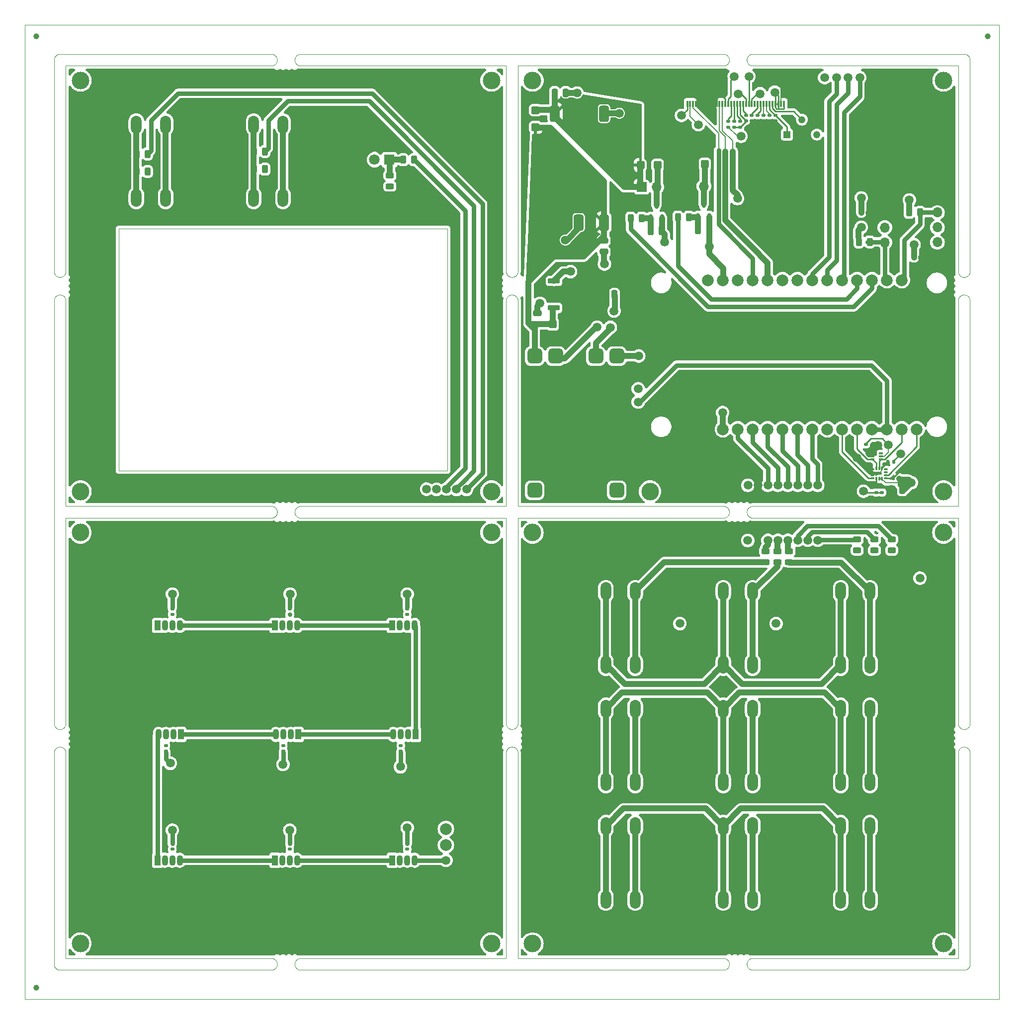
<source format=gbr>
G04 #@! TF.GenerationSoftware,KiCad,Pcbnew,7.0.5*
G04 #@! TF.CreationDate,2023-07-11T14:32:14+03:00*
G04 #@! TF.ProjectId,strange_games,73747261-6e67-4655-9f67-616d65732e6b,rev?*
G04 #@! TF.SameCoordinates,Original*
G04 #@! TF.FileFunction,Copper,L1,Top*
G04 #@! TF.FilePolarity,Positive*
%FSLAX46Y46*%
G04 Gerber Fmt 4.6, Leading zero omitted, Abs format (unit mm)*
G04 Created by KiCad (PCBNEW 7.0.5) date 2023-07-11 14:32:14*
%MOMM*%
%LPD*%
G01*
G04 APERTURE LIST*
G04 Aperture macros list*
%AMRoundRect*
0 Rectangle with rounded corners*
0 $1 Rounding radius*
0 $2 $3 $4 $5 $6 $7 $8 $9 X,Y pos of 4 corners*
0 Add a 4 corners polygon primitive as box body*
4,1,4,$2,$3,$4,$5,$6,$7,$8,$9,$2,$3,0*
0 Add four circle primitives for the rounded corners*
1,1,$1+$1,$2,$3*
1,1,$1+$1,$4,$5*
1,1,$1+$1,$6,$7*
1,1,$1+$1,$8,$9*
0 Add four rect primitives between the rounded corners*
20,1,$1+$1,$2,$3,$4,$5,0*
20,1,$1+$1,$4,$5,$6,$7,0*
20,1,$1+$1,$6,$7,$8,$9,0*
20,1,$1+$1,$8,$9,$2,$3,0*%
G04 Aperture macros list end*
G04 #@! TA.AperFunction,SMDPad,CuDef*
%ADD10RoundRect,0.250000X0.250000X0.475000X-0.250000X0.475000X-0.250000X-0.475000X0.250000X-0.475000X0*%
G04 #@! TD*
G04 #@! TA.AperFunction,SMDPad,CuDef*
%ADD11RoundRect,0.140000X0.170000X-0.140000X0.170000X0.140000X-0.170000X0.140000X-0.170000X-0.140000X0*%
G04 #@! TD*
G04 #@! TA.AperFunction,SMDPad,CuDef*
%ADD12RoundRect,0.140000X-0.170000X0.140000X-0.170000X-0.140000X0.170000X-0.140000X0.170000X0.140000X0*%
G04 #@! TD*
G04 #@! TA.AperFunction,ComponentPad*
%ADD13R,1.700000X1.700000*%
G04 #@! TD*
G04 #@! TA.AperFunction,ComponentPad*
%ADD14O,1.700000X1.700000*%
G04 #@! TD*
G04 #@! TA.AperFunction,SMDPad,CuDef*
%ADD15RoundRect,0.243750X-0.243750X-0.456250X0.243750X-0.456250X0.243750X0.456250X-0.243750X0.456250X0*%
G04 #@! TD*
G04 #@! TA.AperFunction,SMDPad,CuDef*
%ADD16RoundRect,0.431800X-0.431800X-0.965197X0.431800X-0.965197X0.431800X0.965197X-0.431800X0.965197X0*%
G04 #@! TD*
G04 #@! TA.AperFunction,SMDPad,CuDef*
%ADD17RoundRect,0.150000X0.150000X-0.512500X0.150000X0.512500X-0.150000X0.512500X-0.150000X-0.512500X0*%
G04 #@! TD*
G04 #@! TA.AperFunction,ComponentPad*
%ADD18R,1.222000X1.222000*%
G04 #@! TD*
G04 #@! TA.AperFunction,ComponentPad*
%ADD19C,1.222000*%
G04 #@! TD*
G04 #@! TA.AperFunction,SMDPad,CuDef*
%ADD20RoundRect,0.250000X-0.450000X0.400000X-0.450000X-0.400000X0.450000X-0.400000X0.450000X0.400000X0*%
G04 #@! TD*
G04 #@! TA.AperFunction,SMDPad,CuDef*
%ADD21RoundRect,0.243750X0.243750X0.456250X-0.243750X0.456250X-0.243750X-0.456250X0.243750X-0.456250X0*%
G04 #@! TD*
G04 #@! TA.AperFunction,SMDPad,CuDef*
%ADD22RoundRect,0.243750X0.456250X-0.243750X0.456250X0.243750X-0.456250X0.243750X-0.456250X-0.243750X0*%
G04 #@! TD*
G04 #@! TA.AperFunction,SMDPad,CuDef*
%ADD23RoundRect,0.140000X0.140000X0.170000X-0.140000X0.170000X-0.140000X-0.170000X0.140000X-0.170000X0*%
G04 #@! TD*
G04 #@! TA.AperFunction,ComponentPad*
%ADD24R,2.000000X2.000000*%
G04 #@! TD*
G04 #@! TA.AperFunction,ComponentPad*
%ADD25C,2.000000*%
G04 #@! TD*
G04 #@! TA.AperFunction,SMDPad,CuDef*
%ADD26RoundRect,0.634999X0.635001X0.634998X-0.635001X0.634998X-0.635001X-0.634998X0.635001X-0.634998X0*%
G04 #@! TD*
G04 #@! TA.AperFunction,SMDPad,CuDef*
%ADD27RoundRect,0.140000X-0.140000X-0.170000X0.140000X-0.170000X0.140000X0.170000X-0.140000X0.170000X0*%
G04 #@! TD*
G04 #@! TA.AperFunction,SMDPad,CuDef*
%ADD28C,1.000000*%
G04 #@! TD*
G04 #@! TA.AperFunction,SMDPad,CuDef*
%ADD29RoundRect,0.250000X-0.400000X-0.450000X0.400000X-0.450000X0.400000X0.450000X-0.400000X0.450000X0*%
G04 #@! TD*
G04 #@! TA.AperFunction,SMDPad,CuDef*
%ADD30RoundRect,0.250000X0.475000X-0.250000X0.475000X0.250000X-0.475000X0.250000X-0.475000X-0.250000X0*%
G04 #@! TD*
G04 #@! TA.AperFunction,SMDPad,CuDef*
%ADD31RoundRect,0.250000X-0.475000X0.250000X-0.475000X-0.250000X0.475000X-0.250000X0.475000X0.250000X0*%
G04 #@! TD*
G04 #@! TA.AperFunction,SMDPad,CuDef*
%ADD32R,0.300000X1.100000*%
G04 #@! TD*
G04 #@! TA.AperFunction,SMDPad,CuDef*
%ADD33R,2.300000X3.100000*%
G04 #@! TD*
G04 #@! TA.AperFunction,SMDPad,CuDef*
%ADD34R,0.700000X0.340000*%
G04 #@! TD*
G04 #@! TA.AperFunction,SMDPad,CuDef*
%ADD35RoundRect,0.243750X-0.456250X0.243750X-0.456250X-0.243750X0.456250X-0.243750X0.456250X0.243750X0*%
G04 #@! TD*
G04 #@! TA.AperFunction,SMDPad,CuDef*
%ADD36RoundRect,0.111600X-0.878400X-0.353400X0.878400X-0.353400X0.878400X0.353400X-0.878400X0.353400X0*%
G04 #@! TD*
G04 #@! TA.AperFunction,SMDPad,CuDef*
%ADD37RoundRect,0.792000X-0.198000X-0.823000X0.198000X-0.823000X0.198000X0.823000X-0.198000X0.823000X0*%
G04 #@! TD*
G04 #@! TA.AperFunction,SMDPad,CuDef*
%ADD38RoundRect,0.087500X-0.225000X-0.087500X0.225000X-0.087500X0.225000X0.087500X-0.225000X0.087500X0*%
G04 #@! TD*
G04 #@! TA.AperFunction,SMDPad,CuDef*
%ADD39RoundRect,0.087500X-0.087500X-0.225000X0.087500X-0.225000X0.087500X0.225000X-0.087500X0.225000X0*%
G04 #@! TD*
G04 #@! TA.AperFunction,ComponentPad*
%ADD40R,1.800000X1.800000*%
G04 #@! TD*
G04 #@! TA.AperFunction,ComponentPad*
%ADD41C,1.800000*%
G04 #@! TD*
G04 #@! TA.AperFunction,ComponentPad*
%ADD42O,1.850000X3.048000*%
G04 #@! TD*
G04 #@! TA.AperFunction,ComponentPad*
%ADD43R,1.070000X1.800000*%
G04 #@! TD*
G04 #@! TA.AperFunction,ComponentPad*
%ADD44O,1.070000X1.800000*%
G04 #@! TD*
G04 #@! TA.AperFunction,ViaPad*
%ADD45C,1.500000*%
G04 #@! TD*
G04 #@! TA.AperFunction,ViaPad*
%ADD46C,3.000000*%
G04 #@! TD*
G04 #@! TA.AperFunction,ViaPad*
%ADD47C,2.000000*%
G04 #@! TD*
G04 #@! TA.AperFunction,Conductor*
%ADD48C,1.000000*%
G04 #@! TD*
G04 #@! TA.AperFunction,Conductor*
%ADD49C,0.800000*%
G04 #@! TD*
G04 #@! TA.AperFunction,Conductor*
%ADD50C,0.250000*%
G04 #@! TD*
G04 #@! TA.AperFunction,Conductor*
%ADD51C,0.350000*%
G04 #@! TD*
G04 #@! TA.AperFunction,Conductor*
%ADD52C,0.200000*%
G04 #@! TD*
G04 #@! TA.AperFunction,Profile*
%ADD53C,0.100000*%
G04 #@! TD*
G04 #@! TA.AperFunction,Profile*
%ADD54C,0.050000*%
G04 #@! TD*
G04 APERTURE END LIST*
D10*
X193480000Y-99180266D03*
X191580000Y-99180266D03*
D11*
X89154000Y-160427727D03*
X89154000Y-159467727D03*
D12*
X69154000Y-119467727D03*
X69154000Y-120427727D03*
D13*
X157150000Y-47500000D03*
D14*
X159690000Y-47500000D03*
D12*
X69154000Y-159467727D03*
X69154000Y-160427727D03*
D15*
X108470844Y-43000201D03*
X110345844Y-43000201D03*
X83070844Y-44600201D03*
X84945844Y-44600201D03*
D16*
X142678946Y-53694596D03*
X138360946Y-53694596D03*
X134296946Y-35152596D03*
X142678946Y-35152596D03*
D17*
X158700000Y-52775000D03*
X160600000Y-52775000D03*
X159650000Y-50500000D03*
D18*
X173854500Y-38700000D03*
D19*
X176394500Y-36160000D03*
X178934500Y-38700000D03*
D20*
X131000000Y-34550000D03*
X131000000Y-37450000D03*
D21*
X157137500Y-52775000D03*
X155262500Y-52775000D03*
D12*
X164850000Y-36470000D03*
X164850000Y-37430000D03*
D15*
X83070844Y-41600201D03*
X84945844Y-41600201D03*
D22*
X170187727Y-111537500D03*
X170187727Y-109662500D03*
D23*
X192878023Y-97200266D03*
X191918023Y-97200266D03*
D17*
X150650000Y-52935000D03*
X152550000Y-52935000D03*
X151600000Y-50660000D03*
D24*
X160380000Y-88900000D03*
D25*
X162920000Y-88900000D03*
X165460000Y-88900000D03*
X168000000Y-88900000D03*
X170540000Y-88900000D03*
X173080000Y-88900000D03*
X175620000Y-88900000D03*
X178160000Y-88900000D03*
X180700000Y-88900000D03*
X183240000Y-88900000D03*
X185780000Y-88900000D03*
X188320000Y-88900000D03*
X190860000Y-88900000D03*
X193400000Y-88900000D03*
X195940000Y-88900000D03*
X195940000Y-63500000D03*
X193400000Y-63500000D03*
X190860000Y-63500000D03*
X188320000Y-63500000D03*
X185780000Y-63500000D03*
X183240000Y-63500000D03*
X180700000Y-63500000D03*
X178160000Y-63500000D03*
X175620000Y-63500000D03*
X173080000Y-63500000D03*
X170540000Y-63500000D03*
X168000000Y-63500000D03*
X165460000Y-63500000D03*
X162920000Y-63500000D03*
X160380000Y-63500000D03*
D15*
X186062500Y-57000000D03*
X187937500Y-57000000D03*
D21*
X160575000Y-55025000D03*
X158700000Y-55025000D03*
D12*
X68054000Y-142756927D03*
X68054000Y-143716927D03*
D26*
X130865800Y-99300000D03*
X144835800Y-99300003D03*
X130865800Y-76440003D03*
X134421800Y-76440003D03*
X141279800Y-76440003D03*
X144835800Y-76440003D03*
D11*
X167850000Y-36360000D03*
X167850000Y-35400000D03*
D27*
X195485261Y-59620000D03*
X196445261Y-59620000D03*
D13*
X199465261Y-59600000D03*
D14*
X199465261Y-57060000D03*
X199465261Y-54520000D03*
X199465261Y-51980000D03*
D10*
X136150000Y-31600000D03*
X134250000Y-31600000D03*
D11*
X168850000Y-36360000D03*
X168850000Y-35400000D03*
D22*
X188737727Y-109537500D03*
X188737727Y-107662500D03*
D12*
X187280000Y-91470266D03*
X187280000Y-92430266D03*
X165850000Y-36470000D03*
X165850000Y-37430000D03*
D10*
X144478634Y-65946023D03*
X142578634Y-65946023D03*
D28*
X46000000Y-184000000D03*
X208000000Y-22000000D03*
D29*
X133931000Y-71020000D03*
X136831000Y-71020000D03*
D28*
X46000000Y-22000000D03*
D12*
X190030000Y-98700266D03*
X190030000Y-99660266D03*
D11*
X88054000Y-143716927D03*
X88054000Y-142756927D03*
D12*
X109154000Y-119467727D03*
X109154000Y-120427727D03*
D15*
X194627761Y-51968023D03*
X196502761Y-51968023D03*
D30*
X142673646Y-58672796D03*
X142673646Y-56772796D03*
D31*
X131300000Y-69100000D03*
X131300000Y-71000000D03*
D32*
X173350000Y-33452998D03*
X172850000Y-33452998D03*
X172350000Y-33452998D03*
X171850000Y-33452998D03*
X171350000Y-33452998D03*
X170850000Y-33452998D03*
X170350000Y-33452998D03*
X169850000Y-33452998D03*
X169350000Y-33452998D03*
X168850000Y-33452998D03*
X168350000Y-33452998D03*
X167850000Y-33452998D03*
X167350000Y-33452998D03*
X166850000Y-33452998D03*
X166350000Y-33452998D03*
X165850000Y-33452998D03*
X165350000Y-33452998D03*
X164850000Y-33452998D03*
X164350000Y-33452998D03*
X163850000Y-33452998D03*
X163350000Y-33452998D03*
X162850000Y-33452998D03*
X162350000Y-33452998D03*
X161850000Y-33452998D03*
X161350000Y-33452998D03*
X160850000Y-33452998D03*
X160350000Y-33452998D03*
X159850000Y-33452998D03*
X159350000Y-33452998D03*
X158850000Y-33452998D03*
X158350000Y-33452998D03*
X157850000Y-33452998D03*
X157350000Y-33452998D03*
X156850000Y-33452998D03*
D33*
X175020000Y-31752998D03*
X155180000Y-31752998D03*
D12*
X166850000Y-35400000D03*
X166850000Y-36360000D03*
X109154000Y-159467727D03*
X109154000Y-160427727D03*
D29*
X156950000Y-43750000D03*
X159850000Y-43750000D03*
D34*
X189866046Y-93990060D03*
X189866046Y-93490060D03*
X189866046Y-92990060D03*
X188366046Y-92990060D03*
X188366046Y-93490060D03*
X188366046Y-93990060D03*
D11*
X170850000Y-36360000D03*
X170850000Y-35400000D03*
D22*
X185787727Y-109537500D03*
X185787727Y-107662500D03*
D12*
X108054000Y-142756927D03*
X108054000Y-143716927D03*
D13*
X190500000Y-52000000D03*
D14*
X190500000Y-54540000D03*
X190500000Y-57080000D03*
D22*
X191687727Y-109537500D03*
X191687727Y-107662500D03*
D29*
X148900000Y-43910000D03*
X151800000Y-43910000D03*
D22*
X174187727Y-111537500D03*
X174187727Y-109662500D03*
D15*
X63070844Y-42000201D03*
X64945844Y-42000201D03*
D22*
X172187727Y-111537500D03*
X172187727Y-109662500D03*
D35*
X106208344Y-45662701D03*
X106208344Y-47537701D03*
D11*
X189030000Y-99660266D03*
X189030000Y-98700266D03*
D13*
X149100000Y-47660000D03*
D14*
X151640000Y-47660000D03*
D15*
X63070844Y-45000201D03*
X64945844Y-45000201D03*
D12*
X163850000Y-36470000D03*
X163850000Y-37430000D03*
D23*
X192010000Y-94450266D03*
X191050000Y-94450266D03*
D11*
X169850000Y-36360000D03*
X169850000Y-35400000D03*
D27*
X186540000Y-52000000D03*
X187500000Y-52000000D03*
D21*
X149087500Y-52935000D03*
X147212500Y-52935000D03*
D11*
X171850000Y-36360000D03*
X171850000Y-35400000D03*
X89154000Y-120427727D03*
X89154000Y-119467727D03*
D36*
X134144000Y-63640000D03*
X134144000Y-65940000D03*
X134144000Y-68240000D03*
D37*
X140174000Y-65940000D03*
D38*
X188367500Y-95700266D03*
X188367500Y-96200266D03*
X188367500Y-96700266D03*
X188367500Y-97200266D03*
D39*
X189030000Y-97362766D03*
X189530000Y-97362766D03*
X190030000Y-97362766D03*
D38*
X190692500Y-97200266D03*
X190692500Y-96700266D03*
X190692500Y-96200266D03*
X190692500Y-95700266D03*
D39*
X190030000Y-95537766D03*
X189530000Y-95537766D03*
X189030000Y-95537766D03*
D21*
X152525000Y-55185000D03*
X150650000Y-55185000D03*
D40*
X106123344Y-43000201D03*
D41*
X103583344Y-43000201D03*
D42*
X142987727Y-136500000D03*
X142987727Y-149000000D03*
X147987727Y-136500000D03*
X147987727Y-149000000D03*
X182987727Y-116500000D03*
X182987727Y-129000000D03*
X187987727Y-116500000D03*
X187987727Y-129000000D03*
D43*
X106619000Y-162307327D03*
D44*
X107889000Y-162307327D03*
X109159000Y-162307327D03*
X110429000Y-162307327D03*
D42*
X162987727Y-136500000D03*
X162987727Y-149000000D03*
X167987727Y-136500000D03*
X167987727Y-149000000D03*
X182987727Y-156500000D03*
X182987727Y-169000000D03*
X187987727Y-156500000D03*
X187987727Y-169000000D03*
D43*
X66619000Y-162307327D03*
D44*
X67889000Y-162307327D03*
X69159000Y-162307327D03*
X70429000Y-162307327D03*
D42*
X162987727Y-116500000D03*
X162987727Y-129000000D03*
X167987727Y-116500000D03*
X167987727Y-129000000D03*
D43*
X90589000Y-140877327D03*
D44*
X89319000Y-140877327D03*
X88049000Y-140877327D03*
X86779000Y-140877327D03*
D43*
X86619000Y-162307327D03*
D44*
X87889000Y-162307327D03*
X89159000Y-162307327D03*
X90429000Y-162307327D03*
D43*
X86619000Y-122307327D03*
D44*
X87889000Y-122307327D03*
X89159000Y-122307327D03*
X90429000Y-122307327D03*
D42*
X162987727Y-156500000D03*
X162987727Y-169000000D03*
X167987727Y-156500000D03*
X167987727Y-169000000D03*
D43*
X66619000Y-122307327D03*
D44*
X67889000Y-122307327D03*
X69159000Y-122307327D03*
X70429000Y-122307327D03*
D43*
X70589000Y-140877327D03*
D44*
X69319000Y-140877327D03*
X68049000Y-140877327D03*
X66779000Y-140877327D03*
D42*
X83008344Y-37000201D03*
X83008344Y-49500201D03*
X88008344Y-37000201D03*
X88008344Y-49500201D03*
X142987727Y-116500000D03*
X142987727Y-129000000D03*
X147987727Y-116500000D03*
X147987727Y-129000000D03*
X63008344Y-37000201D03*
X63008344Y-49500201D03*
X68008344Y-37000201D03*
X68008344Y-49500201D03*
D43*
X110589000Y-140877327D03*
D44*
X109319000Y-140877327D03*
X108049000Y-140877327D03*
X106779000Y-140877327D03*
D43*
X106619000Y-122307327D03*
D44*
X107889000Y-122307327D03*
X109159000Y-122307327D03*
X110429000Y-122307327D03*
D42*
X142987727Y-156500000D03*
X142987727Y-169000000D03*
X147987727Y-156500000D03*
X147987727Y-169000000D03*
X182987727Y-136500000D03*
X182987727Y-149000000D03*
X187987727Y-136500000D03*
X187987727Y-149000000D03*
D45*
X170589715Y-107800000D03*
X88000000Y-145987727D03*
X114159355Y-99136931D03*
D46*
X200487727Y-176500000D03*
D45*
X196487727Y-114250000D03*
X115860354Y-99084699D03*
D46*
X130500000Y-29500000D03*
D45*
X173988721Y-107800000D03*
D46*
X123500000Y-106487727D03*
X130487727Y-176500000D03*
D47*
X115750000Y-156987727D03*
D46*
X200487727Y-106500000D03*
X130487727Y-106500000D03*
D45*
X109154000Y-156787727D03*
X155587727Y-122000000D03*
X179087230Y-107800000D03*
X117558843Y-99143389D03*
D46*
X200500000Y-29500000D03*
D45*
X177387727Y-107800000D03*
D46*
X53500000Y-106487727D03*
X53508344Y-99500201D03*
D45*
X68800000Y-145787727D03*
X115754000Y-162307327D03*
X89154000Y-157187727D03*
D46*
X200500000Y-99500000D03*
D45*
X171987727Y-122000000D03*
X167168722Y-107852998D03*
D46*
X53508344Y-29500201D03*
D45*
X175688224Y-107800000D03*
X69154000Y-157187727D03*
X172289218Y-107800000D03*
X108000000Y-146387727D03*
D46*
X123500000Y-176487727D03*
X123508344Y-99500201D03*
D45*
X112460354Y-99095634D03*
D47*
X115750000Y-159737727D03*
D46*
X53500000Y-176487727D03*
D45*
X69154000Y-116987727D03*
X109154000Y-116987727D03*
D46*
X123508344Y-29500201D03*
D45*
X89200000Y-116987727D03*
X119258344Y-99140902D03*
D46*
X150500000Y-99500000D03*
D45*
X148500000Y-80000000D03*
X178000000Y-29000000D03*
X162150000Y-31752998D03*
X185780000Y-93752998D03*
X193398023Y-82930266D03*
X187250000Y-36500000D03*
X183880000Y-95652998D03*
X189280000Y-91627498D03*
X185778023Y-82803130D03*
X195580000Y-94552998D03*
X178500000Y-34500000D03*
X150800000Y-36600000D03*
X168879502Y-98452998D03*
X145800000Y-50200000D03*
X141512916Y-71512916D03*
X143750000Y-71550000D03*
X184250497Y-29000000D03*
X186250000Y-29000000D03*
X170579005Y-98452998D03*
X172278508Y-98452998D03*
X173978011Y-98452998D03*
X179076520Y-98452998D03*
X177377017Y-98452998D03*
X175677514Y-98452998D03*
X186500000Y-54500000D03*
X194680000Y-49852998D03*
X138080000Y-31652998D03*
X136100000Y-56684053D03*
X162880000Y-86052998D03*
X144380000Y-68752998D03*
X191100000Y-91552998D03*
X195480000Y-57452998D03*
X131780000Y-67452998D03*
X195027002Y-98000000D03*
X153000000Y-57000000D03*
X145287500Y-35080446D03*
X142750000Y-60750000D03*
X186880000Y-99452998D03*
X171750000Y-31500000D03*
X193180000Y-93052998D03*
X186500000Y-49500000D03*
X166000000Y-39000000D03*
X148500000Y-82000000D03*
X148582525Y-76407207D03*
X160580000Y-57752998D03*
X180251491Y-29000000D03*
X164850000Y-28802998D03*
X136980000Y-62052998D03*
X167180000Y-98452998D03*
X148500000Y-84252998D03*
X165400000Y-49600000D03*
X165500000Y-31750000D03*
X167350000Y-28802998D03*
X169250000Y-31750000D03*
X182250994Y-29000000D03*
X155880000Y-35452998D03*
X158750000Y-37000000D03*
D48*
X162987727Y-149000000D02*
X162987727Y-136500000D01*
D49*
X109154000Y-162302327D02*
X109159000Y-162307327D01*
D48*
X162987727Y-129000000D02*
X166237727Y-132250000D01*
D49*
X69154000Y-119247727D02*
X69154000Y-116987727D01*
X109154000Y-122302327D02*
X109159000Y-122307327D01*
X115860354Y-99084699D02*
X115860354Y-98728952D01*
X89154000Y-159467727D02*
X89154000Y-157187727D01*
D48*
X165987727Y-153500000D02*
X179987727Y-153500000D01*
X179737727Y-132250000D02*
X182987727Y-129000000D01*
D49*
X110589000Y-140877327D02*
X110589000Y-122467327D01*
X117558843Y-98931214D02*
X118699155Y-97790902D01*
D48*
X172187727Y-107901491D02*
X172289218Y-107800000D01*
D49*
X65508344Y-36320261D02*
X65508344Y-41437701D01*
X63070844Y-42000201D02*
X63070844Y-43187701D01*
D48*
X170187727Y-111537500D02*
X152950227Y-111537500D01*
X159987727Y-153500000D02*
X162987727Y-156500000D01*
D49*
X89159000Y-120432727D02*
X89154000Y-120427727D01*
D48*
X106208344Y-43085201D02*
X106123344Y-43000201D01*
X142987727Y-136500000D02*
X142987727Y-149000000D01*
X147987727Y-129000000D02*
X147987727Y-116500000D01*
X63008344Y-43250201D02*
X63008344Y-42400201D01*
D49*
X120512272Y-50849122D02*
X102663351Y-33000201D01*
X70429000Y-162307327D02*
X86619000Y-162307327D01*
X85508344Y-41037701D02*
X84945844Y-41600201D01*
X85508344Y-36320261D02*
X85508344Y-41037701D01*
D48*
X159737727Y-132250000D02*
X162987727Y-129000000D01*
X174187727Y-111537500D02*
X174250227Y-111600000D01*
D50*
X175688224Y-107800000D02*
X175787727Y-107899503D01*
D49*
X119008344Y-95580962D02*
X119008344Y-51662701D01*
D48*
X142987727Y-136500000D02*
X145737727Y-133750000D01*
X162987727Y-156500000D02*
X165987727Y-153500000D01*
X162987727Y-169000000D02*
X162987727Y-156500000D01*
X173987727Y-107800994D02*
X173988721Y-107800000D01*
X152950227Y-111537500D02*
X147987727Y-116500000D01*
X167987727Y-149000000D02*
X167987727Y-136500000D01*
D49*
X185750227Y-107700000D02*
X185787727Y-107662500D01*
D48*
X183087727Y-111600000D02*
X187987727Y-116500000D01*
X83008344Y-49500201D02*
X83008344Y-42400201D01*
X146237727Y-132250000D02*
X159737727Y-132250000D01*
X182987727Y-169000000D02*
X182987727Y-156500000D01*
D51*
X69159000Y-122901393D02*
X69159000Y-122307327D01*
D49*
X89154000Y-117033727D02*
X89200000Y-116987727D01*
X122008344Y-96390902D02*
X122008344Y-50506716D01*
X70589000Y-140877327D02*
X86779000Y-140877327D01*
X63070844Y-43812701D02*
X63008344Y-43750201D01*
D48*
X63086344Y-42478201D02*
X63008344Y-42400201D01*
D49*
X115860354Y-98728952D02*
X119008344Y-95580962D01*
D48*
X147987727Y-149000000D02*
X147987727Y-136500000D01*
X142987727Y-156500000D02*
X142987727Y-169000000D01*
X187987727Y-129000000D02*
X187987727Y-116500000D01*
D49*
X68054000Y-143936927D02*
X68054000Y-145041727D01*
D51*
X109159000Y-122307327D02*
X109159000Y-122901393D01*
D49*
X89154000Y-119257727D02*
X89154000Y-117033727D01*
D48*
X182987727Y-136500000D02*
X182987727Y-149000000D01*
D49*
X63070844Y-45000201D02*
X63070844Y-43812701D01*
D48*
X167987727Y-169000000D02*
X167987727Y-156500000D01*
D49*
X90589000Y-140877327D02*
X106779000Y-140877327D01*
X66619000Y-162307327D02*
X66619000Y-141037327D01*
X177387727Y-107166050D02*
X178153777Y-106400000D01*
X69154000Y-159447727D02*
X69154000Y-157187727D01*
D48*
X172187727Y-112300000D02*
X172187727Y-111537500D01*
D49*
X118717643Y-97790902D02*
X120512272Y-95996273D01*
D50*
X110429000Y-140717327D02*
X110589000Y-140877327D01*
D49*
X102663351Y-33000201D02*
X88828404Y-33000201D01*
D50*
X66779000Y-162147327D02*
X66619000Y-162307327D01*
D48*
X179987727Y-153500000D02*
X182987727Y-156500000D01*
D49*
X119258344Y-99140902D02*
X119617643Y-99140902D01*
D48*
X165737727Y-133750000D02*
X180237727Y-133750000D01*
D49*
X117558843Y-99143389D02*
X117558843Y-98931214D01*
X109154000Y-159467727D02*
X109154000Y-156787727D01*
X65508344Y-41437701D02*
X64945844Y-42000201D01*
X175688224Y-107800000D02*
X175688224Y-107027075D01*
D48*
X170589715Y-108598012D02*
X170589715Y-107800000D01*
X173987727Y-109462500D02*
X173987727Y-107800994D01*
X68008344Y-49500201D02*
X68008344Y-37000201D01*
D49*
X90429000Y-122307327D02*
X106619000Y-122307327D01*
X88000000Y-145987727D02*
X88054000Y-145933727D01*
X109154000Y-119267727D02*
X109154000Y-116987727D01*
X118699155Y-97790902D02*
X118717643Y-97790902D01*
D48*
X174250227Y-111600000D02*
X183087727Y-111600000D01*
X166237727Y-132250000D02*
X179737727Y-132250000D01*
D49*
X177315299Y-105400000D02*
X189425227Y-105400000D01*
D48*
X63008344Y-43750201D02*
X63008344Y-43250201D01*
X83008344Y-42400201D02*
X83008344Y-37000201D01*
D49*
X108054000Y-143916927D02*
X108054000Y-146333727D01*
D48*
X142987727Y-156500000D02*
X145987727Y-153500000D01*
X88008344Y-49500201D02*
X88008344Y-37000201D01*
X145987727Y-153500000D02*
X159987727Y-153500000D01*
X162987727Y-136500000D02*
X165737727Y-133750000D01*
X167987727Y-116500000D02*
X172187727Y-112300000D01*
D49*
X86619000Y-122307327D02*
X70429000Y-122307327D01*
X177387727Y-107800000D02*
X177387727Y-107166050D01*
D48*
X170187727Y-109000000D02*
X170589715Y-108598012D01*
D49*
X189425227Y-105400000D02*
X191687727Y-107662500D01*
D48*
X162987727Y-129000000D02*
X162987727Y-116500000D01*
D49*
X179187230Y-107700000D02*
X185750227Y-107700000D01*
X120512272Y-95996273D02*
X120512272Y-50849122D01*
D48*
X145737727Y-133750000D02*
X160237727Y-133750000D01*
X147987727Y-169000000D02*
X147987727Y-156500000D01*
D49*
X103201829Y-31700201D02*
X70128404Y-31700201D01*
X119008344Y-51662701D02*
X110345844Y-43000201D01*
X110354000Y-162382327D02*
X110429000Y-162307327D01*
X88054000Y-145933727D02*
X88054000Y-143936927D01*
D48*
X167987727Y-129000000D02*
X167987727Y-116500000D01*
D49*
X66619000Y-141037327D02*
X66779000Y-140877327D01*
X110429000Y-162307327D02*
X115754000Y-162307327D01*
X175688224Y-107027075D02*
X177315299Y-105400000D01*
X90429000Y-162307327D02*
X106619000Y-162307327D01*
D48*
X160237727Y-133750000D02*
X162987727Y-136500000D01*
X108470844Y-43000201D02*
X106123344Y-43000201D01*
X180237727Y-133750000D02*
X182987727Y-136500000D01*
X182987727Y-116500000D02*
X182987727Y-129000000D01*
D51*
X69159000Y-120432727D02*
X69154000Y-120427727D01*
D49*
X179087230Y-107800000D02*
X179187230Y-107700000D01*
X108054000Y-146333727D02*
X108000000Y-146387727D01*
X68054000Y-145041727D02*
X68800000Y-145787727D01*
D48*
X63008344Y-42400201D02*
X63008344Y-37000201D01*
D49*
X88828404Y-33000201D02*
X85508344Y-36320261D01*
D48*
X106208344Y-45662701D02*
X106208344Y-43085201D01*
D49*
X63070844Y-43187701D02*
X63008344Y-43250201D01*
X110589000Y-122467327D02*
X110429000Y-122307327D01*
D50*
X103583344Y-42125201D02*
X103583344Y-43000201D01*
D49*
X178153777Y-106400000D02*
X187475227Y-106400000D01*
X122008344Y-50506716D02*
X103201829Y-31700201D01*
D48*
X142987727Y-129000000D02*
X146237727Y-132250000D01*
X170187727Y-109662500D02*
X170187727Y-109000000D01*
X63008344Y-49500201D02*
X63008344Y-43750201D01*
D49*
X119258344Y-99140902D02*
X122008344Y-96390902D01*
D48*
X187987727Y-169000000D02*
X187987727Y-156500000D01*
X174187727Y-109662500D02*
X173987727Y-109462500D01*
X142987727Y-116500000D02*
X142987727Y-129000000D01*
X172187727Y-109662500D02*
X172187727Y-107901491D01*
D49*
X70128404Y-31700201D02*
X65508344Y-36320261D01*
X187475227Y-106400000D02*
X188737727Y-107662500D01*
D48*
X187987727Y-149000000D02*
X187987727Y-136500000D01*
X148850000Y-47410000D02*
X148850000Y-43960000D01*
X134296946Y-35796946D02*
X134296946Y-35152596D01*
X133644350Y-34500000D02*
X134296946Y-35152596D01*
X131373646Y-34500000D02*
X133644350Y-34500000D01*
X149100000Y-47660000D02*
X148850000Y-47410000D01*
X148850000Y-43960000D02*
X148900000Y-43910000D01*
X146160000Y-47660000D02*
X134296946Y-35796946D01*
X149100000Y-47660000D02*
X146160000Y-47660000D01*
X134273646Y-31422796D02*
X134273646Y-35129296D01*
X134273646Y-35129296D02*
X134296946Y-35152596D01*
X140271000Y-67580000D02*
X140271000Y-65940000D01*
D50*
X190030000Y-95466903D02*
X190030000Y-95537766D01*
D48*
X136839000Y-71028000D02*
X136831000Y-71020000D01*
D52*
X188367500Y-96200266D02*
X189728008Y-96200266D01*
D50*
X191918023Y-97200266D02*
X191918023Y-97192657D01*
D48*
X190500000Y-52000000D02*
X187720000Y-52000000D01*
D52*
X190030000Y-95898274D02*
X190030000Y-95537766D01*
X189280000Y-91627498D02*
X188366046Y-92541452D01*
D50*
X190030000Y-98700266D02*
X189030000Y-98700266D01*
D48*
X156900000Y-43800000D02*
X156950000Y-43750000D01*
X142578634Y-65946023D02*
X140180023Y-65946023D01*
D52*
X172850000Y-33452998D02*
X172850000Y-30622998D01*
D50*
X163350000Y-33452998D02*
X163350000Y-32602998D01*
D48*
X199465261Y-59600000D02*
X196815261Y-59600000D01*
D52*
X187727268Y-95700266D02*
X187013501Y-94986499D01*
D50*
X194557682Y-94552998D02*
X195580000Y-94552998D01*
D52*
X158350000Y-33452998D02*
X161850000Y-33452998D01*
X172850000Y-30622998D02*
X174472998Y-29000000D01*
D48*
X136831000Y-71020000D02*
X140271000Y-67580000D01*
D50*
X187280000Y-93074014D02*
X187696046Y-93490060D01*
X163350000Y-32602998D02*
X162500000Y-31752998D01*
X191100000Y-98700266D02*
X191580000Y-99180266D01*
D48*
X145800000Y-50400000D02*
X145800000Y-50200000D01*
D50*
X189030000Y-98700266D02*
X189030000Y-97362766D01*
D52*
X189728008Y-96200266D02*
X190030000Y-95898274D01*
D50*
X187696046Y-93490060D02*
X188366046Y-93490060D01*
D52*
X188366046Y-92990060D02*
X188366046Y-93490060D01*
D48*
X156900000Y-47250000D02*
X156900000Y-43800000D01*
D50*
X191918023Y-97192657D02*
X194557682Y-94552998D01*
X187280000Y-92430266D02*
X187280000Y-93074014D01*
X161850000Y-32052998D02*
X161850000Y-33452998D01*
X162500000Y-31752998D02*
X162150000Y-31752998D01*
X190030000Y-98700266D02*
X191100000Y-98700266D01*
X191050000Y-94450266D02*
X191046637Y-94450266D01*
X191918023Y-97200266D02*
X190692500Y-97200266D01*
D52*
X174472998Y-29000000D02*
X178000000Y-29000000D01*
D50*
X191046637Y-94450266D02*
X190030000Y-95466903D01*
D52*
X188367500Y-95700266D02*
X187727268Y-95700266D01*
D48*
X140180023Y-65946023D02*
X140174000Y-65940000D01*
X157150000Y-47500000D02*
X156900000Y-47250000D01*
D52*
X187013501Y-94986499D02*
X185780000Y-93752998D01*
X188227268Y-96200266D02*
X187013501Y-94986499D01*
X188367500Y-96200266D02*
X188227268Y-96200266D01*
D50*
X162150000Y-31752998D02*
X161850000Y-32052998D01*
D52*
X188366046Y-92541452D02*
X188366046Y-92990060D01*
D48*
X140271000Y-65940000D02*
X134329000Y-65940000D01*
D52*
X167850000Y-36360000D02*
X171850000Y-36360000D01*
D48*
X136014800Y-76835200D02*
X134816997Y-76835200D01*
X134816997Y-76835200D02*
X134421800Y-76440003D01*
X141512916Y-71512916D02*
X141337084Y-71512916D01*
X141337084Y-71512916D02*
X136014800Y-76835200D01*
X143750000Y-71750000D02*
X141279800Y-74220200D01*
X141279800Y-74220200D02*
X141279800Y-76440003D01*
X143750000Y-71550000D02*
X143750000Y-71750000D01*
D49*
X168000000Y-63500000D02*
X168000000Y-59800000D01*
D52*
X162200000Y-41400000D02*
X162200000Y-38500000D01*
X162200000Y-38500000D02*
X157850000Y-34150000D01*
D49*
X168000000Y-59800000D02*
X162200000Y-54000000D01*
D52*
X157850000Y-34150000D02*
X157850000Y-33452998D01*
D49*
X162200000Y-54000000D02*
X162200000Y-41400000D01*
X180700000Y-61725306D02*
X180700000Y-63500000D01*
X184250497Y-29000000D02*
X184250000Y-29000497D01*
X182300000Y-60125306D02*
X180700000Y-61725306D01*
X182300000Y-33611522D02*
X182300000Y-60125306D01*
X184250000Y-31661522D02*
X182300000Y-33611522D01*
X184250000Y-29000497D02*
X184250000Y-31661522D01*
X183600000Y-34900000D02*
X183600000Y-63140000D01*
X186250000Y-32250000D02*
X183600000Y-34900000D01*
X186250000Y-29000000D02*
X186250000Y-32250000D01*
X183600000Y-63140000D02*
X183240000Y-63500000D01*
X170579005Y-95579005D02*
X165460000Y-90460000D01*
X170579005Y-98452998D02*
X170579005Y-95579005D01*
X165460000Y-90460000D02*
X165460000Y-88900000D01*
D50*
X170582982Y-98449021D02*
X170579005Y-98452998D01*
D49*
X168000000Y-91161522D02*
X172278508Y-95440030D01*
X168000000Y-88900000D02*
X168000000Y-91161522D01*
X172278508Y-95440030D02*
X172278508Y-98452998D01*
X173978011Y-95301055D02*
X173978011Y-98452998D01*
X170540000Y-88900000D02*
X170540000Y-91863044D01*
X170540000Y-91863044D02*
X173978011Y-95301055D01*
X178160000Y-93967610D02*
X179076520Y-94884130D01*
X179076520Y-94884130D02*
X179076520Y-98452998D01*
X178160000Y-88900000D02*
X178160000Y-93967610D01*
X175620000Y-88900000D02*
X175620000Y-93266088D01*
X177377017Y-95023105D02*
X177377017Y-98452998D01*
X175620000Y-93266088D02*
X177377017Y-95023105D01*
X173080000Y-88900000D02*
X173080000Y-92564566D01*
X175677514Y-95162080D02*
X175677514Y-98452998D01*
X173080000Y-92564566D02*
X175677514Y-95162080D01*
D52*
X163300000Y-41600000D02*
X163300000Y-39034314D01*
D48*
X163300000Y-53300000D02*
X163300000Y-41600000D01*
D52*
X163300000Y-39034314D02*
X162350000Y-38084314D01*
D48*
X170540000Y-63500000D02*
X170540000Y-60540000D01*
X170540000Y-60540000D02*
X167800000Y-57800000D01*
D52*
X162350000Y-38084314D02*
X162350000Y-33452998D01*
D48*
X167800000Y-57800000D02*
X163300000Y-53300000D01*
D49*
X188320000Y-64914213D02*
X185184213Y-68050000D01*
X185184213Y-68050000D02*
X160404516Y-68050000D01*
X160404516Y-68050000D02*
X147212500Y-54857984D01*
X188320000Y-63500000D02*
X188320000Y-64914213D01*
X147212500Y-54857984D02*
X147212500Y-52935000D01*
D48*
X186500000Y-51980000D02*
X186520000Y-52000000D01*
D50*
X173350000Y-34252998D02*
X173275000Y-34327998D01*
D48*
X195480000Y-57452998D02*
X195465261Y-57467737D01*
X186500000Y-49500000D02*
X186500000Y-51980000D01*
X193177756Y-97500000D02*
X192977581Y-97299825D01*
D50*
X187087268Y-99660266D02*
X190030000Y-99660266D01*
D48*
X136100000Y-56684053D02*
X136359786Y-56684053D01*
X144500000Y-66206250D02*
X144500000Y-68632998D01*
D50*
X172375000Y-34327998D02*
X172350000Y-34302998D01*
D48*
X145282500Y-35075446D02*
X145287500Y-35080446D01*
X152525000Y-54525000D02*
X152550000Y-54500000D01*
X193846736Y-99180266D02*
X193480000Y-99180266D01*
X142750000Y-60750000D02*
X142673646Y-60673646D01*
D52*
X189530000Y-97362766D02*
X190030000Y-97362766D01*
D50*
X171850000Y-33452998D02*
X172350000Y-33452998D01*
D48*
X160580000Y-57752998D02*
X160575000Y-57747998D01*
D52*
X191100000Y-91552998D02*
X191100000Y-92825066D01*
D48*
X136980000Y-62052998D02*
X135731002Y-62052998D01*
X195465261Y-57467737D02*
X195465261Y-59620000D01*
X163020000Y-62627860D02*
X163020000Y-61520000D01*
X144500000Y-68632998D02*
X144380000Y-68752998D01*
X160600000Y-52775000D02*
X160600000Y-55000000D01*
X195027002Y-98000000D02*
X193846736Y-99180266D01*
D50*
X187280000Y-91352998D02*
X188132998Y-90500000D01*
D48*
X186000000Y-55000000D02*
X186000000Y-56209502D01*
X153000000Y-57000000D02*
X153000000Y-55660000D01*
D52*
X190030000Y-97398274D02*
X190631726Y-98000000D01*
D50*
X164850000Y-28802998D02*
X164250000Y-29402998D01*
D48*
X145618325Y-76442407D02*
X148547325Y-76442407D01*
D50*
X171850000Y-34101499D02*
X172076499Y-34327998D01*
D48*
X153000000Y-55660000D02*
X152525000Y-55185000D01*
D50*
X173275000Y-34327998D02*
X172375000Y-34327998D01*
D48*
X152525000Y-55185000D02*
X152525000Y-54525000D01*
X162880000Y-86052998D02*
X162880000Y-88718570D01*
D52*
X166000000Y-39000000D02*
X165420000Y-39000000D01*
D50*
X172350000Y-32100000D02*
X171750000Y-31500000D01*
D48*
X194680000Y-49852998D02*
X194627761Y-49905237D01*
D50*
X172350000Y-33452998D02*
X172350000Y-32100000D01*
D48*
X186500000Y-54500000D02*
X186000000Y-55000000D01*
D52*
X192780000Y-97298289D02*
X192878023Y-97200266D01*
D50*
X187280000Y-91470266D02*
X187280000Y-91352998D01*
D48*
X131780000Y-67452998D02*
X131300000Y-67932998D01*
D50*
X188132998Y-90500000D02*
X190047002Y-90500000D01*
D48*
X160575000Y-57747998D02*
X160575000Y-55025000D01*
X163020000Y-61520000D02*
X160580000Y-59080000D01*
D52*
X190030000Y-97362766D02*
X190030000Y-97398274D01*
X190631726Y-98000000D02*
X192780000Y-98000000D01*
D50*
X172350000Y-34302998D02*
X172350000Y-33452998D01*
D48*
X160580000Y-59080000D02*
X160580000Y-57752998D01*
D50*
X193180000Y-93052998D02*
X192010000Y-94222998D01*
D48*
X136359786Y-56684053D02*
X138354969Y-54688870D01*
D50*
X186880000Y-99452998D02*
X187087268Y-99660266D01*
D48*
X152550000Y-52935000D02*
X152550000Y-54500000D01*
D50*
X171850000Y-31600000D02*
X171750000Y-31500000D01*
X163850000Y-32608303D02*
X163850000Y-33452998D01*
X192010000Y-94222998D02*
X192010000Y-94450266D01*
X171850000Y-33452998D02*
X171850000Y-31600000D01*
D52*
X165420000Y-39000000D02*
X163850000Y-37430000D01*
X191100000Y-92825066D02*
X190435006Y-93490060D01*
D50*
X164250000Y-29402998D02*
X164250000Y-32208303D01*
D48*
X152550000Y-54500000D02*
X152550000Y-55160000D01*
X131300000Y-67932998D02*
X131300000Y-69100000D01*
X135731002Y-62052998D02*
X134144000Y-63640000D01*
D52*
X190435006Y-93490060D02*
X189866046Y-93490060D01*
D50*
X164250000Y-32208303D02*
X163850000Y-32608303D01*
D48*
X136202998Y-31652998D02*
X136150000Y-31600000D01*
X138080000Y-31652998D02*
X136202998Y-31652998D01*
D50*
X172076499Y-34327998D02*
X172375000Y-34327998D01*
D48*
X194527002Y-97500000D02*
X193177756Y-97500000D01*
X143550000Y-35075446D02*
X145282500Y-35075446D01*
D52*
X192780000Y-98480266D02*
X193480000Y-99180266D01*
X192780000Y-98000000D02*
X192780000Y-98480266D01*
D50*
X171850000Y-33452998D02*
X171850000Y-34101499D01*
D48*
X160600000Y-55000000D02*
X160575000Y-55025000D01*
D50*
X187087268Y-99660266D02*
X189030000Y-99660266D01*
X173350000Y-33452998D02*
X173350000Y-34252998D01*
D48*
X142673646Y-60673646D02*
X142673646Y-58672796D01*
X194627761Y-49905237D02*
X194627761Y-51968023D01*
X152550000Y-55160000D02*
X152525000Y-55185000D01*
D52*
X192780000Y-98000000D02*
X192780000Y-97298289D01*
D48*
X195027002Y-98000000D02*
X194527002Y-97500000D01*
D50*
X190047002Y-90500000D02*
X191100000Y-91552998D01*
X196502761Y-51968023D02*
X196534738Y-52000000D01*
D49*
X199453284Y-51968023D02*
X199465261Y-51980000D01*
X193830000Y-63070000D02*
X193400000Y-63500000D01*
X196502761Y-51968023D02*
X199453284Y-51968023D01*
X196502761Y-53997239D02*
X193830000Y-56670000D01*
D50*
X193400000Y-63500000D02*
X193000000Y-63100000D01*
D49*
X193830000Y-56670000D02*
X193830000Y-63070000D01*
X196502761Y-51968023D02*
X196502761Y-53997239D01*
D50*
X183243023Y-88982083D02*
X183243023Y-92744444D01*
X187698845Y-97200266D02*
X188367500Y-97200266D01*
X183243023Y-92744444D02*
X187698845Y-97200266D01*
X195943023Y-91845606D02*
X195943023Y-88982083D01*
X190692500Y-96700266D02*
X191088363Y-96700266D01*
X191088363Y-96700266D02*
X195943023Y-91845606D01*
D49*
X148747002Y-84252998D02*
X148500000Y-84252998D01*
X190860000Y-88900000D02*
X188320000Y-88900000D01*
X188250000Y-78000000D02*
X155000000Y-78000000D01*
X190860000Y-80610000D02*
X188250000Y-78000000D01*
X190860000Y-88900000D02*
X190860000Y-80610000D01*
X155000000Y-78000000D02*
X148747002Y-84252998D01*
D52*
X162850000Y-38018628D02*
X162850000Y-33452998D01*
X164600000Y-39768628D02*
X162850000Y-38018628D01*
X164600000Y-41600000D02*
X164600000Y-39768628D01*
D48*
X164600000Y-41600000D02*
X164600000Y-48200000D01*
D52*
X165400000Y-49600000D02*
X165400000Y-49000000D01*
D48*
X164600000Y-48200000D02*
X165400000Y-49000000D01*
X151600000Y-47700000D02*
X151640000Y-47660000D01*
X151800000Y-43910000D02*
X151800000Y-47500000D01*
X151600000Y-50660000D02*
X151600000Y-47700000D01*
X151800000Y-47500000D02*
X151640000Y-47660000D01*
X159650000Y-50500000D02*
X159650000Y-47540000D01*
X159850000Y-43750000D02*
X159850000Y-47340000D01*
X159850000Y-47340000D02*
X159690000Y-47500000D01*
X159650000Y-47540000D02*
X159690000Y-47500000D01*
D50*
X166850000Y-35152998D02*
X166350000Y-34652998D01*
X166350000Y-34652998D02*
X166350000Y-33452998D01*
X165857609Y-37430000D02*
X165850000Y-37430000D01*
X166850000Y-36360000D02*
X166850000Y-36437609D01*
X166850000Y-36360000D02*
X166842391Y-36360000D01*
X165850000Y-37430000D02*
X164850000Y-37430000D01*
X166850000Y-36437609D02*
X165857609Y-37430000D01*
X165850000Y-35367609D02*
X165850000Y-33452998D01*
X166842391Y-36360000D02*
X165850000Y-35367609D01*
X165997002Y-31750000D02*
X166850000Y-32602998D01*
X166850000Y-32602998D02*
X166850000Y-33452998D01*
X165500000Y-31750000D02*
X165997002Y-31750000D01*
X167350000Y-28802998D02*
X167350000Y-33452998D01*
X165850000Y-36470000D02*
X165850000Y-36004005D01*
X165350000Y-35504005D02*
X165350000Y-33452998D01*
X165850000Y-36004005D02*
X165350000Y-35504005D01*
X169250000Y-31750000D02*
X168702998Y-31750000D01*
X168702998Y-31750000D02*
X167850000Y-32602998D01*
X167850000Y-32602998D02*
X167850000Y-33452998D01*
X164850000Y-36222998D02*
X164850000Y-33452998D01*
X173854500Y-37396891D02*
X173854500Y-38700000D01*
X171834500Y-35400000D02*
X170850000Y-34415500D01*
X171850000Y-35400000D02*
X171834500Y-35400000D01*
X171850000Y-35400000D02*
X171857609Y-35400000D01*
X170850000Y-34415500D02*
X170850000Y-33452998D01*
X171857609Y-35400000D02*
X173854500Y-37396891D01*
D52*
X170850000Y-35152998D02*
X170350000Y-34652998D01*
X170350000Y-34652998D02*
X170350000Y-33452998D01*
X169850000Y-33452998D02*
X169850000Y-35122998D01*
D50*
X168850000Y-35152998D02*
X169350000Y-34652998D01*
X169350000Y-34652998D02*
X169350000Y-33452998D01*
X168850000Y-34152998D02*
X168850000Y-33452998D01*
X167850000Y-35152998D02*
X168850000Y-34152998D01*
X175029500Y-34795000D02*
X176394500Y-36160000D01*
X171892002Y-34795000D02*
X175029500Y-34795000D01*
X171350000Y-34252998D02*
X171892002Y-34795000D01*
X171350000Y-33452998D02*
X171350000Y-34252998D01*
X163850000Y-36470000D02*
X163850000Y-36000000D01*
X164350000Y-35500000D02*
X164350000Y-33452998D01*
X163850000Y-36000000D02*
X164350000Y-35500000D01*
D48*
X149087500Y-52935000D02*
X150650000Y-52935000D01*
X150650000Y-55185000D02*
X150650000Y-52935000D01*
X158700000Y-55025000D02*
X158700000Y-52775000D01*
X157137500Y-52775000D02*
X158700000Y-52775000D01*
D49*
X178160000Y-62426828D02*
X178160000Y-63500000D01*
X181000000Y-33073044D02*
X181000000Y-59586828D01*
X182250994Y-29000000D02*
X182250000Y-29000994D01*
X182250000Y-31823044D02*
X181000000Y-33073044D01*
X181000000Y-59586828D02*
X178160000Y-62426828D01*
X182250000Y-29000994D02*
X182250000Y-31823044D01*
D50*
X178160000Y-63240000D02*
X178160000Y-63500000D01*
X190536046Y-93990060D02*
X193403023Y-91123083D01*
X189866046Y-93990060D02*
X189530000Y-94326106D01*
X189866046Y-93990060D02*
X190536046Y-93990060D01*
X189530000Y-94326106D02*
X189530000Y-95537766D01*
X193403023Y-91123083D02*
X193403023Y-88982083D01*
X185783023Y-92213433D02*
X185783023Y-88982083D01*
X187559650Y-93990060D02*
X185783023Y-92213433D01*
X188366046Y-93990060D02*
X189030000Y-94654014D01*
X189030000Y-94654014D02*
X189030000Y-95537766D01*
X188366046Y-93990060D02*
X187559650Y-93990060D01*
D48*
X129830000Y-63770000D02*
X129830000Y-70847002D01*
X139164039Y-59500000D02*
X134100000Y-59500000D01*
X130865800Y-73052998D02*
X130865800Y-76440003D01*
X142673646Y-53699896D02*
X142678946Y-53694596D01*
D51*
X133931000Y-68638000D02*
X134241000Y-68328000D01*
D48*
X131320000Y-71020000D02*
X133931000Y-71020000D01*
X142678946Y-53694596D02*
X142678946Y-55985093D01*
X133549593Y-37549593D02*
X131099593Y-37549593D01*
X131300000Y-71000000D02*
X129982998Y-71000000D01*
X129830000Y-70847002D02*
X129982998Y-71000000D01*
X131000000Y-37450000D02*
X131050000Y-37400000D01*
X130865800Y-71434200D02*
X131300000Y-71000000D01*
X131099593Y-37549593D02*
X131000000Y-37450000D01*
X130865800Y-71882802D02*
X130865800Y-73052998D01*
X129982998Y-71000000D02*
X130865800Y-71882802D01*
X142678946Y-55985093D02*
X139164039Y-59500000D01*
X134100000Y-59500000D02*
X129830000Y-63770000D01*
X142678946Y-46678946D02*
X133549593Y-37549593D01*
X142673646Y-56772796D02*
X142673646Y-53699896D01*
X130865800Y-73052998D02*
X130865800Y-71434200D01*
X133931000Y-71020000D02*
X133931000Y-68638000D01*
X131300000Y-71000000D02*
X131320000Y-71020000D01*
X142678946Y-53694596D02*
X142678946Y-46678946D01*
D49*
X155262500Y-61069506D02*
X155262500Y-52775000D01*
X183944213Y-66750000D02*
X160942994Y-66750000D01*
X185780000Y-63500000D02*
X185780000Y-64914213D01*
X160942994Y-66750000D02*
X155262500Y-61069506D01*
X185780000Y-64914213D02*
X183944213Y-66750000D01*
X190420000Y-57000000D02*
X190500000Y-57080000D01*
X187537500Y-57000000D02*
X190420000Y-57000000D01*
X190500000Y-63140000D02*
X190860000Y-63500000D01*
X190500000Y-57080000D02*
X190500000Y-63140000D01*
D50*
X156850000Y-34482998D02*
X156850000Y-33452998D01*
X155880000Y-35452998D02*
X156850000Y-34482998D01*
D52*
X158750000Y-37000000D02*
X157350000Y-35600000D01*
X157350000Y-35600000D02*
X157350000Y-33452998D01*
G04 #@! TA.AperFunction,Conductor*
G36*
X192084199Y-96666402D02*
G01*
X192146823Y-96729026D01*
X192176074Y-96812619D01*
X192166158Y-96900626D01*
X192164108Y-96906214D01*
X192102974Y-97065473D01*
X192098947Y-97090898D01*
X192077245Y-97227926D01*
X192073362Y-97252440D01*
X192075335Y-97290085D01*
X192060174Y-97377341D01*
X192008655Y-97449377D01*
X191930983Y-97491927D01*
X191876608Y-97499500D01*
X191499087Y-97499500D01*
X191412744Y-97479793D01*
X191343503Y-97424574D01*
X191305076Y-97344782D01*
X191305076Y-97256218D01*
X191343503Y-97176426D01*
X191401559Y-97127038D01*
X191408873Y-97122925D01*
X191408872Y-97122925D01*
X191408875Y-97122924D01*
X191437305Y-97094492D01*
X191444846Y-97087687D01*
X191476028Y-97062320D01*
X191481923Y-97053967D01*
X191503785Y-97028012D01*
X191837613Y-96694184D01*
X191912599Y-96647067D01*
X192000606Y-96637151D01*
X192084199Y-96666402D01*
G37*
G04 #@! TD.AperFunction*
G04 #@! TA.AperFunction,Conductor*
G36*
X184594210Y-89699960D02*
G01*
X184664102Y-89754353D01*
X184667045Y-89758044D01*
X184671021Y-89763153D01*
X184828216Y-89933913D01*
X184828217Y-89933914D01*
X185011371Y-90076468D01*
X185011374Y-90076470D01*
X185153236Y-90153242D01*
X185219793Y-90211668D01*
X185254408Y-90293186D01*
X185257523Y-90328257D01*
X185257523Y-92202749D01*
X185257465Y-92206147D01*
X185255362Y-92267675D01*
X185255363Y-92267678D01*
X185264875Y-92306715D01*
X185266778Y-92316727D01*
X185272251Y-92356541D01*
X185272252Y-92356544D01*
X185276333Y-92365941D01*
X185287144Y-92398090D01*
X185289565Y-92408024D01*
X185289568Y-92408031D01*
X185309256Y-92443047D01*
X185313791Y-92452177D01*
X185329804Y-92489042D01*
X185332219Y-92492011D01*
X185336256Y-92496972D01*
X185355352Y-92525030D01*
X185360365Y-92533945D01*
X185388788Y-92562368D01*
X185395602Y-92569918D01*
X185405202Y-92581718D01*
X185419133Y-92598842D01*
X185420969Y-92601098D01*
X185429324Y-92606995D01*
X185455279Y-92628859D01*
X187180506Y-94354085D01*
X187182840Y-94356499D01*
X187224895Y-94401529D01*
X187259246Y-94422418D01*
X187267645Y-94428135D01*
X187299675Y-94452424D01*
X187299679Y-94452425D01*
X187299680Y-94452426D01*
X187309189Y-94456176D01*
X187339584Y-94471272D01*
X187348322Y-94476586D01*
X187387010Y-94487425D01*
X187396667Y-94490672D01*
X187434061Y-94505419D01*
X187444230Y-94506464D01*
X187477578Y-94512801D01*
X187487422Y-94515560D01*
X187527605Y-94515560D01*
X187537786Y-94516082D01*
X187549714Y-94517307D01*
X187577760Y-94520191D01*
X187587004Y-94518597D01*
X187587841Y-94518453D01*
X187621650Y-94515560D01*
X187783801Y-94515560D01*
X187870144Y-94535267D01*
X187874145Y-94537250D01*
X187890738Y-94545704D01*
X187890742Y-94545706D01*
X187984527Y-94560560D01*
X188110947Y-94560559D01*
X188197289Y-94580266D01*
X188251661Y-94618845D01*
X188446214Y-94813398D01*
X188493333Y-94888386D01*
X188504500Y-94954112D01*
X188504500Y-95054761D01*
X188491953Y-95124304D01*
X188460749Y-95207963D01*
X188454709Y-95264150D01*
X188454500Y-95266092D01*
X188454500Y-95809440D01*
X188460749Y-95867565D01*
X188460750Y-95867567D01*
X188509788Y-95999044D01*
X188509788Y-95999045D01*
X188593883Y-96111382D01*
X188706220Y-96195477D01*
X188706221Y-96195477D01*
X188706222Y-96195478D01*
X188837701Y-96244517D01*
X188895826Y-96250766D01*
X189164175Y-96250766D01*
X189170423Y-96250094D01*
X189222299Y-96244517D01*
X189222304Y-96244514D01*
X189234231Y-96241697D01*
X189322792Y-96241017D01*
X189325769Y-96241697D01*
X189337697Y-96244515D01*
X189337701Y-96244517D01*
X189388823Y-96250013D01*
X189395825Y-96250766D01*
X189395826Y-96250766D01*
X189664174Y-96250766D01*
X189722299Y-96244517D01*
X189722309Y-96244512D01*
X189734411Y-96241654D01*
X189734772Y-96243183D01*
X189808698Y-96233320D01*
X189892872Y-96260856D01*
X189956763Y-96322186D01*
X189984131Y-96385721D01*
X189988569Y-96404503D01*
X189989245Y-96493064D01*
X189988571Y-96496019D01*
X189985723Y-96508074D01*
X189946691Y-96587573D01*
X189877032Y-96642264D01*
X189837812Y-96655988D01*
X189825758Y-96658836D01*
X189737197Y-96659510D01*
X189734248Y-96658837D01*
X189722308Y-96656016D01*
X189709881Y-96654680D01*
X189664174Y-96649766D01*
X189395826Y-96649766D01*
X189337701Y-96656015D01*
X189337698Y-96656015D01*
X189337698Y-96656016D01*
X189206221Y-96705054D01*
X189206220Y-96705054D01*
X189153455Y-96744555D01*
X189072524Y-96780522D01*
X188984003Y-96777813D01*
X188914941Y-96744555D01*
X188828779Y-96680054D01*
X188750570Y-96650884D01*
X188697299Y-96631015D01*
X188639174Y-96624766D01*
X188095826Y-96624766D01*
X188037701Y-96631015D01*
X188037391Y-96631130D01*
X188036988Y-96631184D01*
X188025589Y-96633878D01*
X188025320Y-96632740D01*
X187949607Y-96642838D01*
X187865435Y-96615297D01*
X187827139Y-96585390D01*
X183826808Y-92585059D01*
X183779689Y-92510071D01*
X183768522Y-92444350D01*
X183768522Y-90324985D01*
X183788229Y-90238643D01*
X183843448Y-90169402D01*
X183872809Y-90149971D01*
X184008625Y-90076471D01*
X184008626Y-90076470D01*
X184191784Y-89933913D01*
X184348979Y-89763153D01*
X184348984Y-89763145D01*
X184352955Y-89758044D01*
X184421536Y-89702008D01*
X184507639Y-89681278D01*
X184594210Y-89699960D01*
G37*
G04 #@! TD.AperFunction*
G04 #@! TA.AperFunction,Conductor*
G36*
X191236377Y-94251706D02*
G01*
X191298999Y-94314331D01*
X191328249Y-94397925D01*
X191329500Y-94420203D01*
X191329500Y-94662592D01*
X191339929Y-94749436D01*
X191339930Y-94749442D01*
X191394436Y-94887657D01*
X191399797Y-94897191D01*
X191424938Y-94982111D01*
X191410744Y-95069529D01*
X191360026Y-95142132D01*
X191282829Y-95185539D01*
X191194444Y-95191154D01*
X191156796Y-95181179D01*
X191022304Y-95131016D01*
X191022300Y-95131015D01*
X191022299Y-95131015D01*
X190964174Y-95124766D01*
X190420826Y-95124766D01*
X190362701Y-95131015D01*
X190362700Y-95131015D01*
X190362696Y-95131016D01*
X190324040Y-95145434D01*
X190236254Y-95157142D01*
X190152081Y-95129601D01*
X190088194Y-95068266D01*
X190057246Y-94985286D01*
X190055500Y-94958980D01*
X190055500Y-94759559D01*
X190075207Y-94673216D01*
X190130426Y-94603975D01*
X190210218Y-94565548D01*
X190239847Y-94562209D01*
X190239766Y-94561173D01*
X190247562Y-94560559D01*
X190247564Y-94560559D01*
X190341350Y-94545706D01*
X190341354Y-94545704D01*
X190357947Y-94537250D01*
X190443826Y-94515610D01*
X190448291Y-94515560D01*
X190525362Y-94515560D01*
X190528760Y-94515618D01*
X190590289Y-94517720D01*
X190590289Y-94517719D01*
X190590291Y-94517720D01*
X190629324Y-94508207D01*
X190639339Y-94506304D01*
X190651093Y-94504688D01*
X190679157Y-94500831D01*
X190688537Y-94496756D01*
X190720706Y-94485937D01*
X190730640Y-94483517D01*
X190765661Y-94463824D01*
X190774788Y-94459292D01*
X190790600Y-94452424D01*
X190811655Y-94443279D01*
X190819583Y-94436829D01*
X190847649Y-94417727D01*
X190851711Y-94415443D01*
X190856558Y-94412718D01*
X190884988Y-94384286D01*
X190892529Y-94377481D01*
X190923711Y-94352114D01*
X190929606Y-94343761D01*
X190951470Y-94317804D01*
X190989788Y-94279486D01*
X191064777Y-94232369D01*
X191152784Y-94222455D01*
X191236377Y-94251706D01*
G37*
G04 #@! TD.AperFunction*
G04 #@! TA.AperFunction,Conductor*
G36*
X189833246Y-91045207D02*
G01*
X189887617Y-91083786D01*
X189921482Y-91117651D01*
X189968601Y-91192639D01*
X189978517Y-91280646D01*
X189972172Y-91312820D01*
X189964245Y-91340680D01*
X189964244Y-91340688D01*
X189956040Y-91429230D01*
X189944571Y-91552998D01*
X189964244Y-91765308D01*
X189981937Y-91827493D01*
X190022596Y-91970390D01*
X190022597Y-91970392D01*
X190102997Y-92131859D01*
X190123842Y-92217934D01*
X190105275Y-92304530D01*
X190050976Y-92374494D01*
X189971697Y-92413969D01*
X189924859Y-92419560D01*
X189484527Y-92419560D01*
X189390742Y-92434414D01*
X189390740Y-92434414D01*
X189277701Y-92492011D01*
X189187995Y-92581717D01*
X189130401Y-92694752D01*
X189130399Y-92694759D01*
X189115547Y-92788534D01*
X189115546Y-92788548D01*
X189115546Y-93191578D01*
X189118295Y-93208932D01*
X189118295Y-93271185D01*
X189116540Y-93282267D01*
X189083570Y-93364464D01*
X189018200Y-93424217D01*
X188933379Y-93449689D01*
X188856794Y-93437560D01*
X188856244Y-93439254D01*
X188841351Y-93434414D01*
X188841350Y-93434414D01*
X188841348Y-93434413D01*
X188841346Y-93434413D01*
X188747571Y-93419561D01*
X188747565Y-93419560D01*
X188747557Y-93419560D01*
X187984527Y-93419560D01*
X187875273Y-93436864D01*
X187874828Y-93434059D01*
X187810127Y-93439873D01*
X187727215Y-93408743D01*
X187696152Y-93383392D01*
X186785185Y-92472425D01*
X186738066Y-92397437D01*
X186728150Y-92309430D01*
X186757401Y-92225837D01*
X186820025Y-92163213D01*
X186903618Y-92133962D01*
X186974663Y-92138778D01*
X186980820Y-92140333D01*
X186980826Y-92140336D01*
X187009777Y-92143812D01*
X187067674Y-92150766D01*
X187067680Y-92150766D01*
X187492326Y-92150766D01*
X187544432Y-92144508D01*
X187579174Y-92140336D01*
X187717395Y-92085828D01*
X187835785Y-91996051D01*
X187836004Y-91995763D01*
X187875196Y-91944079D01*
X187925562Y-91877661D01*
X187980070Y-91739440D01*
X187987371Y-91678646D01*
X187990500Y-91652592D01*
X187990500Y-91468095D01*
X188010207Y-91381752D01*
X188048786Y-91327381D01*
X188292381Y-91083786D01*
X188367369Y-91036667D01*
X188433095Y-91025500D01*
X189746903Y-91025500D01*
X189833246Y-91045207D01*
G37*
G04 #@! TD.AperFunction*
G04 #@! TA.AperFunction,Conductor*
G36*
X199502899Y-27520207D02*
G01*
X199572140Y-27575426D01*
X199610567Y-27655218D01*
X199610567Y-27743782D01*
X199572140Y-27823574D01*
X199511926Y-27874158D01*
X199469888Y-27897112D01*
X199469882Y-27897115D01*
X199252253Y-28060032D01*
X199060032Y-28252253D01*
X198897115Y-28469882D01*
X198897111Y-28469888D01*
X198766829Y-28708483D01*
X198766827Y-28708488D01*
X198671823Y-28963204D01*
X198614039Y-29228838D01*
X198594645Y-29499999D01*
X198614039Y-29771161D01*
X198671823Y-30036795D01*
X198766827Y-30291511D01*
X198766829Y-30291516D01*
X198897111Y-30530111D01*
X198897115Y-30530117D01*
X199060032Y-30747746D01*
X199252253Y-30939967D01*
X199469882Y-31102884D01*
X199469888Y-31102888D01*
X199708483Y-31233170D01*
X199708487Y-31233172D01*
X199963199Y-31328175D01*
X200228840Y-31385961D01*
X200500000Y-31405355D01*
X200771160Y-31385961D01*
X201036801Y-31328175D01*
X201291513Y-31233172D01*
X201530113Y-31102887D01*
X201747742Y-30939971D01*
X201939971Y-30747742D01*
X202102887Y-30530113D01*
X202125841Y-30488074D01*
X202184518Y-30421737D01*
X202266165Y-30387428D01*
X202354614Y-30391943D01*
X202432344Y-30434386D01*
X202483961Y-30506353D01*
X202499500Y-30583444D01*
X202499500Y-61974339D01*
X202498805Y-61986087D01*
X202498804Y-61986101D01*
X202498772Y-61986367D01*
X202499064Y-61998244D01*
X202499470Y-62014804D01*
X202499500Y-62017245D01*
X202499500Y-62055073D01*
X202499413Y-62057570D01*
X202499418Y-62059712D01*
X202500967Y-62080707D01*
X202501206Y-62085581D01*
X202501723Y-62106642D01*
X202502404Y-62113711D01*
X202501732Y-62113775D01*
X202502614Y-62125710D01*
X202503288Y-62125676D01*
X202503652Y-62132772D01*
X202506231Y-62153689D01*
X202506709Y-62158544D01*
X202508260Y-62179564D01*
X202509286Y-62186588D01*
X202508623Y-62186684D01*
X202510086Y-62198546D01*
X202510753Y-62198479D01*
X202511465Y-62205551D01*
X202515071Y-62226335D01*
X202515787Y-62231163D01*
X202518364Y-62252059D01*
X202519733Y-62259021D01*
X202519079Y-62259149D01*
X202521124Y-62270938D01*
X202521784Y-62270839D01*
X202522843Y-62277873D01*
X202527454Y-62298408D01*
X202528406Y-62303190D01*
X202532010Y-62323961D01*
X202533723Y-62330863D01*
X202533070Y-62331024D01*
X202535693Y-62342704D01*
X202536351Y-62342572D01*
X202537753Y-62349539D01*
X202543368Y-62369833D01*
X202544554Y-62374563D01*
X202549173Y-62395131D01*
X202550229Y-62398640D01*
X202550345Y-62400349D01*
X202550730Y-62402063D01*
X202550465Y-62402122D01*
X202556235Y-62486999D01*
X202523309Y-62569214D01*
X202489986Y-62606372D01*
X202417855Y-62668873D01*
X202340048Y-62789945D01*
X202340045Y-62789951D01*
X202299500Y-62928038D01*
X202299500Y-63071961D01*
X202340045Y-63210048D01*
X202340046Y-63210050D01*
X202340047Y-63210053D01*
X202417857Y-63331128D01*
X202428918Y-63340712D01*
X202439183Y-63349607D01*
X202491530Y-63421044D01*
X202507698Y-63508119D01*
X202484485Y-63593586D01*
X202439183Y-63650393D01*
X202417856Y-63668873D01*
X202340048Y-63789945D01*
X202340045Y-63789951D01*
X202299500Y-63928038D01*
X202299500Y-64071961D01*
X202340045Y-64210048D01*
X202340046Y-64210050D01*
X202340047Y-64210053D01*
X202378951Y-64270590D01*
X202417856Y-64331127D01*
X202439180Y-64349604D01*
X202491529Y-64421040D01*
X202507698Y-64508114D01*
X202484487Y-64593582D01*
X202439185Y-64650390D01*
X202417857Y-64668871D01*
X202417856Y-64668872D01*
X202340048Y-64789945D01*
X202340045Y-64789951D01*
X202299500Y-64928038D01*
X202299500Y-65071961D01*
X202340045Y-65210048D01*
X202340046Y-65210050D01*
X202340047Y-65210053D01*
X202417857Y-65331128D01*
X202438090Y-65348660D01*
X202439183Y-65349607D01*
X202491530Y-65421044D01*
X202507698Y-65508119D01*
X202484485Y-65593586D01*
X202439183Y-65650393D01*
X202417856Y-65668873D01*
X202340048Y-65789945D01*
X202340045Y-65789951D01*
X202299500Y-65928038D01*
X202299500Y-66071961D01*
X202340045Y-66210048D01*
X202340046Y-66210050D01*
X202340047Y-66210053D01*
X202417857Y-66331128D01*
X202489986Y-66393628D01*
X202542333Y-66465063D01*
X202558502Y-66552137D01*
X202550229Y-66601359D01*
X202549171Y-66604874D01*
X202544559Y-66625411D01*
X202543375Y-66630139D01*
X202537753Y-66650458D01*
X202536350Y-66657431D01*
X202535691Y-66657298D01*
X202533070Y-66668973D01*
X202533723Y-66669135D01*
X202532011Y-66676032D01*
X202528410Y-66696784D01*
X202527460Y-66701564D01*
X202522840Y-66722140D01*
X202521783Y-66729162D01*
X202521114Y-66729061D01*
X202519070Y-66740844D01*
X202519733Y-66740975D01*
X202518363Y-66747941D01*
X202515786Y-66768844D01*
X202515070Y-66773670D01*
X202511466Y-66794443D01*
X202510753Y-66801522D01*
X202510086Y-66801454D01*
X202508624Y-66813321D01*
X202509285Y-66813418D01*
X202508259Y-66820440D01*
X202506709Y-66841456D01*
X202506231Y-66846312D01*
X202503652Y-66867216D01*
X202503289Y-66874310D01*
X202502616Y-66874275D01*
X202501734Y-66886228D01*
X202502404Y-66886293D01*
X202501723Y-66893362D01*
X202501206Y-66914418D01*
X202500967Y-66919292D01*
X202499418Y-66940286D01*
X202499413Y-66942430D01*
X202499500Y-66944921D01*
X202499500Y-66982752D01*
X202499470Y-66985195D01*
X202498771Y-67013626D01*
X202498771Y-67013630D01*
X202498804Y-67013900D01*
X202499500Y-67025652D01*
X202499500Y-98416555D01*
X202479793Y-98502898D01*
X202424574Y-98572139D01*
X202344782Y-98610566D01*
X202256218Y-98610566D01*
X202176426Y-98572139D01*
X202125842Y-98511926D01*
X202120912Y-98502898D01*
X202102887Y-98469887D01*
X202102884Y-98469882D01*
X201939967Y-98252253D01*
X201747746Y-98060032D01*
X201530117Y-97897115D01*
X201530111Y-97897111D01*
X201291516Y-97766829D01*
X201291511Y-97766827D01*
X201154230Y-97715624D01*
X201036801Y-97671825D01*
X201036799Y-97671824D01*
X201036795Y-97671823D01*
X200771161Y-97614039D01*
X200635580Y-97604341D01*
X200500000Y-97594645D01*
X200499999Y-97594645D01*
X200228838Y-97614039D01*
X199963204Y-97671823D01*
X199708488Y-97766827D01*
X199708483Y-97766829D01*
X199469888Y-97897111D01*
X199469882Y-97897115D01*
X199252253Y-98060032D01*
X199060032Y-98252253D01*
X198897115Y-98469882D01*
X198897111Y-98469888D01*
X198766829Y-98708483D01*
X198766827Y-98708488D01*
X198671823Y-98963204D01*
X198614039Y-99228838D01*
X198594645Y-99500000D01*
X198614039Y-99771161D01*
X198671823Y-100036795D01*
X198671824Y-100036799D01*
X198671825Y-100036801D01*
X198709565Y-100137986D01*
X198766827Y-100291511D01*
X198766829Y-100291516D01*
X198897111Y-100530111D01*
X198897115Y-100530117D01*
X199060032Y-100747746D01*
X199252253Y-100939967D01*
X199469882Y-101102884D01*
X199469884Y-101102885D01*
X199469887Y-101102887D01*
X199508411Y-101123923D01*
X199511926Y-101125842D01*
X199578263Y-101184518D01*
X199612572Y-101266165D01*
X199608057Y-101354614D01*
X199565614Y-101432344D01*
X199493647Y-101483961D01*
X199416556Y-101499500D01*
X168025656Y-101499500D01*
X168013903Y-101498804D01*
X168013633Y-101498772D01*
X167985191Y-101499470D01*
X167982754Y-101499500D01*
X167944925Y-101499500D01*
X167942435Y-101499413D01*
X167940286Y-101499418D01*
X167919292Y-101500967D01*
X167914418Y-101501206D01*
X167893362Y-101501723D01*
X167886293Y-101502404D01*
X167886228Y-101501734D01*
X167874275Y-101502616D01*
X167874310Y-101503289D01*
X167867216Y-101503652D01*
X167846312Y-101506231D01*
X167841456Y-101506709D01*
X167820440Y-101508259D01*
X167813418Y-101509285D01*
X167813321Y-101508624D01*
X167801455Y-101510087D01*
X167801523Y-101510753D01*
X167794439Y-101511466D01*
X167773674Y-101515069D01*
X167768850Y-101515784D01*
X167747946Y-101518362D01*
X167740971Y-101519734D01*
X167740841Y-101519074D01*
X167729057Y-101521119D01*
X167729158Y-101521785D01*
X167722143Y-101522841D01*
X167722135Y-101522842D01*
X167722127Y-101522843D01*
X167722119Y-101522845D01*
X167701572Y-101527458D01*
X167696790Y-101528409D01*
X167676037Y-101532010D01*
X167669132Y-101533724D01*
X167668969Y-101533071D01*
X167657299Y-101535691D01*
X167657432Y-101536350D01*
X167650460Y-101537753D01*
X167630145Y-101543374D01*
X167625411Y-101544560D01*
X167612612Y-101547434D01*
X167604865Y-101549174D01*
X167604863Y-101549174D01*
X167597933Y-101550731D01*
X167597679Y-101549603D01*
X167516755Y-101555101D01*
X167434542Y-101522171D01*
X167392536Y-101478705D01*
X167391467Y-101479632D01*
X167382142Y-101468871D01*
X167273376Y-101374624D01*
X167273369Y-101374620D01*
X167142462Y-101314836D01*
X167142451Y-101314833D01*
X167035806Y-101299500D01*
X167035799Y-101299500D01*
X166964201Y-101299500D01*
X166964193Y-101299500D01*
X166857548Y-101314833D01*
X166857537Y-101314836D01*
X166726630Y-101374620D01*
X166726623Y-101374625D01*
X166630317Y-101458075D01*
X166552158Y-101499724D01*
X166463668Y-101503336D01*
X166382375Y-101468197D01*
X166369683Y-101458075D01*
X166273376Y-101374625D01*
X166273369Y-101374620D01*
X166142462Y-101314836D01*
X166142451Y-101314833D01*
X166035806Y-101299500D01*
X166035799Y-101299500D01*
X165964201Y-101299500D01*
X165964193Y-101299500D01*
X165857548Y-101314833D01*
X165857537Y-101314836D01*
X165726630Y-101374620D01*
X165726623Y-101374624D01*
X165630315Y-101458076D01*
X165552156Y-101499724D01*
X165463666Y-101503336D01*
X165382373Y-101468196D01*
X165369699Y-101458090D01*
X165273373Y-101374623D01*
X165273372Y-101374622D01*
X165273369Y-101374620D01*
X165142462Y-101314836D01*
X165142451Y-101314833D01*
X165035806Y-101299500D01*
X165035799Y-101299500D01*
X164964201Y-101299500D01*
X164964193Y-101299500D01*
X164857548Y-101314833D01*
X164857537Y-101314836D01*
X164726630Y-101374620D01*
X164726623Y-101374625D01*
X164630317Y-101458075D01*
X164552158Y-101499724D01*
X164463668Y-101503336D01*
X164382375Y-101468197D01*
X164369683Y-101458075D01*
X164273376Y-101374625D01*
X164273369Y-101374620D01*
X164142462Y-101314836D01*
X164142451Y-101314833D01*
X164035806Y-101299500D01*
X164035799Y-101299500D01*
X163964201Y-101299500D01*
X163964193Y-101299500D01*
X163857548Y-101314833D01*
X163857537Y-101314836D01*
X163726630Y-101374620D01*
X163726623Y-101374624D01*
X163617857Y-101468871D01*
X163608533Y-101479632D01*
X163607102Y-101478392D01*
X163556349Y-101528113D01*
X163472459Y-101556502D01*
X163402271Y-101549802D01*
X163402063Y-101550730D01*
X163374563Y-101544554D01*
X163369833Y-101543368D01*
X163349539Y-101537753D01*
X163342572Y-101536351D01*
X163342704Y-101535693D01*
X163331024Y-101533070D01*
X163330863Y-101533723D01*
X163323961Y-101532010D01*
X163303190Y-101528406D01*
X163298408Y-101527454D01*
X163277873Y-101522843D01*
X163270839Y-101521784D01*
X163270938Y-101521124D01*
X163259149Y-101519079D01*
X163259021Y-101519733D01*
X163252059Y-101518364D01*
X163231163Y-101515787D01*
X163226335Y-101515071D01*
X163205551Y-101511465D01*
X163198479Y-101510753D01*
X163198546Y-101510086D01*
X163186684Y-101508623D01*
X163186588Y-101509286D01*
X163179564Y-101508260D01*
X163158544Y-101506709D01*
X163153689Y-101506231D01*
X163132772Y-101503652D01*
X163125676Y-101503288D01*
X163125710Y-101502614D01*
X163113775Y-101501732D01*
X163113711Y-101502404D01*
X163106642Y-101501723D01*
X163085581Y-101501206D01*
X163080707Y-101500967D01*
X163059712Y-101499418D01*
X163057570Y-101499413D01*
X163055073Y-101499500D01*
X163017245Y-101499500D01*
X163014807Y-101499470D01*
X162986367Y-101498772D01*
X162986366Y-101498772D01*
X162986365Y-101498772D01*
X162986204Y-101498791D01*
X162986096Y-101498804D01*
X162974344Y-101499500D01*
X151583444Y-101499500D01*
X151497101Y-101479793D01*
X151427860Y-101424574D01*
X151389433Y-101344782D01*
X151389433Y-101256218D01*
X151427860Y-101176426D01*
X151488074Y-101125842D01*
X151489907Y-101124840D01*
X151530113Y-101102887D01*
X151747742Y-100939971D01*
X151939971Y-100747742D01*
X152102887Y-100530113D01*
X152233172Y-100291513D01*
X152328175Y-100036801D01*
X152385961Y-99771160D01*
X152405355Y-99500000D01*
X152385961Y-99228840D01*
X152328175Y-98963199D01*
X152233172Y-98708487D01*
X152214665Y-98674594D01*
X152102888Y-98469888D01*
X152102884Y-98469882D01*
X152090245Y-98452999D01*
X166024571Y-98452999D01*
X166031794Y-98530946D01*
X166044244Y-98665308D01*
X166102595Y-98870387D01*
X166197634Y-99061253D01*
X166197635Y-99061254D01*
X166197636Y-99061256D01*
X166326124Y-99231401D01*
X166326129Y-99231406D01*
X166483695Y-99375048D01*
X166483700Y-99375052D01*
X166664978Y-99487295D01*
X166664980Y-99487296D01*
X166863796Y-99564317D01*
X166863798Y-99564318D01*
X166863800Y-99564318D01*
X166863802Y-99564319D01*
X167073390Y-99603498D01*
X167073392Y-99603498D01*
X167286608Y-99603498D01*
X167286610Y-99603498D01*
X167496198Y-99564319D01*
X167695019Y-99487296D01*
X167750411Y-99452999D01*
X167876299Y-99375052D01*
X167876299Y-99375051D01*
X167876302Y-99375050D01*
X168033872Y-99231405D01*
X168162366Y-99061253D01*
X168257405Y-98870387D01*
X168315756Y-98665308D01*
X168335429Y-98452998D01*
X168332869Y-98425376D01*
X168329390Y-98387827D01*
X168315756Y-98240688D01*
X168257405Y-98035609D01*
X168162366Y-97844743D01*
X168138130Y-97812650D01*
X168033875Y-97674594D01*
X168033870Y-97674589D01*
X167876304Y-97530947D01*
X167876299Y-97530943D01*
X167695021Y-97418700D01*
X167695019Y-97418699D01*
X167496203Y-97341678D01*
X167496201Y-97341677D01*
X167370445Y-97318169D01*
X167286610Y-97302498D01*
X167073390Y-97302498D01*
X167003527Y-97315557D01*
X166863798Y-97341677D01*
X166863796Y-97341678D01*
X166664980Y-97418699D01*
X166664978Y-97418700D01*
X166483700Y-97530943D01*
X166483695Y-97530947D01*
X166326129Y-97674589D01*
X166326124Y-97674594D01*
X166197636Y-97844739D01*
X166110130Y-98020477D01*
X166102595Y-98035609D01*
X166092947Y-98069517D01*
X166044244Y-98240687D01*
X166044244Y-98240688D01*
X166024571Y-98452996D01*
X166024571Y-98452999D01*
X152090245Y-98452999D01*
X151939967Y-98252253D01*
X151747746Y-98060032D01*
X151530117Y-97897115D01*
X151530111Y-97897111D01*
X151291516Y-97766829D01*
X151291511Y-97766827D01*
X151154230Y-97715624D01*
X151036801Y-97671825D01*
X151036799Y-97671824D01*
X151036795Y-97671823D01*
X150771161Y-97614039D01*
X150635580Y-97604341D01*
X150500000Y-97594645D01*
X150499999Y-97594645D01*
X150228838Y-97614039D01*
X149963204Y-97671823D01*
X149708488Y-97766827D01*
X149708483Y-97766829D01*
X149469888Y-97897111D01*
X149469882Y-97897115D01*
X149252253Y-98060032D01*
X149060032Y-98252253D01*
X148897115Y-98469882D01*
X148897111Y-98469888D01*
X148766829Y-98708483D01*
X148766827Y-98708488D01*
X148671823Y-98963204D01*
X148614039Y-99228838D01*
X148594645Y-99499999D01*
X148614039Y-99771161D01*
X148671823Y-100036795D01*
X148671824Y-100036799D01*
X148671825Y-100036801D01*
X148709565Y-100137986D01*
X148766827Y-100291511D01*
X148766829Y-100291516D01*
X148897111Y-100530111D01*
X148897115Y-100530117D01*
X149060032Y-100747746D01*
X149252253Y-100939967D01*
X149469882Y-101102884D01*
X149469884Y-101102885D01*
X149469887Y-101102887D01*
X149508411Y-101123923D01*
X149511926Y-101125842D01*
X149578263Y-101184518D01*
X149612572Y-101266165D01*
X149608057Y-101354614D01*
X149565614Y-101432344D01*
X149493647Y-101483961D01*
X149416556Y-101499500D01*
X128699500Y-101499500D01*
X128613157Y-101479793D01*
X128543916Y-101424574D01*
X128505489Y-101344782D01*
X128500500Y-101300500D01*
X128500500Y-99985861D01*
X129195300Y-99985861D01*
X129195301Y-99985873D01*
X129210282Y-100137986D01*
X129210283Y-100137992D01*
X129224862Y-100186051D01*
X129260296Y-100302863D01*
X129269495Y-100333186D01*
X129365645Y-100513072D01*
X129495047Y-100670749D01*
X129652724Y-100800151D01*
X129652730Y-100800154D01*
X129832613Y-100896303D01*
X130027806Y-100955514D01*
X130179931Y-100970497D01*
X131551668Y-100970496D01*
X131703794Y-100955514D01*
X131898987Y-100896303D01*
X132078877Y-100800150D01*
X132236552Y-100670749D01*
X132365953Y-100513074D01*
X132462106Y-100333184D01*
X132521317Y-100137991D01*
X132536300Y-99985866D01*
X132536300Y-99985864D01*
X143165300Y-99985864D01*
X143165301Y-99985876D01*
X143180282Y-100137989D01*
X143180283Y-100137995D01*
X143194861Y-100186051D01*
X143238629Y-100330336D01*
X143239495Y-100333189D01*
X143335645Y-100513075D01*
X143465047Y-100670752D01*
X143622724Y-100800154D01*
X143719869Y-100852078D01*
X143802613Y-100896306D01*
X143997806Y-100955517D01*
X144149931Y-100970500D01*
X145521668Y-100970499D01*
X145673794Y-100955517D01*
X145868987Y-100896306D01*
X146048877Y-100800153D01*
X146206552Y-100670752D01*
X146335953Y-100513077D01*
X146432106Y-100333187D01*
X146491317Y-100137994D01*
X146506300Y-99985869D01*
X146506299Y-98614138D01*
X146491317Y-98462012D01*
X146432106Y-98266819D01*
X146335953Y-98086929D01*
X146206552Y-97929253D01*
X146048875Y-97799851D01*
X145868989Y-97703701D01*
X145868988Y-97703700D01*
X145868987Y-97703700D01*
X145673794Y-97644489D01*
X145673791Y-97644488D01*
X145521671Y-97629506D01*
X144149935Y-97629506D01*
X144149923Y-97629507D01*
X143997810Y-97644488D01*
X143997804Y-97644489D01*
X143858351Y-97686792D01*
X143811910Y-97700880D01*
X143802610Y-97703701D01*
X143622724Y-97799851D01*
X143465047Y-97929253D01*
X143335645Y-98086930D01*
X143239495Y-98266816D01*
X143180282Y-98462014D01*
X143165300Y-98614130D01*
X143165300Y-99985864D01*
X132536300Y-99985864D01*
X132536299Y-98614135D01*
X132521317Y-98462009D01*
X132462106Y-98266816D01*
X132417878Y-98184072D01*
X132365954Y-98086927D01*
X132236552Y-97929250D01*
X132078875Y-97799848D01*
X131898989Y-97703698D01*
X131898988Y-97703697D01*
X131898987Y-97703697D01*
X131703794Y-97644486D01*
X131703791Y-97644485D01*
X131551671Y-97629503D01*
X130179935Y-97629503D01*
X130179923Y-97629504D01*
X130027810Y-97644485D01*
X130027804Y-97644486D01*
X129888341Y-97686792D01*
X129841900Y-97700880D01*
X129832610Y-97703698D01*
X129652724Y-97799848D01*
X129495047Y-97929250D01*
X129365645Y-98086927D01*
X129269495Y-98266813D01*
X129210282Y-98462011D01*
X129195300Y-98614127D01*
X129195300Y-99985861D01*
X128500500Y-99985861D01*
X128500500Y-88611183D01*
X150669500Y-88611183D01*
X150708603Y-88870608D01*
X150708606Y-88870623D01*
X150785938Y-89121327D01*
X150899772Y-89357703D01*
X150899776Y-89357711D01*
X151047564Y-89574476D01*
X151226015Y-89766801D01*
X151226021Y-89766807D01*
X151328581Y-89848595D01*
X151431141Y-89930384D01*
X151431141Y-89930385D01*
X151658359Y-90061569D01*
X151660994Y-90062603D01*
X151902584Y-90157420D01*
X152158370Y-90215802D01*
X152354506Y-90230500D01*
X152354507Y-90230500D01*
X152485493Y-90230500D01*
X152485494Y-90230500D01*
X152681630Y-90215802D01*
X152937416Y-90157420D01*
X153181643Y-90061568D01*
X153408857Y-89930386D01*
X153613981Y-89766805D01*
X153792433Y-89574479D01*
X153940228Y-89357704D01*
X154054063Y-89121323D01*
X154131396Y-88870615D01*
X154170500Y-88611182D01*
X154170500Y-88348818D01*
X154131396Y-88089385D01*
X154054063Y-87838677D01*
X153940228Y-87602296D01*
X153940223Y-87602288D01*
X153792435Y-87385523D01*
X153613984Y-87193198D01*
X153613978Y-87193192D01*
X153408858Y-87029615D01*
X153408858Y-87029614D01*
X153181640Y-86898430D01*
X153016301Y-86833540D01*
X152937416Y-86802580D01*
X152873469Y-86787984D01*
X152681633Y-86744198D01*
X152534528Y-86733174D01*
X152485494Y-86729500D01*
X152354506Y-86729500D01*
X152315278Y-86732439D01*
X152158366Y-86744198D01*
X151902584Y-86802580D01*
X151658360Y-86898430D01*
X151658359Y-86898430D01*
X151431141Y-87029614D01*
X151431141Y-87029615D01*
X151226021Y-87193192D01*
X151226015Y-87193198D01*
X151047564Y-87385523D01*
X150899776Y-87602288D01*
X150899772Y-87602296D01*
X150785938Y-87838672D01*
X150708606Y-88089376D01*
X150708603Y-88089391D01*
X150669500Y-88348816D01*
X150669500Y-88611183D01*
X128500500Y-88611183D01*
X128500500Y-84252998D01*
X147344571Y-84252998D01*
X147364244Y-84465308D01*
X147422595Y-84670387D01*
X147517634Y-84861253D01*
X147517635Y-84861254D01*
X147517636Y-84861256D01*
X147646124Y-85031401D01*
X147646129Y-85031406D01*
X147803695Y-85175048D01*
X147803700Y-85175052D01*
X147984978Y-85287295D01*
X147984980Y-85287296D01*
X148183796Y-85364317D01*
X148183798Y-85364318D01*
X148183800Y-85364318D01*
X148183802Y-85364319D01*
X148393390Y-85403498D01*
X148393392Y-85403498D01*
X148606608Y-85403498D01*
X148606610Y-85403498D01*
X148816198Y-85364319D01*
X149015019Y-85287296D01*
X149035534Y-85274594D01*
X149196299Y-85175052D01*
X149196299Y-85175051D01*
X149196302Y-85175050D01*
X149353872Y-85031405D01*
X149482366Y-84861253D01*
X149577405Y-84670387D01*
X149609279Y-84558362D01*
X149651861Y-84480710D01*
X149659950Y-84472126D01*
X155273291Y-78858786D01*
X155348281Y-78811667D01*
X155414006Y-78800500D01*
X187835994Y-78800500D01*
X187922337Y-78820207D01*
X187976708Y-78858786D01*
X190001213Y-80883291D01*
X190048332Y-80958279D01*
X190059499Y-81024005D01*
X190059500Y-87651052D01*
X190039793Y-87737395D01*
X189984574Y-87806636D01*
X189982728Y-87808091D01*
X189908223Y-87866080D01*
X189908216Y-87866086D01*
X189752464Y-88035279D01*
X189679487Y-88085456D01*
X189606055Y-88099500D01*
X189573945Y-88099500D01*
X189487602Y-88079793D01*
X189427536Y-88035279D01*
X189271783Y-87866086D01*
X189271782Y-87866085D01*
X189088628Y-87723531D01*
X189088629Y-87723531D01*
X188884507Y-87613065D01*
X188807201Y-87586526D01*
X188664981Y-87537702D01*
X188573408Y-87522421D01*
X188436052Y-87499500D01*
X188436049Y-87499500D01*
X188203951Y-87499500D01*
X188203947Y-87499500D01*
X188020805Y-87530061D01*
X187975019Y-87537702D01*
X187903908Y-87562114D01*
X187755492Y-87613065D01*
X187551370Y-87723531D01*
X187368217Y-87866085D01*
X187368216Y-87866086D01*
X187211021Y-88036845D01*
X187207040Y-88041962D01*
X187138456Y-88097995D01*
X187052352Y-88118721D01*
X186965783Y-88100036D01*
X186895893Y-88045640D01*
X186892960Y-88041962D01*
X186888978Y-88036845D01*
X186731783Y-87866086D01*
X186731782Y-87866085D01*
X186548628Y-87723531D01*
X186548629Y-87723531D01*
X186344507Y-87613065D01*
X186267201Y-87586526D01*
X186124981Y-87537702D01*
X186033408Y-87522421D01*
X185896052Y-87499500D01*
X185896049Y-87499500D01*
X185663951Y-87499500D01*
X185663947Y-87499500D01*
X185480805Y-87530061D01*
X185435019Y-87537702D01*
X185363908Y-87562114D01*
X185215492Y-87613065D01*
X185011370Y-87723531D01*
X184828217Y-87866085D01*
X184828216Y-87866086D01*
X184671021Y-88036845D01*
X184667040Y-88041962D01*
X184598456Y-88097995D01*
X184512352Y-88118721D01*
X184425783Y-88100036D01*
X184355893Y-88045640D01*
X184352960Y-88041962D01*
X184348978Y-88036845D01*
X184191783Y-87866086D01*
X184191782Y-87866085D01*
X184008628Y-87723531D01*
X184008629Y-87723531D01*
X183804507Y-87613065D01*
X183727201Y-87586526D01*
X183584981Y-87537702D01*
X183493408Y-87522421D01*
X183356052Y-87499500D01*
X183356049Y-87499500D01*
X183123951Y-87499500D01*
X183123947Y-87499500D01*
X182940805Y-87530061D01*
X182895019Y-87537702D01*
X182823908Y-87562114D01*
X182675492Y-87613065D01*
X182471370Y-87723531D01*
X182288217Y-87866085D01*
X182288216Y-87866086D01*
X182131021Y-88036845D01*
X182127040Y-88041962D01*
X182058456Y-88097995D01*
X181972352Y-88118721D01*
X181885783Y-88100036D01*
X181815893Y-88045640D01*
X181812960Y-88041962D01*
X181808978Y-88036845D01*
X181651783Y-87866086D01*
X181651782Y-87866085D01*
X181468628Y-87723531D01*
X181468629Y-87723531D01*
X181264507Y-87613065D01*
X181187201Y-87586526D01*
X181044981Y-87537702D01*
X180953408Y-87522421D01*
X180816052Y-87499500D01*
X180816049Y-87499500D01*
X180583951Y-87499500D01*
X180583947Y-87499500D01*
X180400805Y-87530061D01*
X180355019Y-87537702D01*
X180283908Y-87562114D01*
X180135492Y-87613065D01*
X179931370Y-87723531D01*
X179748217Y-87866085D01*
X179748216Y-87866086D01*
X179591021Y-88036845D01*
X179587040Y-88041962D01*
X179518456Y-88097995D01*
X179432352Y-88118721D01*
X179345783Y-88100036D01*
X179275893Y-88045640D01*
X179272960Y-88041962D01*
X179268978Y-88036845D01*
X179111783Y-87866086D01*
X179111782Y-87866085D01*
X178928628Y-87723531D01*
X178928629Y-87723531D01*
X178724507Y-87613065D01*
X178647201Y-87586526D01*
X178504981Y-87537702D01*
X178413408Y-87522421D01*
X178276052Y-87499500D01*
X178276049Y-87499500D01*
X178043951Y-87499500D01*
X178043947Y-87499500D01*
X177860805Y-87530061D01*
X177815019Y-87537702D01*
X177743908Y-87562114D01*
X177595492Y-87613065D01*
X177391370Y-87723531D01*
X177208217Y-87866085D01*
X177208216Y-87866086D01*
X177051021Y-88036845D01*
X177047040Y-88041962D01*
X176978456Y-88097995D01*
X176892352Y-88118721D01*
X176805783Y-88100036D01*
X176735893Y-88045640D01*
X176732960Y-88041962D01*
X176728978Y-88036845D01*
X176571783Y-87866086D01*
X176571782Y-87866085D01*
X176388628Y-87723531D01*
X176388629Y-87723531D01*
X176184507Y-87613065D01*
X176107201Y-87586526D01*
X175964981Y-87537702D01*
X175873408Y-87522421D01*
X175736052Y-87499500D01*
X175736049Y-87499500D01*
X175503951Y-87499500D01*
X175503947Y-87499500D01*
X175320805Y-87530061D01*
X175275019Y-87537702D01*
X175203908Y-87562114D01*
X175055492Y-87613065D01*
X174851370Y-87723531D01*
X174668217Y-87866085D01*
X174668216Y-87866086D01*
X174511021Y-88036845D01*
X174507040Y-88041962D01*
X174438456Y-88097995D01*
X174352352Y-88118721D01*
X174265783Y-88100036D01*
X174195893Y-88045640D01*
X174192960Y-88041962D01*
X174188978Y-88036845D01*
X174031783Y-87866086D01*
X174031782Y-87866085D01*
X173848628Y-87723531D01*
X173848629Y-87723531D01*
X173644507Y-87613065D01*
X173567201Y-87586526D01*
X173424981Y-87537702D01*
X173333408Y-87522421D01*
X173196052Y-87499500D01*
X173196049Y-87499500D01*
X172963951Y-87499500D01*
X172963947Y-87499500D01*
X172780805Y-87530061D01*
X172735019Y-87537702D01*
X172663908Y-87562114D01*
X172515492Y-87613065D01*
X172311370Y-87723531D01*
X172128217Y-87866085D01*
X172128216Y-87866086D01*
X171971021Y-88036845D01*
X171967040Y-88041962D01*
X171898456Y-88097995D01*
X171812352Y-88118721D01*
X171725783Y-88100036D01*
X171655893Y-88045640D01*
X171652960Y-88041962D01*
X171648978Y-88036845D01*
X171491783Y-87866086D01*
X171491782Y-87866085D01*
X171308628Y-87723531D01*
X171308629Y-87723531D01*
X171104507Y-87613065D01*
X171027201Y-87586526D01*
X170884981Y-87537702D01*
X170793408Y-87522421D01*
X170656052Y-87499500D01*
X170656049Y-87499500D01*
X170423951Y-87499500D01*
X170423947Y-87499500D01*
X170240805Y-87530061D01*
X170195019Y-87537702D01*
X170123908Y-87562114D01*
X169975492Y-87613065D01*
X169771370Y-87723531D01*
X169588217Y-87866085D01*
X169588216Y-87866086D01*
X169431021Y-88036845D01*
X169427040Y-88041962D01*
X169358456Y-88097995D01*
X169272352Y-88118721D01*
X169185783Y-88100036D01*
X169115893Y-88045640D01*
X169112960Y-88041962D01*
X169108978Y-88036845D01*
X168951783Y-87866086D01*
X168951782Y-87866085D01*
X168768628Y-87723531D01*
X168768629Y-87723531D01*
X168564507Y-87613065D01*
X168487201Y-87586526D01*
X168344981Y-87537702D01*
X168253408Y-87522421D01*
X168116052Y-87499500D01*
X168116049Y-87499500D01*
X167883951Y-87499500D01*
X167883947Y-87499500D01*
X167700805Y-87530061D01*
X167655019Y-87537702D01*
X167583908Y-87562114D01*
X167435492Y-87613065D01*
X167231370Y-87723531D01*
X167048217Y-87866085D01*
X167048216Y-87866086D01*
X166891021Y-88036845D01*
X166887040Y-88041962D01*
X166818456Y-88097995D01*
X166732352Y-88118721D01*
X166645783Y-88100036D01*
X166575893Y-88045640D01*
X166572960Y-88041962D01*
X166568978Y-88036845D01*
X166411783Y-87866086D01*
X166411782Y-87866085D01*
X166228628Y-87723531D01*
X166228629Y-87723531D01*
X166024507Y-87613065D01*
X165947201Y-87586526D01*
X165804981Y-87537702D01*
X165713408Y-87522421D01*
X165576052Y-87499500D01*
X165576049Y-87499500D01*
X165343951Y-87499500D01*
X165343947Y-87499500D01*
X165160805Y-87530061D01*
X165115019Y-87537702D01*
X165043908Y-87562114D01*
X164895492Y-87613065D01*
X164691370Y-87723531D01*
X164508217Y-87866085D01*
X164508216Y-87866086D01*
X164351021Y-88036845D01*
X164347040Y-88041962D01*
X164278456Y-88097995D01*
X164192352Y-88118721D01*
X164105783Y-88100036D01*
X164035893Y-88045640D01*
X164032960Y-88041962D01*
X164028978Y-88036845D01*
X163871783Y-87866086D01*
X163857269Y-87854789D01*
X163801238Y-87786203D01*
X163780514Y-87700099D01*
X163780500Y-87697752D01*
X163780500Y-86836359D01*
X163800207Y-86750016D01*
X163820696Y-86716433D01*
X163862363Y-86661257D01*
X163862363Y-86661256D01*
X163862366Y-86661253D01*
X163957405Y-86470387D01*
X164015756Y-86265308D01*
X164035429Y-86052998D01*
X164015756Y-85840688D01*
X163957405Y-85635609D01*
X163862366Y-85444743D01*
X163801632Y-85364319D01*
X163733875Y-85274594D01*
X163733870Y-85274589D01*
X163576304Y-85130947D01*
X163576299Y-85130943D01*
X163395021Y-85018700D01*
X163395019Y-85018699D01*
X163196203Y-84941678D01*
X163196201Y-84941677D01*
X163070445Y-84918169D01*
X162986610Y-84902498D01*
X162773390Y-84902498D01*
X162703527Y-84915557D01*
X162563798Y-84941677D01*
X162563796Y-84941678D01*
X162364980Y-85018699D01*
X162364978Y-85018700D01*
X162183700Y-85130943D01*
X162183695Y-85130947D01*
X162026129Y-85274589D01*
X162026124Y-85274594D01*
X161897636Y-85444739D01*
X161802596Y-85635606D01*
X161744244Y-85840687D01*
X161744244Y-85840688D01*
X161724571Y-86052996D01*
X161724571Y-86052999D01*
X161744244Y-86265307D01*
X161744244Y-86265308D01*
X161802596Y-86470389D01*
X161897636Y-86661257D01*
X161939304Y-86716433D01*
X161975612Y-86797212D01*
X161979500Y-86836359D01*
X161979500Y-87776179D01*
X161959793Y-87862522D01*
X161926910Y-87910957D01*
X161811022Y-88036844D01*
X161684075Y-88231152D01*
X161684073Y-88231154D01*
X161590843Y-88443697D01*
X161533864Y-88668702D01*
X161514700Y-88899996D01*
X161514700Y-88900003D01*
X161533864Y-89131297D01*
X161590843Y-89356302D01*
X161684073Y-89568845D01*
X161684075Y-89568847D01*
X161684076Y-89568849D01*
X161811021Y-89763153D01*
X161811023Y-89763155D01*
X161968216Y-89933913D01*
X161968217Y-89933914D01*
X162151371Y-90076468D01*
X162151370Y-90076468D01*
X162355492Y-90186934D01*
X162355495Y-90186935D01*
X162355497Y-90186936D01*
X162575019Y-90262298D01*
X162803951Y-90300500D01*
X162803953Y-90300500D01*
X163036047Y-90300500D01*
X163036049Y-90300500D01*
X163264981Y-90262298D01*
X163484503Y-90186936D01*
X163688626Y-90076470D01*
X163688632Y-90076466D01*
X163789429Y-89998012D01*
X163871784Y-89933913D01*
X164028979Y-89763153D01*
X164028984Y-89763145D01*
X164032955Y-89758044D01*
X164101536Y-89702008D01*
X164187639Y-89681278D01*
X164274210Y-89699960D01*
X164344102Y-89754353D01*
X164347045Y-89758044D01*
X164351021Y-89763153D01*
X164508212Y-89933910D01*
X164508216Y-89933913D01*
X164582728Y-89991907D01*
X164638760Y-90060490D01*
X164659486Y-90146594D01*
X164659500Y-90148946D01*
X164659500Y-90550194D01*
X164668323Y-90588859D01*
X164670192Y-90599861D01*
X164674631Y-90639248D01*
X164674633Y-90639261D01*
X164687727Y-90676680D01*
X164690817Y-90687406D01*
X164699640Y-90726062D01*
X164699641Y-90726064D01*
X164716843Y-90761787D01*
X164721115Y-90772099D01*
X164734210Y-90809520D01*
X164734213Y-90809528D01*
X164755306Y-90843098D01*
X164760706Y-90852867D01*
X164777907Y-90888584D01*
X164777908Y-90888585D01*
X164777909Y-90888587D01*
X164794449Y-90909327D01*
X164802627Y-90919582D01*
X164809087Y-90928687D01*
X164819011Y-90944481D01*
X164830185Y-90962263D01*
X164830186Y-90962265D01*
X164862173Y-90994251D01*
X164862174Y-90994252D01*
X169720220Y-95852298D01*
X169767338Y-95927284D01*
X169778505Y-95993010D01*
X169778505Y-97538951D01*
X169758798Y-97625294D01*
X169730536Y-97667143D01*
X169730677Y-97667250D01*
X169728667Y-97669911D01*
X169726576Y-97673008D01*
X169725134Y-97674589D01*
X169596641Y-97844739D01*
X169509135Y-98020477D01*
X169501600Y-98035609D01*
X169491952Y-98069517D01*
X169443249Y-98240687D01*
X169443249Y-98240688D01*
X169423576Y-98452996D01*
X169423576Y-98452999D01*
X169430799Y-98530946D01*
X169443249Y-98665308D01*
X169501600Y-98870387D01*
X169596639Y-99061253D01*
X169596640Y-99061254D01*
X169596641Y-99061256D01*
X169725129Y-99231401D01*
X169725134Y-99231406D01*
X169882700Y-99375048D01*
X169882705Y-99375052D01*
X170063983Y-99487295D01*
X170063985Y-99487296D01*
X170262801Y-99564317D01*
X170262803Y-99564318D01*
X170262805Y-99564318D01*
X170262807Y-99564319D01*
X170472395Y-99603498D01*
X170472397Y-99603498D01*
X170685613Y-99603498D01*
X170685615Y-99603498D01*
X170895203Y-99564319D01*
X171094024Y-99487296D01*
X171149416Y-99452999D01*
X171169485Y-99440571D01*
X171275307Y-99375050D01*
X171294690Y-99357379D01*
X171371767Y-99313775D01*
X171460137Y-99307931D01*
X171542292Y-99341008D01*
X171562821Y-99357379D01*
X171582203Y-99375048D01*
X171582208Y-99375052D01*
X171763486Y-99487295D01*
X171763488Y-99487296D01*
X171962304Y-99564317D01*
X171962306Y-99564318D01*
X171962308Y-99564318D01*
X171962310Y-99564319D01*
X172171898Y-99603498D01*
X172171900Y-99603498D01*
X172385116Y-99603498D01*
X172385118Y-99603498D01*
X172594706Y-99564319D01*
X172793527Y-99487296D01*
X172848919Y-99452999D01*
X172868988Y-99440571D01*
X172974810Y-99375050D01*
X172994193Y-99357379D01*
X173071270Y-99313775D01*
X173159640Y-99307931D01*
X173241795Y-99341008D01*
X173262324Y-99357379D01*
X173281706Y-99375048D01*
X173281711Y-99375052D01*
X173462989Y-99487295D01*
X173462991Y-99487296D01*
X173661807Y-99564317D01*
X173661809Y-99564318D01*
X173661811Y-99564318D01*
X173661813Y-99564319D01*
X173871401Y-99603498D01*
X173871403Y-99603498D01*
X174084619Y-99603498D01*
X174084621Y-99603498D01*
X174294209Y-99564319D01*
X174493030Y-99487296D01*
X174548422Y-99452999D01*
X174568491Y-99440571D01*
X174674313Y-99375050D01*
X174693696Y-99357379D01*
X174770773Y-99313775D01*
X174859143Y-99307931D01*
X174941298Y-99341008D01*
X174961827Y-99357379D01*
X174981209Y-99375048D01*
X174981214Y-99375052D01*
X175162492Y-99487295D01*
X175162494Y-99487296D01*
X175361310Y-99564317D01*
X175361312Y-99564318D01*
X175361314Y-99564318D01*
X175361316Y-99564319D01*
X175570904Y-99603498D01*
X175570906Y-99603498D01*
X175784122Y-99603498D01*
X175784124Y-99603498D01*
X175993712Y-99564319D01*
X176192533Y-99487296D01*
X176247925Y-99452999D01*
X176267994Y-99440571D01*
X176373816Y-99375050D01*
X176393199Y-99357379D01*
X176470276Y-99313775D01*
X176558646Y-99307931D01*
X176640801Y-99341008D01*
X176661330Y-99357379D01*
X176680712Y-99375048D01*
X176680717Y-99375052D01*
X176861995Y-99487295D01*
X176861997Y-99487296D01*
X177060813Y-99564317D01*
X177060815Y-99564318D01*
X177060817Y-99564318D01*
X177060819Y-99564319D01*
X177270407Y-99603498D01*
X177270409Y-99603498D01*
X177483625Y-99603498D01*
X177483627Y-99603498D01*
X177693215Y-99564319D01*
X177892036Y-99487296D01*
X177947428Y-99452999D01*
X177967497Y-99440571D01*
X178073319Y-99375050D01*
X178092702Y-99357379D01*
X178169779Y-99313775D01*
X178258149Y-99307931D01*
X178340304Y-99341008D01*
X178360833Y-99357379D01*
X178380215Y-99375048D01*
X178380220Y-99375052D01*
X178561498Y-99487295D01*
X178561500Y-99487296D01*
X178760316Y-99564317D01*
X178760318Y-99564318D01*
X178760320Y-99564318D01*
X178760322Y-99564319D01*
X178969910Y-99603498D01*
X178969912Y-99603498D01*
X179183128Y-99603498D01*
X179183130Y-99603498D01*
X179392718Y-99564319D01*
X179591539Y-99487296D01*
X179646931Y-99452999D01*
X179646933Y-99452998D01*
X185724571Y-99452998D01*
X185744244Y-99665308D01*
X185802595Y-99870387D01*
X185897634Y-100061253D01*
X185897635Y-100061254D01*
X185897636Y-100061256D01*
X186026124Y-100231401D01*
X186026129Y-100231406D01*
X186183695Y-100375048D01*
X186183700Y-100375052D01*
X186364978Y-100487295D01*
X186364980Y-100487296D01*
X186563796Y-100564317D01*
X186563798Y-100564318D01*
X186563800Y-100564318D01*
X186563802Y-100564319D01*
X186773390Y-100603498D01*
X186773392Y-100603498D01*
X186986608Y-100603498D01*
X186986610Y-100603498D01*
X187196198Y-100564319D01*
X187395019Y-100487296D01*
X187480472Y-100434386D01*
X187576299Y-100375052D01*
X187576299Y-100375051D01*
X187576302Y-100375050D01*
X187625352Y-100330335D01*
X187726963Y-100237704D01*
X187804048Y-100194098D01*
X187861029Y-100185766D01*
X188406920Y-100185766D01*
X188493263Y-100205473D01*
X188527158Y-100226198D01*
X188592605Y-100275828D01*
X188592609Y-100275829D01*
X188592610Y-100275830D01*
X188668521Y-100305766D01*
X188730826Y-100330336D01*
X188754584Y-100333189D01*
X188817674Y-100340766D01*
X188817680Y-100340766D01*
X189242326Y-100340766D01*
X189294432Y-100334508D01*
X189329174Y-100330336D01*
X189456997Y-100279928D01*
X189544546Y-100266586D01*
X189603004Y-100279929D01*
X189647561Y-100297500D01*
X189730826Y-100330336D01*
X189754584Y-100333189D01*
X189817674Y-100340766D01*
X189817680Y-100340766D01*
X190242326Y-100340766D01*
X190294432Y-100334508D01*
X190329174Y-100330336D01*
X190467395Y-100275828D01*
X190560173Y-100205473D01*
X190585784Y-100186052D01*
X190585786Y-100186050D01*
X190608229Y-100156453D01*
X190675562Y-100067661D01*
X190730070Y-99929440D01*
X190734242Y-99894698D01*
X190740500Y-99842592D01*
X190740500Y-99477939D01*
X190730070Y-99391095D01*
X190730069Y-99391089D01*
X190675564Y-99252876D01*
X190675563Y-99252875D01*
X190675562Y-99252871D01*
X190675559Y-99252867D01*
X190585786Y-99134481D01*
X190585784Y-99134479D01*
X190467398Y-99044706D01*
X190467396Y-99044705D01*
X190467395Y-99044704D01*
X190467392Y-99044703D01*
X190467389Y-99044701D01*
X190329176Y-98990196D01*
X190329170Y-98990195D01*
X190242326Y-98979766D01*
X190242320Y-98979766D01*
X189817680Y-98979766D01*
X189817674Y-98979766D01*
X189730829Y-98990195D01*
X189730820Y-98990197D01*
X189603004Y-99040602D01*
X189515451Y-99053944D01*
X189456996Y-99040602D01*
X189329179Y-98990197D01*
X189329170Y-98990195D01*
X189242326Y-98979766D01*
X189242320Y-98979766D01*
X188817680Y-98979766D01*
X188817674Y-98979766D01*
X188730829Y-98990195D01*
X188730823Y-98990196D01*
X188592610Y-99044701D01*
X188592605Y-99044704D01*
X188527160Y-99094331D01*
X188446456Y-99130799D01*
X188406920Y-99134766D01*
X188129995Y-99134766D01*
X188043652Y-99115059D01*
X187974411Y-99059840D01*
X187951857Y-99024467D01*
X187874331Y-98868773D01*
X187862366Y-98844743D01*
X187846862Y-98824212D01*
X187733875Y-98674594D01*
X187733870Y-98674589D01*
X187576304Y-98530947D01*
X187576299Y-98530943D01*
X187395021Y-98418700D01*
X187395019Y-98418699D01*
X187196203Y-98341678D01*
X187196201Y-98341677D01*
X187070445Y-98318169D01*
X186986610Y-98302498D01*
X186773390Y-98302498D01*
X186703527Y-98315557D01*
X186563798Y-98341677D01*
X186563796Y-98341678D01*
X186364980Y-98418699D01*
X186364978Y-98418700D01*
X186183700Y-98530943D01*
X186183695Y-98530947D01*
X186026129Y-98674589D01*
X186026124Y-98674594D01*
X185897636Y-98844739D01*
X185803247Y-99034300D01*
X185802595Y-99035609D01*
X185786499Y-99092178D01*
X185744244Y-99240687D01*
X185744244Y-99240688D01*
X185730308Y-99391089D01*
X185724571Y-99452998D01*
X179646933Y-99452998D01*
X179772819Y-99375052D01*
X179772819Y-99375051D01*
X179772822Y-99375050D01*
X179930392Y-99231405D01*
X180058886Y-99061253D01*
X180153925Y-98870387D01*
X180212276Y-98665308D01*
X180231949Y-98452998D01*
X180229389Y-98425376D01*
X180225910Y-98387827D01*
X180212276Y-98240688D01*
X180153925Y-98035609D01*
X180058886Y-97844743D01*
X179930392Y-97674591D01*
X179930390Y-97674589D01*
X179928949Y-97673008D01*
X179928211Y-97671703D01*
X179924848Y-97667250D01*
X179925439Y-97666803D01*
X179885349Y-97595920D01*
X179877020Y-97538951D01*
X179877020Y-94793934D01*
X179868197Y-94755281D01*
X179866327Y-94744278D01*
X179861888Y-94704875D01*
X179848791Y-94667447D01*
X179845703Y-94656724D01*
X179836880Y-94618069D01*
X179819676Y-94582343D01*
X179815402Y-94572026D01*
X179802310Y-94534611D01*
X179802309Y-94534608D01*
X179793250Y-94520191D01*
X179781212Y-94501033D01*
X179775813Y-94491262D01*
X179758612Y-94455545D01*
X179758609Y-94455540D01*
X179733894Y-94424549D01*
X179727433Y-94415443D01*
X179706336Y-94381868D01*
X179668229Y-94343761D01*
X179606771Y-94282303D01*
X179606767Y-94282297D01*
X179018786Y-93694317D01*
X178971667Y-93619329D01*
X178960500Y-93553603D01*
X178960500Y-90148946D01*
X178980207Y-90062603D01*
X179035426Y-89993362D01*
X179037201Y-89991962D01*
X179111784Y-89933913D01*
X179268979Y-89763153D01*
X179268984Y-89763145D01*
X179272955Y-89758044D01*
X179341536Y-89702008D01*
X179427639Y-89681278D01*
X179514210Y-89699960D01*
X179584102Y-89754353D01*
X179587045Y-89758044D01*
X179591021Y-89763153D01*
X179748216Y-89933913D01*
X179748217Y-89933914D01*
X179931371Y-90076468D01*
X179931370Y-90076468D01*
X180135492Y-90186934D01*
X180135495Y-90186935D01*
X180135497Y-90186936D01*
X180355019Y-90262298D01*
X180583951Y-90300500D01*
X180583953Y-90300500D01*
X180816047Y-90300500D01*
X180816049Y-90300500D01*
X181044981Y-90262298D01*
X181264503Y-90186936D01*
X181468626Y-90076470D01*
X181468632Y-90076466D01*
X181569429Y-89998012D01*
X181651784Y-89933913D01*
X181808979Y-89763153D01*
X181808984Y-89763145D01*
X181812955Y-89758044D01*
X181881536Y-89702008D01*
X181967639Y-89681278D01*
X182054210Y-89699960D01*
X182124102Y-89754353D01*
X182127045Y-89758044D01*
X182131021Y-89763153D01*
X182288216Y-89933913D01*
X182288217Y-89933914D01*
X182471371Y-90076468D01*
X182471374Y-90076470D01*
X182613236Y-90153242D01*
X182679793Y-90211668D01*
X182714408Y-90293186D01*
X182717523Y-90328257D01*
X182717523Y-92733760D01*
X182717465Y-92737158D01*
X182715362Y-92798686D01*
X182715363Y-92798689D01*
X182724875Y-92837726D01*
X182726778Y-92847738D01*
X182732251Y-92887552D01*
X182732252Y-92887555D01*
X182736333Y-92896952D01*
X182747144Y-92929101D01*
X182749565Y-92939035D01*
X182749568Y-92939042D01*
X182769256Y-92974058D01*
X182773791Y-92983188D01*
X182789804Y-93020053D01*
X182796256Y-93027983D01*
X182815352Y-93056041D01*
X182820365Y-93064956D01*
X182848788Y-93093379D01*
X182855602Y-93100929D01*
X182880969Y-93132109D01*
X182889324Y-93138006D01*
X182915279Y-93159870D01*
X187319701Y-97564291D01*
X187322035Y-97566705D01*
X187364090Y-97611735D01*
X187398441Y-97632624D01*
X187406840Y-97638341D01*
X187438870Y-97662630D01*
X187438874Y-97662631D01*
X187438875Y-97662632D01*
X187448384Y-97666382D01*
X187478779Y-97681478D01*
X187487517Y-97686792D01*
X187526205Y-97697631D01*
X187535862Y-97700878D01*
X187573256Y-97715625D01*
X187583425Y-97716670D01*
X187616773Y-97723007D01*
X187626617Y-97725766D01*
X187666800Y-97725766D01*
X187676981Y-97726288D01*
X187688909Y-97727513D01*
X187716955Y-97730397D01*
X187726199Y-97728803D01*
X187727036Y-97728659D01*
X187760845Y-97725766D01*
X187884497Y-97725766D01*
X187954039Y-97738312D01*
X188037701Y-97769517D01*
X188095826Y-97775766D01*
X188639174Y-97775766D01*
X188697299Y-97769517D01*
X188770618Y-97742170D01*
X188858400Y-97730462D01*
X188942573Y-97758001D01*
X189000269Y-97813390D01*
X189001258Y-97812650D01*
X189005752Y-97818653D01*
X189006461Y-97819334D01*
X189007267Y-97820678D01*
X189093883Y-97936382D01*
X189206220Y-98020477D01*
X189206221Y-98020477D01*
X189206222Y-98020478D01*
X189337701Y-98069517D01*
X189395826Y-98075766D01*
X189664175Y-98075766D01*
X189675798Y-98074516D01*
X189722299Y-98069517D01*
X189722305Y-98069514D01*
X189734228Y-98066697D01*
X189822789Y-98066017D01*
X189825766Y-98066696D01*
X189837691Y-98069513D01*
X189837701Y-98069517D01*
X189890682Y-98075212D01*
X189895825Y-98075766D01*
X189895826Y-98075766D01*
X189917250Y-98075766D01*
X190003593Y-98095473D01*
X190057964Y-98134052D01*
X190224639Y-98300727D01*
X190243233Y-98323801D01*
X190249582Y-98331128D01*
X190287772Y-98364219D01*
X190292959Y-98369047D01*
X190303133Y-98379221D01*
X190314663Y-98387852D01*
X190320155Y-98392278D01*
X190342459Y-98411605D01*
X190358351Y-98425376D01*
X190366533Y-98430633D01*
X190380886Y-98439149D01*
X190389399Y-98443798D01*
X190436747Y-98461457D01*
X190443313Y-98464177D01*
X190489269Y-98485165D01*
X190498609Y-98487907D01*
X190514739Y-98492024D01*
X190524239Y-98494090D01*
X190524240Y-98494090D01*
X190524243Y-98494091D01*
X190574664Y-98497697D01*
X190581699Y-98498454D01*
X190595927Y-98500500D01*
X190610290Y-98500500D01*
X190617391Y-98500754D01*
X190647373Y-98502898D01*
X190667799Y-98504359D01*
X190667799Y-98504358D01*
X190667803Y-98504359D01*
X190677480Y-98503667D01*
X190706935Y-98500500D01*
X192111128Y-98500500D01*
X192197471Y-98520207D01*
X192266712Y-98575426D01*
X192292146Y-98616834D01*
X192315824Y-98668683D01*
X192318542Y-98675245D01*
X192336205Y-98722599D01*
X192340845Y-98731097D01*
X192349377Y-98745477D01*
X192354623Y-98753640D01*
X192387711Y-98791825D01*
X192392170Y-98797359D01*
X192400781Y-98808862D01*
X192410933Y-98819013D01*
X192415773Y-98824212D01*
X192448872Y-98862409D01*
X192456217Y-98868773D01*
X192479273Y-98887353D01*
X192521214Y-98929294D01*
X192568333Y-99004282D01*
X192579500Y-99070008D01*
X192579500Y-99720954D01*
X192582402Y-99757835D01*
X192628256Y-99915665D01*
X192711917Y-100057129D01*
X192828136Y-100173348D01*
X192936957Y-100237704D01*
X192969602Y-100257010D01*
X193127431Y-100302864D01*
X193164306Y-100305766D01*
X193164311Y-100305766D01*
X193795689Y-100305766D01*
X193795694Y-100305766D01*
X193832569Y-100302864D01*
X193990398Y-100257010D01*
X194131865Y-100173347D01*
X194248081Y-100057131D01*
X194279878Y-100003363D01*
X194332807Y-99947500D01*
X194331771Y-99946221D01*
X194346177Y-99934553D01*
X194371938Y-99916848D01*
X194378952Y-99912799D01*
X194429859Y-99866961D01*
X194433775Y-99863616D01*
X194450116Y-99850385D01*
X194464993Y-99835506D01*
X194468713Y-99831976D01*
X194519624Y-99786137D01*
X194524397Y-99779566D01*
X194544671Y-99755828D01*
X195110196Y-99190303D01*
X195185182Y-99143186D01*
X195214330Y-99135410D01*
X195343200Y-99111321D01*
X195387057Y-99094331D01*
X195542017Y-99034300D01*
X195542023Y-99034297D01*
X195723301Y-98922054D01*
X195723301Y-98922053D01*
X195723304Y-98922052D01*
X195880874Y-98778407D01*
X196009368Y-98608255D01*
X196104407Y-98417389D01*
X196162758Y-98212310D01*
X196182431Y-98000000D01*
X196162758Y-97787690D01*
X196104407Y-97582611D01*
X196009368Y-97391745D01*
X195971558Y-97341677D01*
X195880877Y-97221596D01*
X195880872Y-97221591D01*
X195723306Y-97077949D01*
X195723301Y-97077945D01*
X195542023Y-96965702D01*
X195542021Y-96965701D01*
X195343205Y-96888680D01*
X195343200Y-96888679D01*
X195210425Y-96863858D01*
X195129178Y-96828622D01*
X195121759Y-96822898D01*
X195114057Y-96816660D01*
X195110107Y-96813287D01*
X195059222Y-96767470D01*
X195059214Y-96767464D01*
X195052187Y-96763407D01*
X195026452Y-96745720D01*
X195020151Y-96740617D01*
X194959129Y-96709525D01*
X194954585Y-96707057D01*
X194932291Y-96694186D01*
X194895284Y-96672819D01*
X194887569Y-96670313D01*
X194858727Y-96658367D01*
X194851492Y-96654681D01*
X194851494Y-96654681D01*
X194844251Y-96652740D01*
X194785350Y-96636956D01*
X194780378Y-96635484D01*
X194715256Y-96614325D01*
X194715251Y-96614324D01*
X194707181Y-96613476D01*
X194676491Y-96607788D01*
X194668653Y-96605688D01*
X194668650Y-96605687D01*
X194668648Y-96605687D01*
X194600284Y-96602103D01*
X194595098Y-96601696D01*
X194574203Y-96599500D01*
X194574194Y-96599500D01*
X194553183Y-96599500D01*
X194548000Y-96599364D01*
X194486675Y-96596151D01*
X194479616Y-96595781D01*
X194479613Y-96595781D01*
X194471602Y-96597050D01*
X194440473Y-96599500D01*
X193614130Y-96599500D01*
X193527787Y-96579793D01*
X193488895Y-96555152D01*
X193487162Y-96553749D01*
X193470730Y-96540442D01*
X193470729Y-96540441D01*
X193302065Y-96454503D01*
X193119227Y-96405512D01*
X193119215Y-96405510D01*
X192930197Y-96395605D01*
X192930196Y-96395606D01*
X192930195Y-96395606D01*
X192930193Y-96395606D01*
X192830247Y-96411436D01*
X192743229Y-96425218D01*
X192583970Y-96486352D01*
X192496300Y-96498896D01*
X192411869Y-96472159D01*
X192347400Y-96411436D01*
X192315662Y-96328755D01*
X192322941Y-96240491D01*
X192367796Y-96164127D01*
X192371915Y-96159882D01*
X196307075Y-92224721D01*
X196309461Y-92222415D01*
X196354492Y-92180361D01*
X196375382Y-92146007D01*
X196381093Y-92137615D01*
X196405387Y-92105581D01*
X196409137Y-92096069D01*
X196424231Y-92065678D01*
X196429549Y-92056934D01*
X196440388Y-92018243D01*
X196443633Y-92008593D01*
X196458382Y-91971195D01*
X196459427Y-91961026D01*
X196465765Y-91927679D01*
X196468522Y-91917839D01*
X196468522Y-91917837D01*
X196468523Y-91917834D01*
X196468523Y-91877651D01*
X196469045Y-91867470D01*
X196470155Y-91856667D01*
X196473154Y-91827496D01*
X196471416Y-91817413D01*
X196468523Y-91783606D01*
X196468523Y-90324985D01*
X196488230Y-90238642D01*
X196543449Y-90169401D01*
X196572801Y-90149974D01*
X196708626Y-90076470D01*
X196891784Y-89933913D01*
X197048979Y-89763153D01*
X197175924Y-89568849D01*
X197269157Y-89356300D01*
X197326134Y-89131305D01*
X197328543Y-89102229D01*
X197355310Y-89017812D01*
X197416055Y-88953364D01*
X197498748Y-88921656D01*
X197587009Y-88928967D01*
X197663357Y-88973849D01*
X197712671Y-89047412D01*
X197717021Y-89060001D01*
X197735936Y-89121321D01*
X197735938Y-89121327D01*
X197849772Y-89357703D01*
X197849776Y-89357711D01*
X197997564Y-89574476D01*
X198176015Y-89766801D01*
X198176021Y-89766807D01*
X198278581Y-89848595D01*
X198381141Y-89930384D01*
X198381141Y-89930385D01*
X198608359Y-90061569D01*
X198610994Y-90062603D01*
X198852584Y-90157420D01*
X199108370Y-90215802D01*
X199304506Y-90230500D01*
X199304507Y-90230500D01*
X199435493Y-90230500D01*
X199435494Y-90230500D01*
X199631630Y-90215802D01*
X199887416Y-90157420D01*
X200131643Y-90061568D01*
X200358857Y-89930386D01*
X200563981Y-89766805D01*
X200742433Y-89574479D01*
X200890228Y-89357704D01*
X201004063Y-89121323D01*
X201081396Y-88870615D01*
X201120500Y-88611182D01*
X201120500Y-88348818D01*
X201081396Y-88089385D01*
X201004063Y-87838677D01*
X200890228Y-87602296D01*
X200890223Y-87602288D01*
X200742435Y-87385523D01*
X200563984Y-87193198D01*
X200563978Y-87193192D01*
X200358858Y-87029615D01*
X200358858Y-87029614D01*
X200131640Y-86898430D01*
X199966301Y-86833540D01*
X199887416Y-86802580D01*
X199823469Y-86787984D01*
X199631633Y-86744198D01*
X199484528Y-86733174D01*
X199435494Y-86729500D01*
X199304506Y-86729500D01*
X199265278Y-86732439D01*
X199108366Y-86744198D01*
X198852584Y-86802580D01*
X198608360Y-86898430D01*
X198608359Y-86898430D01*
X198381141Y-87029614D01*
X198381141Y-87029615D01*
X198176021Y-87193192D01*
X198176015Y-87193198D01*
X197997564Y-87385523D01*
X197849776Y-87602288D01*
X197849772Y-87602296D01*
X197735938Y-87838672D01*
X197658606Y-88089376D01*
X197658603Y-88089391D01*
X197621829Y-88333364D01*
X197589473Y-88415806D01*
X197524551Y-88476044D01*
X197439922Y-88502148D01*
X197352348Y-88488948D01*
X197279174Y-88439058D01*
X197242813Y-88383642D01*
X197175924Y-88231151D01*
X197175923Y-88231150D01*
X197048979Y-88036847D01*
X196891784Y-87866087D01*
X196891783Y-87866086D01*
X196891782Y-87866085D01*
X196708628Y-87723531D01*
X196708629Y-87723531D01*
X196504507Y-87613065D01*
X196427201Y-87586526D01*
X196284981Y-87537702D01*
X196193408Y-87522421D01*
X196056052Y-87499500D01*
X196056049Y-87499500D01*
X195823951Y-87499500D01*
X195823947Y-87499500D01*
X195640805Y-87530061D01*
X195595019Y-87537702D01*
X195523908Y-87562114D01*
X195375492Y-87613065D01*
X195171370Y-87723531D01*
X194988217Y-87866085D01*
X194988216Y-87866086D01*
X194831021Y-88036845D01*
X194827040Y-88041962D01*
X194758456Y-88097995D01*
X194672352Y-88118721D01*
X194585783Y-88100036D01*
X194515893Y-88045640D01*
X194512960Y-88041962D01*
X194508978Y-88036845D01*
X194351783Y-87866086D01*
X194351782Y-87866085D01*
X194168628Y-87723531D01*
X194168629Y-87723531D01*
X193964507Y-87613065D01*
X193887201Y-87586526D01*
X193744981Y-87537702D01*
X193653408Y-87522421D01*
X193516052Y-87499500D01*
X193516049Y-87499500D01*
X193283951Y-87499500D01*
X193283947Y-87499500D01*
X193100805Y-87530061D01*
X193055019Y-87537702D01*
X192983908Y-87562114D01*
X192835492Y-87613065D01*
X192631370Y-87723531D01*
X192448217Y-87866085D01*
X192448216Y-87866086D01*
X192291021Y-88036845D01*
X192287040Y-88041962D01*
X192218456Y-88097995D01*
X192132352Y-88118721D01*
X192045783Y-88100036D01*
X191975893Y-88045640D01*
X191972960Y-88041962D01*
X191968978Y-88036845D01*
X191811783Y-87866086D01*
X191811776Y-87866080D01*
X191737272Y-87808091D01*
X191681239Y-87739506D01*
X191660514Y-87653402D01*
X191660500Y-87651052D01*
X191660500Y-80519806D01*
X191660500Y-80519805D01*
X191651676Y-80481147D01*
X191649807Y-80470146D01*
X191645368Y-80430746D01*
X191645368Y-80430745D01*
X191632271Y-80393315D01*
X191629182Y-80382595D01*
X191620359Y-80343939D01*
X191603155Y-80308215D01*
X191598884Y-80297901D01*
X191585791Y-80260483D01*
X191585790Y-80260482D01*
X191585789Y-80260478D01*
X191564694Y-80226906D01*
X191559294Y-80217134D01*
X191542092Y-80181415D01*
X191542089Y-80181410D01*
X191517374Y-80150419D01*
X191510913Y-80141313D01*
X191489816Y-80107738D01*
X191489815Y-80107737D01*
X191362262Y-79980184D01*
X191362261Y-79980183D01*
X188812242Y-77430164D01*
X188812237Y-77430156D01*
X188752263Y-77370184D01*
X188752257Y-77370180D01*
X188718689Y-77349088D01*
X188709582Y-77342626D01*
X188678589Y-77317910D01*
X188678584Y-77317907D01*
X188642867Y-77300706D01*
X188633098Y-77295306D01*
X188599528Y-77274213D01*
X188599520Y-77274210D01*
X188562099Y-77261115D01*
X188551787Y-77256843D01*
X188516064Y-77239641D01*
X188516062Y-77239640D01*
X188499657Y-77235895D01*
X188477400Y-77230815D01*
X188466680Y-77227727D01*
X188429261Y-77214633D01*
X188429248Y-77214631D01*
X188389861Y-77210192D01*
X188378859Y-77208323D01*
X188340194Y-77199500D01*
X188294954Y-77199500D01*
X155090195Y-77199500D01*
X154909806Y-77199500D01*
X154909802Y-77199500D01*
X154871143Y-77208323D01*
X154860140Y-77210192D01*
X154820747Y-77214631D01*
X154820745Y-77214631D01*
X154783321Y-77227726D01*
X154772597Y-77230815D01*
X154733941Y-77239639D01*
X154733932Y-77239642D01*
X154698213Y-77256843D01*
X154687903Y-77261114D01*
X154650481Y-77274209D01*
X154650477Y-77274211D01*
X154650478Y-77274211D01*
X154616900Y-77295308D01*
X154607141Y-77300701D01*
X154571418Y-77317905D01*
X154571410Y-77317910D01*
X154540416Y-77342627D01*
X154531312Y-77349087D01*
X154497740Y-77370182D01*
X154497733Y-77370188D01*
X154437764Y-77430154D01*
X154437757Y-77430164D01*
X149972711Y-81895209D01*
X149897723Y-81942328D01*
X149809716Y-81952244D01*
X149726123Y-81922993D01*
X149663499Y-81860369D01*
X149638505Y-81796474D01*
X149638274Y-81796540D01*
X149637588Y-81794130D01*
X149636383Y-81791049D01*
X149635756Y-81787697D01*
X149635756Y-81787690D01*
X149577405Y-81582611D01*
X149482366Y-81391745D01*
X149482363Y-81391741D01*
X149353875Y-81221596D01*
X149353870Y-81221591D01*
X149196304Y-81077949D01*
X149196299Y-81077945D01*
X149015021Y-80965702D01*
X149015019Y-80965701D01*
X148816203Y-80888680D01*
X148816201Y-80888679D01*
X148690445Y-80865171D01*
X148606610Y-80849500D01*
X148393390Y-80849500D01*
X148323527Y-80862559D01*
X148183798Y-80888679D01*
X148183796Y-80888680D01*
X147984980Y-80965701D01*
X147984978Y-80965702D01*
X147803700Y-81077945D01*
X147803695Y-81077949D01*
X147646129Y-81221591D01*
X147646124Y-81221596D01*
X147517636Y-81391741D01*
X147422596Y-81582608D01*
X147364244Y-81787689D01*
X147364244Y-81787690D01*
X147351707Y-81922993D01*
X147344571Y-82000000D01*
X147364244Y-82212310D01*
X147422595Y-82417389D01*
X147517634Y-82608255D01*
X147517635Y-82608256D01*
X147517636Y-82608258D01*
X147646124Y-82778403D01*
X147646129Y-82778408D01*
X147803695Y-82922050D01*
X147803696Y-82922051D01*
X147860634Y-82957306D01*
X147923669Y-83019516D01*
X147953471Y-83102915D01*
X147944135Y-83190985D01*
X147897512Y-83266282D01*
X147860634Y-83295692D01*
X147803696Y-83330946D01*
X147803695Y-83330947D01*
X147646129Y-83474589D01*
X147646124Y-83474594D01*
X147517636Y-83644739D01*
X147517634Y-83644742D01*
X147517634Y-83644743D01*
X147422595Y-83835609D01*
X147364244Y-84040688D01*
X147344571Y-84252998D01*
X128500500Y-84252998D01*
X128500500Y-67025644D01*
X128501196Y-67013889D01*
X128501228Y-67013622D01*
X128500530Y-66985195D01*
X128500500Y-66982757D01*
X128500500Y-66944909D01*
X128500585Y-66942445D01*
X128500580Y-66940315D01*
X128500581Y-66940302D01*
X128499029Y-66919268D01*
X128498791Y-66914418D01*
X128498274Y-66893347D01*
X128498273Y-66893344D01*
X128497593Y-66886272D01*
X128498278Y-66886206D01*
X128497399Y-66874289D01*
X128496712Y-66874325D01*
X128496347Y-66867222D01*
X128495355Y-66859186D01*
X128493764Y-66846287D01*
X128493289Y-66841458D01*
X128493289Y-66841456D01*
X128491739Y-66820438D01*
X128491736Y-66820428D01*
X128490711Y-66813397D01*
X128491391Y-66813297D01*
X128489932Y-66801460D01*
X128489247Y-66801530D01*
X128488533Y-66794452D01*
X128488533Y-66794445D01*
X128484925Y-66773654D01*
X128484211Y-66768836D01*
X128481635Y-66747942D01*
X128481633Y-66747937D01*
X128481633Y-66747931D01*
X128480263Y-66740960D01*
X128480928Y-66740829D01*
X128478888Y-66729067D01*
X128478217Y-66729169D01*
X128477158Y-66722140D01*
X128472544Y-66701595D01*
X128471589Y-66696797D01*
X128467985Y-66676022D01*
X128466274Y-66669126D01*
X128466936Y-66668961D01*
X128464317Y-66657302D01*
X128463650Y-66657437D01*
X128462247Y-66650468D01*
X128462246Y-66650467D01*
X128462246Y-66650461D01*
X128456620Y-66630137D01*
X128455441Y-66625426D01*
X128450826Y-66604869D01*
X128449771Y-66601363D01*
X128449654Y-66599650D01*
X128449266Y-66597920D01*
X128449532Y-66597860D01*
X128443763Y-66513003D01*
X128476688Y-66430787D01*
X128510011Y-66393629D01*
X128582143Y-66331128D01*
X128582143Y-66331127D01*
X128592900Y-66321807D01*
X128594116Y-66323211D01*
X128651544Y-66281130D01*
X128738619Y-66264962D01*
X128824086Y-66288175D01*
X128891017Y-66346173D01*
X128926156Y-66427467D01*
X128929500Y-66463796D01*
X128929499Y-70760472D01*
X128927051Y-70791588D01*
X128925781Y-70799606D01*
X128925781Y-70799613D01*
X128925781Y-70799614D01*
X128929364Y-70868000D01*
X128929500Y-70873181D01*
X128929500Y-70894203D01*
X128931696Y-70915098D01*
X128932103Y-70920284D01*
X128933228Y-70941741D01*
X128935687Y-70988646D01*
X128935688Y-70988653D01*
X128937788Y-70996491D01*
X128943476Y-71027181D01*
X128944324Y-71035251D01*
X128944325Y-71035256D01*
X128965484Y-71100378D01*
X128966956Y-71105350D01*
X128974261Y-71132608D01*
X128984681Y-71171493D01*
X128988367Y-71178727D01*
X129000313Y-71207569D01*
X129002819Y-71215283D01*
X129002819Y-71215284D01*
X129037052Y-71274575D01*
X129039525Y-71279129D01*
X129069363Y-71337689D01*
X129070617Y-71340151D01*
X129075720Y-71346452D01*
X129093407Y-71372187D01*
X129097464Y-71379214D01*
X129097469Y-71379222D01*
X129143288Y-71430108D01*
X129146652Y-71434047D01*
X129154354Y-71443557D01*
X129159873Y-71450373D01*
X129159880Y-71450380D01*
X129159881Y-71450382D01*
X129174745Y-71465247D01*
X129178308Y-71469002D01*
X129224129Y-71519890D01*
X129230685Y-71524653D01*
X129254439Y-71544940D01*
X129285066Y-71575568D01*
X129305340Y-71599307D01*
X129310105Y-71605865D01*
X129310111Y-71605872D01*
X129360985Y-71651679D01*
X129364764Y-71655266D01*
X129381904Y-71672406D01*
X129381918Y-71672419D01*
X129907013Y-72197515D01*
X129954132Y-72272504D01*
X129965299Y-72338229D01*
X129965300Y-73005806D01*
X129965300Y-74655861D01*
X129945593Y-74742204D01*
X129890374Y-74811445D01*
X129840660Y-74837581D01*
X129841645Y-74839959D01*
X129832607Y-74843702D01*
X129652724Y-74939851D01*
X129495047Y-75069253D01*
X129365645Y-75226930D01*
X129269495Y-75406816D01*
X129210282Y-75602014D01*
X129195300Y-75754130D01*
X129195300Y-77125864D01*
X129195301Y-77125876D01*
X129210282Y-77277989D01*
X129210283Y-77277995D01*
X129222390Y-77317905D01*
X129267240Y-77465757D01*
X129269495Y-77473189D01*
X129365645Y-77653075D01*
X129495047Y-77810752D01*
X129652724Y-77940154D01*
X129749869Y-77992078D01*
X129832613Y-78036306D01*
X130027806Y-78095517D01*
X130179931Y-78110500D01*
X131551668Y-78110499D01*
X131703794Y-78095517D01*
X131898987Y-78036306D01*
X132078877Y-77940153D01*
X132236552Y-77810752D01*
X132365953Y-77653077D01*
X132397220Y-77594580D01*
X132466715Y-77464565D01*
X132468925Y-77465746D01*
X132511193Y-77406172D01*
X132588704Y-77363330D01*
X132677128Y-77358362D01*
X132758951Y-77392251D01*
X132817967Y-77458286D01*
X132821951Y-77466561D01*
X132921645Y-77653075D01*
X133051047Y-77810752D01*
X133208724Y-77940154D01*
X133305869Y-77992078D01*
X133388613Y-78036306D01*
X133583806Y-78095517D01*
X133735931Y-78110500D01*
X135107668Y-78110499D01*
X135259794Y-78095517D01*
X135454987Y-78036306D01*
X135634877Y-77940153D01*
X135792552Y-77810752D01*
X135792559Y-77810744D01*
X135799470Y-77803835D01*
X135800451Y-77804816D01*
X135862140Y-77757019D01*
X135948750Y-77738521D01*
X135956982Y-77739230D01*
X135957001Y-77738873D01*
X135967401Y-77739417D01*
X135967412Y-77739419D01*
X136035798Y-77735835D01*
X136040981Y-77735700D01*
X136061983Y-77735700D01*
X136061992Y-77735700D01*
X136082910Y-77733501D01*
X136088048Y-77733096D01*
X136156446Y-77729513D01*
X136164281Y-77727413D01*
X136194991Y-77721721D01*
X136203056Y-77720874D01*
X136268193Y-77699709D01*
X136273133Y-77698246D01*
X136339288Y-77680520D01*
X136346508Y-77676840D01*
X136375377Y-77664883D01*
X136383081Y-77662380D01*
X136383081Y-77662379D01*
X136383084Y-77662379D01*
X136442385Y-77628139D01*
X136446942Y-77625667D01*
X136476319Y-77610698D01*
X136507949Y-77594583D01*
X136514243Y-77589485D01*
X136540002Y-77571782D01*
X136547016Y-77567733D01*
X136597923Y-77521895D01*
X136601839Y-77518550D01*
X136618180Y-77505319D01*
X136633057Y-77490440D01*
X136636777Y-77486910D01*
X136687688Y-77441071D01*
X136692461Y-77434500D01*
X136712735Y-77410762D01*
X140037750Y-74085747D01*
X140112737Y-74038630D01*
X140200744Y-74028714D01*
X140284337Y-74057965D01*
X140346961Y-74120589D01*
X140376212Y-74204182D01*
X140377190Y-74236876D01*
X140375580Y-74267584D01*
X140375581Y-74267589D01*
X140376850Y-74275601D01*
X140379300Y-74306730D01*
X140379300Y-74655861D01*
X140359593Y-74742204D01*
X140304374Y-74811445D01*
X140254660Y-74837581D01*
X140255645Y-74839959D01*
X140246607Y-74843702D01*
X140066724Y-74939851D01*
X139909047Y-75069253D01*
X139779645Y-75226930D01*
X139683495Y-75406816D01*
X139624282Y-75602014D01*
X139609300Y-75754130D01*
X139609300Y-77125864D01*
X139609301Y-77125876D01*
X139624282Y-77277989D01*
X139624283Y-77277995D01*
X139636390Y-77317905D01*
X139681240Y-77465757D01*
X139683495Y-77473189D01*
X139779645Y-77653075D01*
X139909047Y-77810752D01*
X140066724Y-77940154D01*
X140163869Y-77992078D01*
X140246613Y-78036306D01*
X140441806Y-78095517D01*
X140593931Y-78110500D01*
X141965668Y-78110499D01*
X142117794Y-78095517D01*
X142312987Y-78036306D01*
X142492877Y-77940153D01*
X142650552Y-77810752D01*
X142779953Y-77653077D01*
X142811220Y-77594580D01*
X142880715Y-77464565D01*
X142882925Y-77465746D01*
X142925193Y-77406172D01*
X143002704Y-77363330D01*
X143091128Y-77358362D01*
X143172951Y-77392251D01*
X143231967Y-77458286D01*
X143235951Y-77466561D01*
X143335645Y-77653075D01*
X143465047Y-77810752D01*
X143622724Y-77940154D01*
X143719869Y-77992078D01*
X143802613Y-78036306D01*
X143997806Y-78095517D01*
X144149931Y-78110500D01*
X145521668Y-78110499D01*
X145673794Y-78095517D01*
X145868987Y-78036306D01*
X146048877Y-77940153D01*
X146206552Y-77810752D01*
X146335953Y-77653077D01*
X146432106Y-77473187D01*
X146432109Y-77473177D01*
X146435183Y-77465757D01*
X146486431Y-77393527D01*
X146563942Y-77350686D01*
X146619037Y-77342907D01*
X147851645Y-77342907D01*
X147937988Y-77362614D01*
X147956396Y-77372708D01*
X148017845Y-77410756D01*
X148067507Y-77441506D01*
X148266321Y-77518526D01*
X148266323Y-77518527D01*
X148266325Y-77518527D01*
X148266327Y-77518528D01*
X148475915Y-77557707D01*
X148475917Y-77557707D01*
X148689133Y-77557707D01*
X148689135Y-77557707D01*
X148898723Y-77518528D01*
X149097544Y-77441505D01*
X149115861Y-77430164D01*
X149278824Y-77329261D01*
X149278824Y-77329260D01*
X149278827Y-77329259D01*
X149436397Y-77185614D01*
X149564891Y-77015462D01*
X149659930Y-76824596D01*
X149718281Y-76619517D01*
X149737954Y-76407207D01*
X149718281Y-76194897D01*
X149659930Y-75989818D01*
X149564891Y-75798952D01*
X149531043Y-75754130D01*
X149436400Y-75628803D01*
X149436395Y-75628798D01*
X149278829Y-75485156D01*
X149278824Y-75485152D01*
X149097546Y-75372909D01*
X149097544Y-75372908D01*
X148898728Y-75295887D01*
X148898726Y-75295886D01*
X148754661Y-75268956D01*
X148689135Y-75256707D01*
X148475915Y-75256707D01*
X148410389Y-75268956D01*
X148266323Y-75295886D01*
X148266321Y-75295887D01*
X148067507Y-75372907D01*
X147915575Y-75466981D01*
X147886223Y-75485155D01*
X147880937Y-75489973D01*
X147803854Y-75533576D01*
X147746876Y-75541907D01*
X146620672Y-75541907D01*
X146534329Y-75522200D01*
X146465088Y-75466981D01*
X146437793Y-75415037D01*
X146435844Y-75415845D01*
X146432103Y-75406812D01*
X146335954Y-75226930D01*
X146206552Y-75069253D01*
X146048875Y-74939851D01*
X145868989Y-74843701D01*
X145868988Y-74843700D01*
X145868987Y-74843700D01*
X145673794Y-74784489D01*
X145673791Y-74784488D01*
X145521671Y-74769506D01*
X144149935Y-74769506D01*
X144149923Y-74769507D01*
X143997810Y-74784488D01*
X143997804Y-74784489D01*
X143827816Y-74836054D01*
X143814946Y-74839959D01*
X143802610Y-74843701D01*
X143622724Y-74939851D01*
X143465047Y-75069253D01*
X143335645Y-75226930D01*
X143234885Y-75415441D01*
X143232676Y-75414260D01*
X143190393Y-75473845D01*
X143112878Y-75516680D01*
X143024454Y-75521640D01*
X142942634Y-75487743D01*
X142883624Y-75421703D01*
X142879640Y-75413430D01*
X142779954Y-75226930D01*
X142650552Y-75069253D01*
X142492875Y-74939851D01*
X142304365Y-74839091D01*
X142305428Y-74837100D01*
X142244940Y-74794171D01*
X142202110Y-74716653D01*
X142197155Y-74628228D01*
X142231056Y-74546411D01*
X142252619Y-74520878D01*
X144111572Y-72661925D01*
X144180396Y-72617080D01*
X144265019Y-72584298D01*
X144446302Y-72472052D01*
X144603872Y-72328407D01*
X144732366Y-72158255D01*
X144827405Y-71967389D01*
X144885756Y-71762310D01*
X144905429Y-71550000D01*
X144885756Y-71337690D01*
X144827405Y-71132611D01*
X144732366Y-70941745D01*
X144695734Y-70893237D01*
X144603875Y-70771596D01*
X144603870Y-70771591D01*
X144446304Y-70627949D01*
X144446299Y-70627945D01*
X144265021Y-70515702D01*
X144265019Y-70515701D01*
X144066203Y-70438680D01*
X144066201Y-70438679D01*
X143940445Y-70415171D01*
X143856610Y-70399500D01*
X143643390Y-70399500D01*
X143573527Y-70412559D01*
X143433798Y-70438679D01*
X143433796Y-70438680D01*
X143234980Y-70515701D01*
X143234978Y-70515702D01*
X143053700Y-70627945D01*
X143053695Y-70627949D01*
X142896129Y-70771591D01*
X142896122Y-70771598D01*
X142804264Y-70893237D01*
X142736504Y-70950263D01*
X142650711Y-70972242D01*
X142563878Y-70954820D01*
X142493204Y-70901448D01*
X142486655Y-70893236D01*
X142366791Y-70734512D01*
X142366786Y-70734507D01*
X142209220Y-70590865D01*
X142209215Y-70590861D01*
X142027937Y-70478618D01*
X142027935Y-70478617D01*
X141829119Y-70401596D01*
X141829117Y-70401595D01*
X141703361Y-70378087D01*
X141619526Y-70362416D01*
X141406306Y-70362416D01*
X141336443Y-70375475D01*
X141196714Y-70401595D01*
X141196712Y-70401596D01*
X140997896Y-70478617D01*
X140997894Y-70478618D01*
X140816616Y-70590861D01*
X140816611Y-70590865D01*
X140659045Y-70734507D01*
X140659040Y-70734512D01*
X140530551Y-70904658D01*
X140435511Y-71095527D01*
X140435510Y-71095530D01*
X140431574Y-71109363D01*
X140388988Y-71187016D01*
X140380886Y-71195613D01*
X136260634Y-75315865D01*
X136185646Y-75362984D01*
X136097639Y-75372900D01*
X136014046Y-75343649D01*
X135951422Y-75281025D01*
X135944426Y-75268974D01*
X135921953Y-75226929D01*
X135898748Y-75198654D01*
X135792552Y-75069253D01*
X135634875Y-74939851D01*
X135454989Y-74843701D01*
X135454988Y-74843700D01*
X135454987Y-74843700D01*
X135259794Y-74784489D01*
X135259791Y-74784488D01*
X135107671Y-74769506D01*
X133735935Y-74769506D01*
X133735923Y-74769507D01*
X133583810Y-74784488D01*
X133583804Y-74784489D01*
X133413816Y-74836054D01*
X133400946Y-74839959D01*
X133388610Y-74843701D01*
X133208724Y-74939851D01*
X133051047Y-75069253D01*
X132921645Y-75226930D01*
X132820885Y-75415441D01*
X132818676Y-75414260D01*
X132776393Y-75473845D01*
X132698878Y-75516680D01*
X132610454Y-75521640D01*
X132528634Y-75487743D01*
X132469624Y-75421703D01*
X132465640Y-75413430D01*
X132365954Y-75226930D01*
X132236552Y-75069253D01*
X132078875Y-74939851D01*
X131898992Y-74843702D01*
X131889955Y-74839959D01*
X131891193Y-74836969D01*
X131830581Y-74802325D01*
X131780374Y-74729369D01*
X131766300Y-74655861D01*
X131766300Y-72119500D01*
X131786007Y-72033157D01*
X131841226Y-71963916D01*
X131921018Y-71925489D01*
X131965300Y-71920500D01*
X132979126Y-71920500D01*
X133065469Y-71940207D01*
X133119840Y-71978786D01*
X133129136Y-71988082D01*
X133270600Y-72071743D01*
X133270602Y-72071744D01*
X133428431Y-72117598D01*
X133465306Y-72120500D01*
X133465311Y-72120500D01*
X134396689Y-72120500D01*
X134396694Y-72120500D01*
X134433569Y-72117598D01*
X134591398Y-72071744D01*
X134732865Y-71988081D01*
X134849081Y-71871865D01*
X134932744Y-71730398D01*
X134978598Y-71572569D01*
X134981500Y-71535694D01*
X134981500Y-70504306D01*
X134978598Y-70467431D01*
X134932744Y-70309602D01*
X134932742Y-70309598D01*
X134859212Y-70185263D01*
X134832223Y-70100912D01*
X134831500Y-70083965D01*
X134831500Y-69304499D01*
X134851207Y-69218156D01*
X134906426Y-69148915D01*
X134986218Y-69110488D01*
X135030500Y-69105499D01*
X135071387Y-69105499D01*
X135132369Y-69098944D01*
X135132370Y-69098943D01*
X135132374Y-69098943D01*
X135270347Y-69047481D01*
X135388233Y-68959233D01*
X135476481Y-68841347D01*
X135509434Y-68752999D01*
X143224571Y-68752999D01*
X143226683Y-68775786D01*
X143244244Y-68965308D01*
X143302595Y-69170387D01*
X143397634Y-69361253D01*
X143397635Y-69361254D01*
X143397636Y-69361256D01*
X143526124Y-69531401D01*
X143526129Y-69531406D01*
X143683695Y-69675048D01*
X143683700Y-69675052D01*
X143864978Y-69787295D01*
X143864980Y-69787296D01*
X144063796Y-69864317D01*
X144063798Y-69864318D01*
X144063800Y-69864318D01*
X144063802Y-69864319D01*
X144273390Y-69903498D01*
X144273392Y-69903498D01*
X144486608Y-69903498D01*
X144486610Y-69903498D01*
X144696198Y-69864319D01*
X144895019Y-69787296D01*
X145076302Y-69675050D01*
X145233872Y-69531405D01*
X145362366Y-69361253D01*
X145457405Y-69170387D01*
X145515756Y-68965308D01*
X145533891Y-68769596D01*
X145535429Y-68752999D01*
X145535429Y-68752996D01*
X145530831Y-68703373D01*
X145515756Y-68540688D01*
X145457405Y-68335609D01*
X145456560Y-68333912D01*
X145421362Y-68263223D01*
X145400517Y-68177148D01*
X145400500Y-68174522D01*
X145400500Y-66159060D01*
X145400499Y-66159051D01*
X145385674Y-66017993D01*
X145383506Y-66007794D01*
X145385609Y-66007346D01*
X145379134Y-65966347D01*
X145379134Y-65405334D01*
X145379134Y-65405329D01*
X145376232Y-65368454D01*
X145330378Y-65210625D01*
X145312429Y-65180274D01*
X145246716Y-65069159D01*
X145130497Y-64952940D01*
X144989033Y-64869279D01*
X144831203Y-64823425D01*
X144794328Y-64820523D01*
X144162940Y-64820523D01*
X144132210Y-64822941D01*
X144126064Y-64823425D01*
X143968234Y-64869279D01*
X143826770Y-64952940D01*
X143710551Y-65069159D01*
X143626890Y-65210623D01*
X143581036Y-65368453D01*
X143581036Y-65368454D01*
X143578739Y-65397649D01*
X143578134Y-65405334D01*
X143578134Y-66486711D01*
X143581035Y-66523589D01*
X143581036Y-66523594D01*
X143591598Y-66559945D01*
X143599500Y-66615466D01*
X143599500Y-67819836D01*
X143579793Y-67906179D01*
X143534569Y-67966896D01*
X143526126Y-67974592D01*
X143526124Y-67974594D01*
X143397636Y-68144739D01*
X143302596Y-68335606D01*
X143244244Y-68540687D01*
X143244244Y-68540688D01*
X143224571Y-68752996D01*
X143224571Y-68752999D01*
X135509434Y-68752999D01*
X135527943Y-68703374D01*
X135534500Y-68642383D01*
X135534499Y-67837618D01*
X135534499Y-67837613D01*
X135527944Y-67776630D01*
X135527943Y-67776628D01*
X135527943Y-67776626D01*
X135476481Y-67638653D01*
X135388233Y-67520767D01*
X135270347Y-67432519D01*
X135132374Y-67381057D01*
X135101878Y-67377778D01*
X135071384Y-67374500D01*
X133216613Y-67374500D01*
X133155622Y-67381056D01*
X133153395Y-67381583D01*
X133150523Y-67381604D01*
X133143247Y-67382387D01*
X133143168Y-67381660D01*
X133064835Y-67382257D01*
X132984752Y-67344439D01*
X132929008Y-67275619D01*
X132916236Y-67242375D01*
X132915756Y-67240688D01*
X132857405Y-67035609D01*
X132762366Y-66844743D01*
X132738710Y-66813418D01*
X132633875Y-66674594D01*
X132633870Y-66674589D01*
X132476304Y-66530947D01*
X132476299Y-66530943D01*
X132295021Y-66418700D01*
X132295019Y-66418699D01*
X132096203Y-66341678D01*
X132096201Y-66341677D01*
X131970445Y-66318169D01*
X131886610Y-66302498D01*
X131673390Y-66302498D01*
X131603527Y-66315557D01*
X131463798Y-66341677D01*
X131463796Y-66341678D01*
X131264980Y-66418699D01*
X131264978Y-66418700D01*
X131083700Y-66530943D01*
X131083695Y-66530947D01*
X131063566Y-66549298D01*
X130986481Y-66592904D01*
X130898111Y-66598745D01*
X130815957Y-66565665D01*
X130756292Y-66500216D01*
X130730933Y-66415361D01*
X130730500Y-66402236D01*
X130730500Y-64225427D01*
X130750207Y-64139084D01*
X130788786Y-64084713D01*
X130831113Y-64042386D01*
X132753500Y-64042386D01*
X132760055Y-64103369D01*
X132760056Y-64103371D01*
X132760056Y-64103373D01*
X132760057Y-64103374D01*
X132811519Y-64241347D01*
X132899767Y-64359233D01*
X133017653Y-64447481D01*
X133155626Y-64498943D01*
X133216617Y-64505500D01*
X133849461Y-64505499D01*
X133900967Y-64512280D01*
X133909645Y-64514605D01*
X133909650Y-64514607D01*
X134096612Y-64544219D01*
X134096615Y-64544218D01*
X134096616Y-64544219D01*
X134285636Y-64534314D01*
X134285642Y-64534313D01*
X134285646Y-64534313D01*
X134367872Y-64512279D01*
X134419377Y-64505499D01*
X135071387Y-64505499D01*
X135132369Y-64498944D01*
X135132370Y-64498943D01*
X135132374Y-64498943D01*
X135270347Y-64447481D01*
X135388233Y-64359233D01*
X135476481Y-64241347D01*
X135527943Y-64103374D01*
X135534500Y-64042383D01*
X135534499Y-63605426D01*
X135554206Y-63519085D01*
X135592779Y-63464719D01*
X136045718Y-63011781D01*
X136120705Y-62964665D01*
X136186430Y-62953498D01*
X136192269Y-62953498D01*
X136278612Y-62973205D01*
X136297029Y-62983305D01*
X136464978Y-63087295D01*
X136464980Y-63087296D01*
X136663796Y-63164317D01*
X136663798Y-63164318D01*
X136663800Y-63164318D01*
X136663802Y-63164319D01*
X136873390Y-63203498D01*
X136873392Y-63203498D01*
X137086608Y-63203498D01*
X137086610Y-63203498D01*
X137296198Y-63164319D01*
X137495019Y-63087296D01*
X137529903Y-63065697D01*
X137676299Y-62975052D01*
X137676299Y-62975051D01*
X137676302Y-62975050D01*
X137833872Y-62831405D01*
X137962366Y-62661253D01*
X138057405Y-62470387D01*
X138115756Y-62265308D01*
X138135429Y-62052998D01*
X138115756Y-61840688D01*
X138057405Y-61635609D01*
X137962366Y-61444743D01*
X137962363Y-61444739D01*
X137833875Y-61274594D01*
X137833870Y-61274589D01*
X137676304Y-61130947D01*
X137676299Y-61130943D01*
X137495021Y-61018700D01*
X137495019Y-61018699D01*
X137296203Y-60941678D01*
X137296201Y-60941677D01*
X137170445Y-60918169D01*
X137086610Y-60902498D01*
X136873390Y-60902498D01*
X136817215Y-60912999D01*
X136663798Y-60941677D01*
X136663796Y-60941678D01*
X136464980Y-61018699D01*
X136464978Y-61018700D01*
X136297029Y-61122691D01*
X136213245Y-61151389D01*
X136192269Y-61152498D01*
X135817531Y-61152498D01*
X135786402Y-61150048D01*
X135778390Y-61148779D01*
X135778387Y-61148779D01*
X135765385Y-61149460D01*
X135710004Y-61152362D01*
X135704822Y-61152498D01*
X135683810Y-61152498D01*
X135683801Y-61152498D01*
X135683799Y-61152499D01*
X135662906Y-61154694D01*
X135657721Y-61155101D01*
X135613853Y-61157401D01*
X135589356Y-61158685D01*
X135589347Y-61158686D01*
X135581507Y-61160787D01*
X135550829Y-61166473D01*
X135542753Y-61167322D01*
X135542741Y-61167324D01*
X135477634Y-61188479D01*
X135472642Y-61189958D01*
X135406521Y-61207675D01*
X135406513Y-61207678D01*
X135399279Y-61211364D01*
X135370447Y-61223307D01*
X135362721Y-61225817D01*
X135362712Y-61225821D01*
X135303426Y-61260050D01*
X135298850Y-61262535D01*
X135237852Y-61293615D01*
X135237851Y-61293616D01*
X135231535Y-61298730D01*
X135205825Y-61316400D01*
X135198787Y-61320463D01*
X135147917Y-61366266D01*
X135143960Y-61369646D01*
X135127632Y-61382868D01*
X135127622Y-61382877D01*
X135119758Y-61390741D01*
X135112746Y-61397752D01*
X135108988Y-61401319D01*
X135058114Y-61447127D01*
X135058105Y-61447136D01*
X135053338Y-61453698D01*
X135033065Y-61477433D01*
X133794285Y-62716214D01*
X133719297Y-62763333D01*
X133653571Y-62774500D01*
X133216613Y-62774500D01*
X133155630Y-62781055D01*
X133155628Y-62781056D01*
X133017652Y-62832519D01*
X132899767Y-62920767D01*
X132811519Y-63038653D01*
X132760057Y-63176626D01*
X132753500Y-63237615D01*
X132753500Y-64042386D01*
X130831113Y-64042386D01*
X134414714Y-60458786D01*
X134489702Y-60411667D01*
X134555428Y-60400500D01*
X139077510Y-60400500D01*
X139108638Y-60402949D01*
X139116651Y-60404219D01*
X139185037Y-60400635D01*
X139190220Y-60400500D01*
X139211222Y-60400500D01*
X139211231Y-60400500D01*
X139232149Y-60398301D01*
X139237287Y-60397896D01*
X139305685Y-60394313D01*
X139313520Y-60392213D01*
X139344230Y-60386521D01*
X139352295Y-60385674D01*
X139417432Y-60364509D01*
X139422372Y-60363046D01*
X139488527Y-60345320D01*
X139495747Y-60341640D01*
X139524616Y-60329683D01*
X139532320Y-60327180D01*
X139532320Y-60327179D01*
X139532323Y-60327179D01*
X139591624Y-60292939D01*
X139596181Y-60290467D01*
X139625558Y-60275498D01*
X139657188Y-60259383D01*
X139663482Y-60254285D01*
X139689241Y-60236582D01*
X139696255Y-60232533D01*
X139747162Y-60186695D01*
X139751078Y-60183350D01*
X139767419Y-60170119D01*
X139782296Y-60155240D01*
X139786016Y-60151710D01*
X139836927Y-60105871D01*
X139841700Y-60099300D01*
X139861974Y-60075562D01*
X141208434Y-58729102D01*
X141283420Y-58681985D01*
X141371427Y-58672069D01*
X141455020Y-58701320D01*
X141517644Y-58763944D01*
X141546895Y-58847537D01*
X141548146Y-58869817D01*
X141548146Y-58988490D01*
X141550988Y-59024597D01*
X141551048Y-59025365D01*
X141596902Y-59183195D01*
X141680563Y-59324659D01*
X141714860Y-59358956D01*
X141761979Y-59433944D01*
X141773146Y-59499670D01*
X141773146Y-60083871D01*
X141753439Y-60170214D01*
X141752305Y-60172529D01*
X141741452Y-60194327D01*
X141674053Y-60329683D01*
X141672595Y-60332611D01*
X141668979Y-60345319D01*
X141614244Y-60537689D01*
X141614244Y-60537690D01*
X141595690Y-60737928D01*
X141594571Y-60750000D01*
X141614244Y-60962310D01*
X141672595Y-61167389D01*
X141767634Y-61358255D01*
X141767635Y-61358256D01*
X141767636Y-61358258D01*
X141896124Y-61528403D01*
X141896129Y-61528408D01*
X142053695Y-61672050D01*
X142053700Y-61672054D01*
X142234978Y-61784297D01*
X142234980Y-61784298D01*
X142433796Y-61861319D01*
X142433798Y-61861320D01*
X142433800Y-61861320D01*
X142433802Y-61861321D01*
X142643390Y-61900500D01*
X142643392Y-61900500D01*
X142856608Y-61900500D01*
X142856610Y-61900500D01*
X143066198Y-61861321D01*
X143265019Y-61784298D01*
X143446302Y-61672052D01*
X143603872Y-61528407D01*
X143732366Y-61358255D01*
X143827405Y-61167389D01*
X143885756Y-60962310D01*
X143905429Y-60750000D01*
X143904310Y-60737928D01*
X143902353Y-60716803D01*
X143885756Y-60537690D01*
X143827405Y-60332611D01*
X143732366Y-60141745D01*
X143708523Y-60110172D01*
X143614341Y-59985456D01*
X143578034Y-59904677D01*
X143574146Y-59865531D01*
X143574146Y-59499670D01*
X143593853Y-59413327D01*
X143632431Y-59358956D01*
X143666727Y-59324661D01*
X143750390Y-59183194D01*
X143796244Y-59025365D01*
X143799146Y-58988490D01*
X143799146Y-58357102D01*
X143796244Y-58320227D01*
X143750390Y-58162398D01*
X143731469Y-58130404D01*
X143666728Y-58020932D01*
X143550509Y-57904713D01*
X143532537Y-57894085D01*
X143468249Y-57833171D01*
X143436757Y-57750396D01*
X143444299Y-57662154D01*
X143489380Y-57585923D01*
X143532537Y-57551507D01*
X143550509Y-57540878D01*
X143550508Y-57540878D01*
X143550511Y-57540877D01*
X143666727Y-57424661D01*
X143750390Y-57283194D01*
X143796244Y-57125365D01*
X143799146Y-57088490D01*
X143799146Y-56457102D01*
X143796244Y-56420227D01*
X143750390Y-56262398D01*
X143744905Y-56253123D01*
X143666728Y-56120932D01*
X143640852Y-56095056D01*
X143593733Y-56020068D01*
X143582839Y-55943926D01*
X143582853Y-55943649D01*
X143583165Y-55937705D01*
X143581894Y-55929682D01*
X143579446Y-55898564D01*
X143579446Y-55446254D01*
X143599153Y-55359911D01*
X143653771Y-55291150D01*
X143702741Y-55251788D01*
X143816162Y-55110686D01*
X143896599Y-54948501D01*
X143940290Y-54772816D01*
X143943046Y-54732173D01*
X143943046Y-52657019D01*
X143942922Y-52655197D01*
X143941481Y-52633938D01*
X143940290Y-52616376D01*
X143896599Y-52440691D01*
X143895941Y-52439365D01*
X143859365Y-52365617D01*
X143816162Y-52278506D01*
X143780668Y-52234349D01*
X143702748Y-52137412D01*
X143702740Y-52137403D01*
X143653769Y-52098039D01*
X143598820Y-52028584D01*
X143579446Y-51942937D01*
X143579446Y-46833373D01*
X143599153Y-46747030D01*
X143654372Y-46677789D01*
X143734164Y-46639362D01*
X143822728Y-46639362D01*
X143902520Y-46677789D01*
X143919150Y-46692650D01*
X144726500Y-47500000D01*
X145462062Y-48235562D01*
X145482340Y-48259304D01*
X145487108Y-48265866D01*
X145487112Y-48265871D01*
X145532646Y-48306870D01*
X145537986Y-48311678D01*
X145541764Y-48315264D01*
X145556620Y-48330120D01*
X145572972Y-48343361D01*
X145576901Y-48346718D01*
X145600140Y-48367642D01*
X145627784Y-48392533D01*
X145627785Y-48392534D01*
X145634801Y-48396584D01*
X145660545Y-48414276D01*
X145666851Y-48419383D01*
X145727871Y-48450473D01*
X145732429Y-48452949D01*
X145791716Y-48487179D01*
X145797456Y-48489043D01*
X145799423Y-48489683D01*
X145828284Y-48501637D01*
X145835512Y-48505320D01*
X145901642Y-48523039D01*
X145906614Y-48524511D01*
X145971744Y-48545674D01*
X145976413Y-48546164D01*
X145979811Y-48546522D01*
X146010517Y-48552212D01*
X146018355Y-48554313D01*
X146086753Y-48557897D01*
X146091886Y-48558300D01*
X146112808Y-48560500D01*
X146133820Y-48560500D01*
X146139002Y-48560635D01*
X146207388Y-48564219D01*
X146215400Y-48562949D01*
X146246529Y-48560500D01*
X147704292Y-48560500D01*
X147790635Y-48580207D01*
X147859876Y-48635426D01*
X147881602Y-48669155D01*
X147921951Y-48748344D01*
X148011657Y-48838050D01*
X148117032Y-48891741D01*
X148124696Y-48895646D01*
X148218481Y-48910500D01*
X149981518Y-48910499D01*
X150075304Y-48895646D01*
X150188342Y-48838050D01*
X150278050Y-48748342D01*
X150323191Y-48659746D01*
X150379947Y-48591765D01*
X150460582Y-48555139D01*
X150549123Y-48557126D01*
X150628034Y-48597332D01*
X150681685Y-48667795D01*
X150699500Y-48750094D01*
X150699500Y-50707198D01*
X150714325Y-50848255D01*
X150772822Y-51028287D01*
X150867465Y-51192214D01*
X150872058Y-51198535D01*
X150906869Y-51279970D01*
X150908645Y-51291762D01*
X150910123Y-51304064D01*
X150910124Y-51304066D01*
X150910124Y-51304068D01*
X150965635Y-51444834D01*
X150965639Y-51444842D01*
X151050871Y-51557237D01*
X151087339Y-51637940D01*
X151085179Y-51726477D01*
X151044819Y-51805309D01*
X150974251Y-51858823D01*
X150887454Y-51876419D01*
X150868583Y-51875059D01*
X150843105Y-51872000D01*
X150843102Y-51872000D01*
X150456898Y-51872000D01*
X150456893Y-51872000D01*
X150368439Y-51882622D01*
X150368431Y-51882624D01*
X150227665Y-51938135D01*
X150227653Y-51938141D01*
X150153910Y-51994064D01*
X150073204Y-52030533D01*
X150033667Y-52034500D01*
X149880534Y-52034500D01*
X149794191Y-52014793D01*
X149739820Y-51976214D01*
X149729253Y-51965647D01*
X149589148Y-51882788D01*
X149432834Y-51837375D01*
X149432833Y-51837375D01*
X149396304Y-51834500D01*
X148778696Y-51834500D01*
X148747384Y-51836964D01*
X148742165Y-51837375D01*
X148585851Y-51882788D01*
X148445746Y-51965647D01*
X148330647Y-52080746D01*
X148321286Y-52096575D01*
X148260370Y-52160861D01*
X148177594Y-52192351D01*
X148089352Y-52184806D01*
X148013123Y-52139723D01*
X147978714Y-52096575D01*
X147969352Y-52080746D01*
X147854253Y-51965647D01*
X147714148Y-51882788D01*
X147557834Y-51837375D01*
X147557833Y-51837375D01*
X147521304Y-51834500D01*
X146903696Y-51834500D01*
X146872384Y-51836964D01*
X146867165Y-51837375D01*
X146710851Y-51882788D01*
X146570746Y-51965647D01*
X146455647Y-52080746D01*
X146372788Y-52220851D01*
X146335766Y-52348284D01*
X146327375Y-52377166D01*
X146324622Y-52412153D01*
X146324500Y-52413701D01*
X146324500Y-53456298D01*
X146327375Y-53492836D01*
X146372787Y-53649145D01*
X146372787Y-53649146D01*
X146384286Y-53668588D01*
X146411277Y-53752938D01*
X146412000Y-53769889D01*
X146412000Y-54948178D01*
X146420823Y-54986843D01*
X146422692Y-54997845D01*
X146427131Y-55037232D01*
X146427133Y-55037245D01*
X146440227Y-55074664D01*
X146443315Y-55085384D01*
X146448395Y-55107641D01*
X146452140Y-55124046D01*
X146452141Y-55124048D01*
X146469343Y-55159771D01*
X146473615Y-55170083D01*
X146486710Y-55207504D01*
X146486713Y-55207512D01*
X146507806Y-55241082D01*
X146513206Y-55250851D01*
X146530407Y-55286568D01*
X146530410Y-55286573D01*
X146555126Y-55317566D01*
X146561587Y-55326672D01*
X146582683Y-55360246D01*
X146586681Y-55364243D01*
X153213755Y-61991317D01*
X153260874Y-62066305D01*
X153270790Y-62154312D01*
X153241539Y-62237905D01*
X153178915Y-62300529D01*
X153095322Y-62329780D01*
X153007315Y-62319864D01*
X153000339Y-62317275D01*
X152937419Y-62292581D01*
X152937417Y-62292580D01*
X152681633Y-62234198D01*
X152534528Y-62223174D01*
X152485494Y-62219500D01*
X152354506Y-62219500D01*
X152315278Y-62222439D01*
X152158366Y-62234198D01*
X151902584Y-62292580D01*
X151658360Y-62388430D01*
X151658359Y-62388430D01*
X151431141Y-62519614D01*
X151431141Y-62519615D01*
X151226021Y-62683192D01*
X151226015Y-62683198D01*
X151047564Y-62875523D01*
X150899776Y-63092288D01*
X150899772Y-63092296D01*
X150785938Y-63328672D01*
X150708606Y-63579376D01*
X150708603Y-63579391D01*
X150669500Y-63838816D01*
X150669500Y-64101183D01*
X150669830Y-64103371D01*
X150708216Y-64358044D01*
X150708603Y-64360608D01*
X150708606Y-64360623D01*
X150785938Y-64611327D01*
X150852213Y-64748946D01*
X150888365Y-64824018D01*
X150899772Y-64847703D01*
X150899776Y-64847711D01*
X151047564Y-65064476D01*
X151226015Y-65256801D01*
X151226021Y-65256807D01*
X151319215Y-65331126D01*
X151431141Y-65420384D01*
X151431141Y-65420385D01*
X151658359Y-65551569D01*
X151701585Y-65568533D01*
X151902584Y-65647420D01*
X152158370Y-65705802D01*
X152354506Y-65720500D01*
X152354507Y-65720500D01*
X152485493Y-65720500D01*
X152485494Y-65720500D01*
X152681630Y-65705802D01*
X152937416Y-65647420D01*
X153181643Y-65551568D01*
X153408857Y-65420386D01*
X153613981Y-65256805D01*
X153792433Y-65064479D01*
X153940228Y-64847704D01*
X154054063Y-64611323D01*
X154131396Y-64360615D01*
X154170500Y-64101182D01*
X154170500Y-63838818D01*
X154163133Y-63789945D01*
X154144021Y-63663146D01*
X154131396Y-63579385D01*
X154068866Y-63376669D01*
X154062249Y-63288357D01*
X154094604Y-63205916D01*
X154159526Y-63145677D01*
X154244154Y-63119572D01*
X154331728Y-63132772D01*
X154399740Y-63177302D01*
X159902254Y-68679816D01*
X159935821Y-68700908D01*
X159944928Y-68707370D01*
X159975928Y-68732092D01*
X159994695Y-68741129D01*
X160011657Y-68749297D01*
X160021422Y-68754694D01*
X160054994Y-68775789D01*
X160092417Y-68788883D01*
X160102731Y-68793156D01*
X160110655Y-68796972D01*
X160138455Y-68810360D01*
X160159890Y-68815252D01*
X160177110Y-68819183D01*
X160187833Y-68822271D01*
X160225261Y-68835368D01*
X160264664Y-68839807D01*
X160275660Y-68841675D01*
X160292886Y-68845607D01*
X160314320Y-68850500D01*
X160314322Y-68850500D01*
X185274407Y-68850500D01*
X185313067Y-68841675D01*
X185324063Y-68839807D01*
X185363468Y-68835368D01*
X185400888Y-68822273D01*
X185411617Y-68819183D01*
X185416979Y-68817958D01*
X185450274Y-68810360D01*
X185486015Y-68793147D01*
X185496301Y-68788887D01*
X185533735Y-68775789D01*
X185567309Y-68754691D01*
X185577067Y-68749298D01*
X185612800Y-68732091D01*
X185643808Y-68707362D01*
X185652890Y-68700917D01*
X185686475Y-68679816D01*
X185814029Y-68552262D01*
X188917827Y-65448464D01*
X188968642Y-65397649D01*
X188972429Y-65384505D01*
X188991022Y-65356680D01*
X189002091Y-65342800D01*
X189002090Y-65342800D01*
X189002092Y-65342799D01*
X189019297Y-65307069D01*
X189024687Y-65297316D01*
X189045789Y-65263735D01*
X189058882Y-65226315D01*
X189063156Y-65215998D01*
X189080360Y-65180274D01*
X189089183Y-65141617D01*
X189092275Y-65130884D01*
X189105368Y-65093467D01*
X189107791Y-65071961D01*
X189109807Y-65054063D01*
X189111677Y-65043061D01*
X189120500Y-65004406D01*
X189120500Y-64748946D01*
X189140207Y-64662603D01*
X189195426Y-64593362D01*
X189197201Y-64591962D01*
X189271784Y-64533913D01*
X189289347Y-64514835D01*
X189305236Y-64497574D01*
X189428979Y-64363153D01*
X189428984Y-64363145D01*
X189432955Y-64358044D01*
X189501536Y-64302008D01*
X189587639Y-64281278D01*
X189674210Y-64299960D01*
X189744102Y-64354353D01*
X189747045Y-64358044D01*
X189751021Y-64363153D01*
X189908216Y-64533913D01*
X189908217Y-64533914D01*
X190091371Y-64676468D01*
X190091370Y-64676468D01*
X190295492Y-64786934D01*
X190295495Y-64786935D01*
X190295497Y-64786936D01*
X190515019Y-64862298D01*
X190743951Y-64900500D01*
X190743953Y-64900500D01*
X190976047Y-64900500D01*
X190976049Y-64900500D01*
X191204981Y-64862298D01*
X191424503Y-64786936D01*
X191450133Y-64773066D01*
X191501809Y-64745100D01*
X191628626Y-64676470D01*
X191638390Y-64668871D01*
X191735121Y-64593582D01*
X191811784Y-64533913D01*
X191968979Y-64363153D01*
X191968984Y-64363145D01*
X191972955Y-64358044D01*
X192041536Y-64302008D01*
X192127639Y-64281278D01*
X192214210Y-64299960D01*
X192284102Y-64354353D01*
X192287045Y-64358044D01*
X192291021Y-64363153D01*
X192448216Y-64533913D01*
X192448217Y-64533914D01*
X192631371Y-64676468D01*
X192631370Y-64676468D01*
X192835492Y-64786934D01*
X192835495Y-64786935D01*
X192835497Y-64786936D01*
X193055019Y-64862298D01*
X193283951Y-64900500D01*
X193283953Y-64900500D01*
X193516047Y-64900500D01*
X193516049Y-64900500D01*
X193744981Y-64862298D01*
X193964503Y-64786936D01*
X193990133Y-64773066D01*
X194041809Y-64745100D01*
X194168626Y-64676470D01*
X194178390Y-64668871D01*
X194275121Y-64593582D01*
X194351784Y-64533913D01*
X194508979Y-64363153D01*
X194635924Y-64168849D01*
X194664646Y-64103371D01*
X194665606Y-64101183D01*
X197619500Y-64101183D01*
X197619830Y-64103371D01*
X197658216Y-64358044D01*
X197658603Y-64360608D01*
X197658606Y-64360623D01*
X197735938Y-64611327D01*
X197802213Y-64748946D01*
X197838365Y-64824018D01*
X197849772Y-64847703D01*
X197849776Y-64847711D01*
X197997564Y-65064476D01*
X198176015Y-65256801D01*
X198176021Y-65256807D01*
X198269215Y-65331126D01*
X198381141Y-65420384D01*
X198381141Y-65420385D01*
X198608359Y-65551569D01*
X198651585Y-65568533D01*
X198852584Y-65647420D01*
X199108370Y-65705802D01*
X199304506Y-65720500D01*
X199304507Y-65720500D01*
X199435493Y-65720500D01*
X199435494Y-65720500D01*
X199631630Y-65705802D01*
X199887416Y-65647420D01*
X200131643Y-65551568D01*
X200358857Y-65420386D01*
X200563981Y-65256805D01*
X200742433Y-65064479D01*
X200890228Y-64847704D01*
X201004063Y-64611323D01*
X201081396Y-64360615D01*
X201120500Y-64101182D01*
X201120500Y-63838818D01*
X201113133Y-63789945D01*
X201094021Y-63663146D01*
X201081396Y-63579385D01*
X201004063Y-63328677D01*
X200997025Y-63314063D01*
X200946937Y-63210054D01*
X200890228Y-63092296D01*
X200890223Y-63092288D01*
X200742435Y-62875523D01*
X200563984Y-62683198D01*
X200563978Y-62683192D01*
X200387145Y-62542173D01*
X200358858Y-62519614D01*
X200131640Y-62388430D01*
X199966270Y-62323528D01*
X199887416Y-62292580D01*
X199822937Y-62277863D01*
X199631633Y-62234198D01*
X199484528Y-62223174D01*
X199435494Y-62219500D01*
X199304506Y-62219500D01*
X199265278Y-62222439D01*
X199108366Y-62234198D01*
X198852584Y-62292580D01*
X198608360Y-62388430D01*
X198608359Y-62388430D01*
X198381141Y-62519614D01*
X198381141Y-62519615D01*
X198176021Y-62683192D01*
X198176015Y-62683198D01*
X197997564Y-62875523D01*
X197849776Y-63092288D01*
X197849772Y-63092296D01*
X197735938Y-63328672D01*
X197658606Y-63579376D01*
X197658603Y-63579391D01*
X197619500Y-63838816D01*
X197619500Y-64101183D01*
X194665606Y-64101183D01*
X194729156Y-63956302D01*
X194729157Y-63956300D01*
X194786134Y-63731305D01*
X194791308Y-63668872D01*
X194805300Y-63500003D01*
X194805300Y-63499996D01*
X194786135Y-63268702D01*
X194786134Y-63268699D01*
X194786134Y-63268695D01*
X194729157Y-63043700D01*
X194715157Y-63011783D01*
X194647261Y-62856995D01*
X194630500Y-62777058D01*
X194630500Y-60517149D01*
X194650207Y-60430806D01*
X194705426Y-60361565D01*
X194785218Y-60323138D01*
X194873782Y-60323138D01*
X194946470Y-60356155D01*
X195012529Y-60404150D01*
X195012531Y-60404151D01*
X195185453Y-60481142D01*
X195185455Y-60481142D01*
X195185458Y-60481144D01*
X195185460Y-60481144D01*
X195185465Y-60481146D01*
X195370610Y-60520499D01*
X195370613Y-60520500D01*
X195370615Y-60520500D01*
X195559909Y-60520500D01*
X195559910Y-60520499D01*
X195621626Y-60507381D01*
X195745056Y-60481146D01*
X195745058Y-60481145D01*
X195745064Y-60481144D01*
X195917991Y-60404151D01*
X195919645Y-60402950D01*
X196023934Y-60327179D01*
X196071132Y-60292888D01*
X196197794Y-60152216D01*
X196203840Y-60141745D01*
X196242054Y-60075556D01*
X196292440Y-59988284D01*
X196350935Y-59808256D01*
X196365761Y-59667192D01*
X196365761Y-58255874D01*
X196385468Y-58169532D01*
X196405957Y-58135949D01*
X196462366Y-58061253D01*
X196557405Y-57870387D01*
X196615756Y-57665308D01*
X196635429Y-57452998D01*
X196615756Y-57240688D01*
X196557405Y-57035609D01*
X196462366Y-56844743D01*
X196419281Y-56787690D01*
X196333875Y-56674594D01*
X196333870Y-56674589D01*
X196176304Y-56530947D01*
X196176299Y-56530943D01*
X195995021Y-56418700D01*
X195995019Y-56418699D01*
X195796203Y-56341678D01*
X195792234Y-56340936D01*
X195741158Y-56331388D01*
X195659909Y-56296151D01*
X195601993Y-56229150D01*
X195578883Y-56143655D01*
X195595157Y-56056599D01*
X195637010Y-55995066D01*
X197100587Y-54531491D01*
X197132577Y-54499501D01*
X197153668Y-54465932D01*
X197160130Y-54456827D01*
X197170377Y-54443978D01*
X197184853Y-54425826D01*
X197202069Y-54390074D01*
X197207440Y-54380355D01*
X197228550Y-54346761D01*
X197241644Y-54309336D01*
X197245912Y-54299032D01*
X197263121Y-54263300D01*
X197271944Y-54224644D01*
X197275036Y-54213910D01*
X197288129Y-54176494D01*
X197292568Y-54137089D01*
X197294438Y-54126087D01*
X197303261Y-54087432D01*
X197303261Y-52967523D01*
X197322968Y-52881180D01*
X197378187Y-52811939D01*
X197457979Y-52773512D01*
X197502261Y-52768523D01*
X198402881Y-52768523D01*
X198489224Y-52788230D01*
X198543592Y-52826806D01*
X198604587Y-52887801D01*
X198658385Y-52941599D01*
X198837618Y-53067100D01*
X198837621Y-53067101D01*
X198837622Y-53067102D01*
X198843076Y-53069645D01*
X198913000Y-53123996D01*
X198952418Y-53203304D01*
X198953521Y-53291860D01*
X198916093Y-53372126D01*
X198847545Y-53428203D01*
X198843081Y-53430353D01*
X198837623Y-53432898D01*
X198658388Y-53558398D01*
X198658380Y-53558405D01*
X198503666Y-53713119D01*
X198503659Y-53713127D01*
X198378157Y-53892364D01*
X198285687Y-54090665D01*
X198285685Y-54090671D01*
X198229054Y-54302020D01*
X198229053Y-54302027D01*
X198209984Y-54520000D01*
X198229053Y-54737972D01*
X198229054Y-54737979D01*
X198285685Y-54949328D01*
X198285688Y-54949335D01*
X198378158Y-55147638D01*
X198378160Y-55147642D01*
X198503664Y-55326879D01*
X198658381Y-55481596D01*
X198837618Y-55607100D01*
X198837621Y-55607101D01*
X198837622Y-55607102D01*
X198843076Y-55609645D01*
X198913000Y-55663996D01*
X198952418Y-55743304D01*
X198953521Y-55831860D01*
X198916093Y-55912126D01*
X198847545Y-55968203D01*
X198843081Y-55970353D01*
X198837623Y-55972898D01*
X198658388Y-56098398D01*
X198658380Y-56098405D01*
X198503666Y-56253119D01*
X198503659Y-56253127D01*
X198378157Y-56432364D01*
X198285687Y-56630665D01*
X198285685Y-56630671D01*
X198229054Y-56842020D01*
X198229053Y-56842027D01*
X198209984Y-57060000D01*
X198229053Y-57277972D01*
X198229054Y-57277979D01*
X198285685Y-57489328D01*
X198285688Y-57489335D01*
X198378158Y-57687638D01*
X198378160Y-57687642D01*
X198503664Y-57866879D01*
X198658381Y-58021596D01*
X198837618Y-58147100D01*
X198837622Y-58147102D01*
X199035931Y-58239575D01*
X199247284Y-58296207D01*
X199465261Y-58315277D01*
X199683238Y-58296207D01*
X199894591Y-58239575D01*
X200092900Y-58147102D01*
X200272138Y-58021598D01*
X200426859Y-57866877D01*
X200552363Y-57687639D01*
X200644836Y-57489330D01*
X200701468Y-57277977D01*
X200720538Y-57060000D01*
X200701468Y-56842023D01*
X200644836Y-56630670D01*
X200642213Y-56625046D01*
X200552364Y-56432364D01*
X200542796Y-56418700D01*
X200448015Y-56283337D01*
X200426862Y-56253127D01*
X200426860Y-56253125D01*
X200426859Y-56253123D01*
X200272138Y-56098402D01*
X200272137Y-56098401D01*
X200272136Y-56098400D01*
X200092903Y-55972899D01*
X200092899Y-55972897D01*
X200087451Y-55970357D01*
X200017525Y-55916008D01*
X199978105Y-55836702D01*
X199976998Y-55748145D01*
X200014425Y-55667879D01*
X200082971Y-55611800D01*
X200087451Y-55609643D01*
X200088330Y-55609232D01*
X200092900Y-55607102D01*
X200272138Y-55481598D01*
X200426859Y-55326877D01*
X200552363Y-55147639D01*
X200644836Y-54949330D01*
X200701468Y-54737977D01*
X200720538Y-54520000D01*
X200701468Y-54302023D01*
X200644836Y-54090670D01*
X200609349Y-54014569D01*
X200552364Y-53892364D01*
X200522283Y-53849404D01*
X200466607Y-53769889D01*
X200426862Y-53713127D01*
X200426860Y-53713125D01*
X200426859Y-53713123D01*
X200272138Y-53558402D01*
X200272137Y-53558401D01*
X200272136Y-53558400D01*
X200092903Y-53432899D01*
X200092899Y-53432897D01*
X200087451Y-53430357D01*
X200017525Y-53376008D01*
X199978105Y-53296702D01*
X199976998Y-53208145D01*
X200014425Y-53127879D01*
X200082971Y-53071800D01*
X200087451Y-53069643D01*
X200088330Y-53069232D01*
X200092900Y-53067102D01*
X200272138Y-52941598D01*
X200426859Y-52786877D01*
X200552363Y-52607639D01*
X200644836Y-52409330D01*
X200701468Y-52197977D01*
X200720538Y-51980000D01*
X200701468Y-51762023D01*
X200644836Y-51550670D01*
X200619744Y-51496861D01*
X200552364Y-51352364D01*
X200518546Y-51304067D01*
X200426859Y-51173123D01*
X200272138Y-51018402D01*
X200272137Y-51018401D01*
X200272136Y-51018400D01*
X200092903Y-50892899D01*
X200092899Y-50892897D01*
X199894596Y-50800427D01*
X199894589Y-50800424D01*
X199683240Y-50743793D01*
X199683233Y-50743792D01*
X199465261Y-50724723D01*
X199247288Y-50743792D01*
X199247281Y-50743793D01*
X199035932Y-50800424D01*
X199035926Y-50800426D01*
X198837625Y-50892896D01*
X198658388Y-51018398D01*
X198658380Y-51018405D01*
X198567549Y-51109237D01*
X198492561Y-51156356D01*
X198426835Y-51167523D01*
X197395795Y-51167523D01*
X197309452Y-51147816D01*
X197255081Y-51109237D01*
X197144514Y-50998670D01*
X197004409Y-50915811D01*
X196848095Y-50870398D01*
X196811565Y-50867523D01*
X196193957Y-50867523D01*
X196162645Y-50869987D01*
X196157426Y-50870398D01*
X196001112Y-50915811D01*
X195861007Y-50998670D01*
X195851116Y-51006343D01*
X195849005Y-51003622D01*
X195792987Y-51038822D01*
X195704980Y-51048738D01*
X195621387Y-51019487D01*
X195558763Y-50956863D01*
X195529512Y-50873270D01*
X195528261Y-50850989D01*
X195528261Y-50705533D01*
X195547968Y-50619190D01*
X195568457Y-50585607D01*
X195597470Y-50547189D01*
X195662366Y-50461253D01*
X195757405Y-50270387D01*
X195815756Y-50065308D01*
X195835429Y-49852998D01*
X195815756Y-49640688D01*
X195757405Y-49435609D01*
X195662366Y-49244743D01*
X195615441Y-49182605D01*
X195533875Y-49074594D01*
X195533870Y-49074589D01*
X195376304Y-48930947D01*
X195376299Y-48930943D01*
X195195021Y-48818700D01*
X195195019Y-48818699D01*
X194996203Y-48741678D01*
X194996201Y-48741677D01*
X194870445Y-48718169D01*
X194786610Y-48702498D01*
X194573390Y-48702498D01*
X194503527Y-48715557D01*
X194363798Y-48741677D01*
X194363796Y-48741678D01*
X194164980Y-48818699D01*
X194164978Y-48818700D01*
X193983700Y-48930943D01*
X193983695Y-48930947D01*
X193826129Y-49074589D01*
X193826124Y-49074594D01*
X193697636Y-49244739D01*
X193602596Y-49435606D01*
X193555821Y-49600001D01*
X193544244Y-49640688D01*
X193524571Y-49852998D01*
X193544244Y-50065308D01*
X193602595Y-50270387D01*
X193655084Y-50375801D01*
X193701735Y-50469488D01*
X193700571Y-50470067D01*
X193726152Y-50544739D01*
X193727261Y-50565722D01*
X193727261Y-52015221D01*
X193739216Y-52128958D01*
X193739761Y-52139365D01*
X193739761Y-52489327D01*
X193741563Y-52512221D01*
X193742636Y-52525857D01*
X193788049Y-52682171D01*
X193861738Y-52806771D01*
X193870908Y-52822276D01*
X193986008Y-52937376D01*
X193993149Y-52941599D01*
X194126112Y-53020234D01*
X194126114Y-53020234D01*
X194126115Y-53020235D01*
X194282427Y-53065648D01*
X194318957Y-53068523D01*
X194318963Y-53068523D01*
X194936559Y-53068523D01*
X194936565Y-53068523D01*
X194973095Y-53065648D01*
X195129407Y-53020235D01*
X195269514Y-52937376D01*
X195362546Y-52844343D01*
X195437535Y-52797224D01*
X195525542Y-52787308D01*
X195609135Y-52816559D01*
X195671759Y-52879183D01*
X195701010Y-52962776D01*
X195702261Y-52985057D01*
X195702261Y-53583232D01*
X195682554Y-53669575D01*
X195643975Y-53723946D01*
X193299747Y-56068173D01*
X193299748Y-56068174D01*
X193200180Y-56167742D01*
X193179083Y-56201316D01*
X193172625Y-56210419D01*
X193147906Y-56241416D01*
X193130708Y-56277129D01*
X193125308Y-56286899D01*
X193104213Y-56320472D01*
X193104211Y-56320477D01*
X193091115Y-56357901D01*
X193086844Y-56368213D01*
X193069640Y-56403937D01*
X193060816Y-56442597D01*
X193057727Y-56453316D01*
X193056402Y-56457107D01*
X193044631Y-56490748D01*
X193040192Y-56530140D01*
X193038323Y-56541143D01*
X193029500Y-56579802D01*
X193029500Y-62004379D01*
X193009793Y-62090722D01*
X192954574Y-62159963D01*
X192895116Y-62192596D01*
X192835496Y-62213063D01*
X192631370Y-62323531D01*
X192448217Y-62466085D01*
X192448216Y-62466086D01*
X192291021Y-62636845D01*
X192287040Y-62641962D01*
X192218456Y-62697995D01*
X192132352Y-62718721D01*
X192045783Y-62700036D01*
X191975893Y-62645640D01*
X191972960Y-62641962D01*
X191968978Y-62636845D01*
X191811783Y-62466086D01*
X191811782Y-62466085D01*
X191628628Y-62323531D01*
X191628625Y-62323528D01*
X191424496Y-62213060D01*
X191419543Y-62210887D01*
X191348394Y-62158148D01*
X191307174Y-62079762D01*
X191300500Y-62028657D01*
X191300500Y-58130403D01*
X191320207Y-58044060D01*
X191358785Y-57989690D01*
X191461598Y-57886877D01*
X191587102Y-57707639D01*
X191679575Y-57509330D01*
X191736207Y-57297977D01*
X191755277Y-57080000D01*
X191736207Y-56862023D01*
X191679575Y-56650670D01*
X191670249Y-56630671D01*
X191587103Y-56452364D01*
X191580264Y-56442597D01*
X191494756Y-56320478D01*
X191461601Y-56273127D01*
X191461599Y-56273125D01*
X191461598Y-56273123D01*
X191306877Y-56118402D01*
X191306876Y-56118401D01*
X191306875Y-56118400D01*
X191127642Y-55992899D01*
X191127638Y-55992897D01*
X191122190Y-55990357D01*
X191052264Y-55936008D01*
X191012844Y-55856702D01*
X191011737Y-55768145D01*
X191049164Y-55687879D01*
X191117710Y-55631800D01*
X191122190Y-55629643D01*
X191125297Y-55628194D01*
X191127639Y-55627102D01*
X191149493Y-55611800D01*
X191196818Y-55578662D01*
X191306877Y-55501598D01*
X191461598Y-55346877D01*
X191587102Y-55167639D01*
X191679575Y-54969330D01*
X191736207Y-54757977D01*
X191755277Y-54540000D01*
X191736207Y-54322023D01*
X191679575Y-54110670D01*
X191670249Y-54090671D01*
X191587103Y-53912364D01*
X191581494Y-53904354D01*
X191502848Y-53792034D01*
X191461601Y-53733127D01*
X191461599Y-53733125D01*
X191461598Y-53733123D01*
X191306877Y-53578402D01*
X191306876Y-53578401D01*
X191306875Y-53578400D01*
X191127642Y-53452899D01*
X191127638Y-53452897D01*
X190929335Y-53360427D01*
X190929328Y-53360424D01*
X190717979Y-53303793D01*
X190717972Y-53303792D01*
X190500000Y-53284723D01*
X190282027Y-53303792D01*
X190282020Y-53303793D01*
X190070671Y-53360424D01*
X190070665Y-53360426D01*
X189872364Y-53452896D01*
X189693127Y-53578398D01*
X189693119Y-53578405D01*
X189538405Y-53733119D01*
X189538398Y-53733127D01*
X189412896Y-53912364D01*
X189320426Y-54110665D01*
X189320424Y-54110671D01*
X189263793Y-54322020D01*
X189263792Y-54322027D01*
X189244723Y-54540000D01*
X189263792Y-54757972D01*
X189263793Y-54757979D01*
X189320424Y-54969328D01*
X189320427Y-54969335D01*
X189412897Y-55167638D01*
X189412899Y-55167642D01*
X189538403Y-55346879D01*
X189693120Y-55501596D01*
X189872357Y-55627100D01*
X189872360Y-55627101D01*
X189872361Y-55627102D01*
X189877815Y-55629645D01*
X189947739Y-55683996D01*
X189987157Y-55763304D01*
X189988260Y-55851860D01*
X189950832Y-55932126D01*
X189882284Y-55988203D01*
X189877820Y-55990353D01*
X189872362Y-55992898D01*
X189693127Y-56118398D01*
X189693119Y-56118405D01*
X189670311Y-56141214D01*
X189595323Y-56188333D01*
X189529597Y-56199500D01*
X188830534Y-56199500D01*
X188744191Y-56179793D01*
X188689820Y-56141214D01*
X188579253Y-56030647D01*
X188439148Y-55947788D01*
X188282834Y-55902375D01*
X188282833Y-55902375D01*
X188246304Y-55899500D01*
X187628696Y-55899500D01*
X187597384Y-55901964D01*
X187592165Y-55902375D01*
X187435851Y-55947788D01*
X187295746Y-56030647D01*
X187240214Y-56086180D01*
X187165226Y-56133299D01*
X187077219Y-56143215D01*
X186993626Y-56113964D01*
X186931002Y-56051340D01*
X186901751Y-55967747D01*
X186900500Y-55945466D01*
X186900500Y-55714537D01*
X186920207Y-55628194D01*
X186975426Y-55558953D01*
X187010808Y-55536395D01*
X187015021Y-55534297D01*
X187196299Y-55422054D01*
X187196299Y-55422053D01*
X187196302Y-55422052D01*
X187353872Y-55278407D01*
X187482366Y-55108255D01*
X187577405Y-54917389D01*
X187635756Y-54712310D01*
X187654794Y-54506851D01*
X187655429Y-54500001D01*
X187655429Y-54499998D01*
X187651834Y-54461198D01*
X187635756Y-54287690D01*
X187577405Y-54082611D01*
X187482366Y-53891745D01*
X187482363Y-53891741D01*
X187353875Y-53721596D01*
X187353870Y-53721591D01*
X187196304Y-53577949D01*
X187196299Y-53577945D01*
X187015021Y-53465702D01*
X187015019Y-53465701D01*
X186816203Y-53388680D01*
X186816201Y-53388679D01*
X186690445Y-53365171D01*
X186606610Y-53349500D01*
X186393390Y-53349500D01*
X186334936Y-53360427D01*
X186183798Y-53388679D01*
X186183796Y-53388680D01*
X185984980Y-53465701D01*
X185984978Y-53465702D01*
X185803700Y-53577945D01*
X185803695Y-53577949D01*
X185646129Y-53721591D01*
X185646124Y-53721596D01*
X185517636Y-53891741D01*
X185422596Y-54082608D01*
X185364244Y-54287685D01*
X185364244Y-54287690D01*
X185362848Y-54302754D01*
X185335257Y-54386909D01*
X185319346Y-54409627D01*
X185316669Y-54412933D01*
X185313289Y-54416890D01*
X185267467Y-54467782D01*
X185267465Y-54467785D01*
X185263406Y-54474817D01*
X185245730Y-54500535D01*
X185240618Y-54506848D01*
X185240615Y-54506852D01*
X185209536Y-54567847D01*
X185207051Y-54572424D01*
X185172824Y-54631709D01*
X185172819Y-54631719D01*
X185170309Y-54639445D01*
X185158366Y-54668277D01*
X185154681Y-54675508D01*
X185154679Y-54675513D01*
X185136959Y-54741641D01*
X185135481Y-54746632D01*
X185114324Y-54811749D01*
X185113476Y-54819822D01*
X185107790Y-54850501D01*
X185105688Y-54858347D01*
X185105687Y-54858352D01*
X185102104Y-54926716D01*
X185101696Y-54931904D01*
X185099501Y-54952797D01*
X185099500Y-54952816D01*
X185099500Y-54973819D01*
X185099364Y-54979001D01*
X185098190Y-55001419D01*
X185095781Y-55047386D01*
X185095781Y-55047389D01*
X185097050Y-55055401D01*
X185099500Y-55086530D01*
X185099500Y-56256700D01*
X185114325Y-56397757D01*
X185164760Y-56552976D01*
X185174500Y-56614471D01*
X185174499Y-57521298D01*
X185177375Y-57557834D01*
X185222788Y-57714148D01*
X185305647Y-57854252D01*
X185305647Y-57854253D01*
X185420747Y-57969353D01*
X185455132Y-57989688D01*
X185560851Y-58052211D01*
X185560853Y-58052211D01*
X185560854Y-58052212D01*
X185717166Y-58097625D01*
X185753696Y-58100500D01*
X185753702Y-58100500D01*
X186371298Y-58100500D01*
X186371304Y-58100500D01*
X186407834Y-58097625D01*
X186564146Y-58052212D01*
X186574544Y-58046063D01*
X186615911Y-58021598D01*
X186704253Y-57969353D01*
X186819353Y-57854253D01*
X186828713Y-57838425D01*
X186889627Y-57774140D01*
X186972403Y-57742649D01*
X187060645Y-57750192D01*
X187136875Y-57795274D01*
X187171286Y-57838424D01*
X187180647Y-57854253D01*
X187295747Y-57969353D01*
X187330132Y-57989688D01*
X187435851Y-58052211D01*
X187435853Y-58052211D01*
X187435854Y-58052212D01*
X187592166Y-58097625D01*
X187628696Y-58100500D01*
X187628702Y-58100500D01*
X188246298Y-58100500D01*
X188246304Y-58100500D01*
X188282834Y-58097625D01*
X188439146Y-58052212D01*
X188449544Y-58046063D01*
X188490911Y-58021598D01*
X188579253Y-57969353D01*
X188689819Y-57858786D01*
X188764808Y-57811667D01*
X188830534Y-57800500D01*
X189374327Y-57800500D01*
X189460670Y-57820207D01*
X189529911Y-57875426D01*
X189537338Y-57885358D01*
X189538403Y-57886879D01*
X189641214Y-57989690D01*
X189688333Y-58064678D01*
X189699500Y-58130404D01*
X189699500Y-62420717D01*
X189679793Y-62507060D01*
X189624574Y-62576301D01*
X189544782Y-62614728D01*
X189456218Y-62614728D01*
X189376426Y-62576301D01*
X189354091Y-62555496D01*
X189271783Y-62466086D01*
X189271782Y-62466085D01*
X189088628Y-62323531D01*
X189088629Y-62323531D01*
X188884507Y-62213065D01*
X188773227Y-62174863D01*
X188664981Y-62137702D01*
X188573408Y-62122421D01*
X188436052Y-62099500D01*
X188436049Y-62099500D01*
X188203951Y-62099500D01*
X188203947Y-62099500D01*
X188020805Y-62130061D01*
X187975019Y-62137702D01*
X187926636Y-62154312D01*
X187755492Y-62213065D01*
X187551370Y-62323531D01*
X187368217Y-62466085D01*
X187368216Y-62466086D01*
X187211021Y-62636845D01*
X187207040Y-62641962D01*
X187138456Y-62697995D01*
X187052352Y-62718721D01*
X186965783Y-62700036D01*
X186895893Y-62645640D01*
X186892960Y-62641962D01*
X186888978Y-62636845D01*
X186731783Y-62466086D01*
X186731782Y-62466085D01*
X186548628Y-62323531D01*
X186548629Y-62323531D01*
X186344507Y-62213065D01*
X186233227Y-62174863D01*
X186124981Y-62137702D01*
X186033408Y-62122421D01*
X185896052Y-62099500D01*
X185896049Y-62099500D01*
X185663951Y-62099500D01*
X185663947Y-62099500D01*
X185480805Y-62130061D01*
X185435019Y-62137702D01*
X185386636Y-62154312D01*
X185215492Y-62213065D01*
X185011370Y-62323531D01*
X184828217Y-62466085D01*
X184828216Y-62466086D01*
X184745909Y-62555496D01*
X184672931Y-62605673D01*
X184585410Y-62619218D01*
X184500679Y-62593446D01*
X184435521Y-62533464D01*
X184402841Y-62451151D01*
X184400500Y-62420717D01*
X184400500Y-49500000D01*
X185344571Y-49500000D01*
X185364244Y-49712310D01*
X185404273Y-49852996D01*
X185422596Y-49917391D01*
X185517636Y-50108259D01*
X185559304Y-50163435D01*
X185595612Y-50244214D01*
X185599500Y-50283361D01*
X185599500Y-51893470D01*
X185597051Y-51924590D01*
X185595781Y-51932612D01*
X185599364Y-52000998D01*
X185599500Y-52006179D01*
X185599500Y-52027201D01*
X185601696Y-52048096D01*
X185602104Y-52053284D01*
X185605687Y-52121644D01*
X185605688Y-52121651D01*
X185607788Y-52129489D01*
X185613476Y-52160179D01*
X185614324Y-52168249D01*
X185614325Y-52168254D01*
X185635484Y-52233376D01*
X185636956Y-52238348D01*
X185651049Y-52290936D01*
X185654681Y-52304491D01*
X185658367Y-52311725D01*
X185670313Y-52340567D01*
X185672819Y-52348281D01*
X185672819Y-52348282D01*
X185689496Y-52377166D01*
X185700634Y-52396458D01*
X185707052Y-52407573D01*
X185709525Y-52412127D01*
X185727857Y-52448105D01*
X185740617Y-52473149D01*
X185745720Y-52479450D01*
X185763407Y-52505185D01*
X185767464Y-52512212D01*
X185767470Y-52512221D01*
X185813287Y-52563106D01*
X185816655Y-52567049D01*
X185821690Y-52573265D01*
X185829878Y-52583377D01*
X185829883Y-52583383D01*
X185844723Y-52598222D01*
X185848307Y-52601998D01*
X185894129Y-52652888D01*
X185899814Y-52657018D01*
X185907276Y-52662440D01*
X185915363Y-52668988D01*
X185916610Y-52670110D01*
X185916615Y-52670114D01*
X185916620Y-52670119D01*
X186026851Y-52759383D01*
X186195512Y-52845320D01*
X186195514Y-52845320D01*
X186195515Y-52845321D01*
X186286299Y-52869646D01*
X186378350Y-52894311D01*
X186378354Y-52894312D01*
X186567388Y-52904219D01*
X186754350Y-52874607D01*
X186931070Y-52806771D01*
X187089825Y-52703674D01*
X187089828Y-52703671D01*
X187089829Y-52703671D01*
X187223671Y-52569829D01*
X187223671Y-52569828D01*
X187223674Y-52569825D01*
X187326771Y-52411070D01*
X187394607Y-52234350D01*
X187424219Y-52047388D01*
X187414312Y-51858354D01*
X187412186Y-51850421D01*
X187407280Y-51832108D01*
X187400499Y-51780604D01*
X187400499Y-51018398D01*
X187400499Y-50283356D01*
X187420206Y-50197018D01*
X187440694Y-50163436D01*
X187482366Y-50108255D01*
X187577405Y-49917389D01*
X187635756Y-49712310D01*
X187655429Y-49500000D01*
X187635756Y-49287690D01*
X187577405Y-49082611D01*
X187482366Y-48891745D01*
X187441816Y-48838048D01*
X187353875Y-48721596D01*
X187353870Y-48721591D01*
X187196304Y-48577949D01*
X187196299Y-48577945D01*
X187015021Y-48465702D01*
X187015019Y-48465701D01*
X186816203Y-48388680D01*
X186816201Y-48388679D01*
X186690445Y-48365171D01*
X186606610Y-48349500D01*
X186393390Y-48349500D01*
X186323527Y-48362559D01*
X186183798Y-48388679D01*
X186183796Y-48388680D01*
X185984980Y-48465701D01*
X185984978Y-48465702D01*
X185803700Y-48577945D01*
X185803695Y-48577949D01*
X185646129Y-48721591D01*
X185646124Y-48721596D01*
X185517636Y-48891741D01*
X185422596Y-49082608D01*
X185364244Y-49287689D01*
X185364244Y-49287690D01*
X185350538Y-49435609D01*
X185344571Y-49500000D01*
X184400500Y-49500000D01*
X184400500Y-35314005D01*
X184420207Y-35227662D01*
X184458786Y-35173291D01*
X185639393Y-33992685D01*
X186847826Y-32784252D01*
X186898641Y-32733437D01*
X186902426Y-32720298D01*
X186921016Y-32692475D01*
X186932092Y-32678587D01*
X186949308Y-32642835D01*
X186954679Y-32633116D01*
X186975789Y-32599522D01*
X186988883Y-32562097D01*
X186993151Y-32551793D01*
X187010360Y-32516061D01*
X187010980Y-32513344D01*
X187019183Y-32477405D01*
X187022275Y-32466671D01*
X187023634Y-32462787D01*
X187035368Y-32429255D01*
X187039807Y-32389850D01*
X187041677Y-32378848D01*
X187042856Y-32373686D01*
X187050500Y-32340194D01*
X187050500Y-32159806D01*
X187050500Y-29914046D01*
X187070207Y-29827703D01*
X187098470Y-29785856D01*
X187098328Y-29785749D01*
X187100365Y-29783051D01*
X187102445Y-29779972D01*
X187103868Y-29778410D01*
X187103872Y-29778407D01*
X187232366Y-29608255D01*
X187327405Y-29417389D01*
X187385756Y-29212310D01*
X187405429Y-29000000D01*
X187385756Y-28787690D01*
X187327405Y-28582611D01*
X187232366Y-28391745D01*
X187151600Y-28284794D01*
X187103875Y-28221596D01*
X187103870Y-28221591D01*
X186946304Y-28077949D01*
X186946299Y-28077945D01*
X186765021Y-27965702D01*
X186765019Y-27965701D01*
X186557619Y-27885355D01*
X186558719Y-27882513D01*
X186496371Y-27848327D01*
X186444880Y-27776270D01*
X186429753Y-27689008D01*
X186453985Y-27603825D01*
X186512777Y-27537591D01*
X186594484Y-27503425D01*
X186628476Y-27500500D01*
X199416556Y-27500500D01*
X199502899Y-27520207D01*
G37*
G04 #@! TD.AperFunction*
G04 #@! TA.AperFunction,Conductor*
G36*
X163565421Y-27477802D02*
G01*
X163607462Y-27521295D01*
X163608533Y-27520368D01*
X163617857Y-27531128D01*
X163726623Y-27625375D01*
X163726630Y-27625379D01*
X163857537Y-27685163D01*
X163857539Y-27685163D01*
X163857543Y-27685165D01*
X163881843Y-27688658D01*
X163964501Y-27720451D01*
X164025181Y-27784961D01*
X164051862Y-27869409D01*
X164039259Y-27957071D01*
X164000592Y-28019693D01*
X163996129Y-28024588D01*
X163867636Y-28194739D01*
X163772596Y-28385606D01*
X163714244Y-28590687D01*
X163714244Y-28590688D01*
X163695990Y-28787689D01*
X163694571Y-28802998D01*
X163709415Y-28963199D01*
X163714244Y-29015307D01*
X163714244Y-29015311D01*
X163747676Y-29132809D01*
X163752350Y-29221249D01*
X163741401Y-29260267D01*
X163734640Y-29277410D01*
X163734640Y-29277411D01*
X163733594Y-29287590D01*
X163727261Y-29320913D01*
X163724500Y-29330768D01*
X163724500Y-29370952D01*
X163723978Y-29381134D01*
X163719869Y-29421106D01*
X163719869Y-29421108D01*
X163721607Y-29431189D01*
X163724500Y-29464998D01*
X163724500Y-31908204D01*
X163704793Y-31994547D01*
X163666214Y-32048919D01*
X163485971Y-32229160D01*
X163483530Y-32231520D01*
X163438531Y-32273547D01*
X163417654Y-32307878D01*
X163411920Y-32316302D01*
X163387635Y-32348328D01*
X163387633Y-32348332D01*
X163383879Y-32357852D01*
X163368791Y-32388231D01*
X163363472Y-32396977D01*
X163360241Y-32404418D01*
X163307768Y-32475762D01*
X163229536Y-32517274D01*
X163141040Y-32520731D01*
X163131868Y-32518391D01*
X163031525Y-32502499D01*
X163031519Y-32502498D01*
X163031511Y-32502498D01*
X162668486Y-32502498D01*
X162631122Y-32508415D01*
X162568876Y-32508414D01*
X162544563Y-32504563D01*
X162531519Y-32502498D01*
X162531517Y-32502498D01*
X162168481Y-32502498D01*
X162074696Y-32517352D01*
X162074694Y-32517352D01*
X161961655Y-32574949D01*
X161871949Y-32664655D01*
X161814355Y-32777690D01*
X161814353Y-32777697D01*
X161799500Y-32871479D01*
X161799500Y-34034516D01*
X161814354Y-34128302D01*
X161814355Y-34128306D01*
X161827809Y-34154710D01*
X161849450Y-34240589D01*
X161849500Y-34245056D01*
X161849500Y-36961258D01*
X161829793Y-37047601D01*
X161774574Y-37116842D01*
X161694782Y-37155269D01*
X161606218Y-37155269D01*
X161526426Y-37116842D01*
X161509786Y-37101972D01*
X158458785Y-34050970D01*
X158411666Y-33975982D01*
X158400499Y-33910256D01*
X158400499Y-32871479D01*
X158396407Y-32845641D01*
X158385646Y-32777694D01*
X158328050Y-32664656D01*
X158328049Y-32664655D01*
X158328048Y-32664653D01*
X158238342Y-32574947D01*
X158125307Y-32517353D01*
X158125304Y-32517352D01*
X158125302Y-32517351D01*
X158125300Y-32517351D01*
X158031525Y-32502499D01*
X158031519Y-32502498D01*
X158031511Y-32502498D01*
X157668486Y-32502498D01*
X157631122Y-32508415D01*
X157568876Y-32508414D01*
X157544562Y-32504563D01*
X157531519Y-32502498D01*
X157531517Y-32502498D01*
X157168486Y-32502498D01*
X157131122Y-32508415D01*
X157068876Y-32508414D01*
X157044562Y-32504563D01*
X157031519Y-32502498D01*
X157031517Y-32502498D01*
X156668481Y-32502498D01*
X156574696Y-32517352D01*
X156574694Y-32517352D01*
X156461655Y-32574949D01*
X156371949Y-32664655D01*
X156314355Y-32777690D01*
X156314353Y-32777697D01*
X156299500Y-32871479D01*
X156299500Y-34034512D01*
X156308666Y-34092386D01*
X156302706Y-34180748D01*
X156258998Y-34257775D01*
X156186197Y-34308208D01*
X156098724Y-34322061D01*
X156075554Y-34319124D01*
X155986610Y-34302498D01*
X155773390Y-34302498D01*
X155712989Y-34313789D01*
X155563798Y-34341677D01*
X155563796Y-34341678D01*
X155364980Y-34418699D01*
X155364978Y-34418700D01*
X155183700Y-34530943D01*
X155183695Y-34530947D01*
X155026129Y-34674589D01*
X155026124Y-34674594D01*
X154897636Y-34844739D01*
X154802596Y-35035606D01*
X154744244Y-35240687D01*
X154744244Y-35240688D01*
X154725368Y-35444401D01*
X154724571Y-35452998D01*
X154744244Y-35665308D01*
X154802595Y-35870387D01*
X154897634Y-36061253D01*
X154897635Y-36061254D01*
X154897636Y-36061256D01*
X155026124Y-36231401D01*
X155026129Y-36231406D01*
X155183695Y-36375048D01*
X155183700Y-36375052D01*
X155364978Y-36487295D01*
X155364980Y-36487296D01*
X155563796Y-36564317D01*
X155563798Y-36564318D01*
X155563800Y-36564318D01*
X155563802Y-36564319D01*
X155773390Y-36603498D01*
X155773392Y-36603498D01*
X155986608Y-36603498D01*
X155986610Y-36603498D01*
X156196198Y-36564319D01*
X156395019Y-36487296D01*
X156576302Y-36375050D01*
X156733872Y-36231405D01*
X156787796Y-36159999D01*
X156828275Y-36106397D01*
X156896035Y-36049370D01*
X156981828Y-36027391D01*
X157068661Y-36044813D01*
X157127794Y-36085608D01*
X157579314Y-36537128D01*
X157626433Y-36612116D01*
X157636349Y-36700123D01*
X157630004Y-36732300D01*
X157614243Y-36787691D01*
X157594571Y-36999998D01*
X157594571Y-37000001D01*
X157598324Y-37040499D01*
X157614244Y-37212310D01*
X157672595Y-37417389D01*
X157767634Y-37608255D01*
X157767635Y-37608256D01*
X157767636Y-37608258D01*
X157896124Y-37778403D01*
X157896129Y-37778408D01*
X158053695Y-37922050D01*
X158053700Y-37922054D01*
X158234978Y-38034297D01*
X158234980Y-38034298D01*
X158433796Y-38111319D01*
X158433798Y-38111320D01*
X158433800Y-38111320D01*
X158433802Y-38111321D01*
X158643390Y-38150500D01*
X158643392Y-38150500D01*
X158856608Y-38150500D01*
X158856610Y-38150500D01*
X159066198Y-38111321D01*
X159265019Y-38034298D01*
X159290754Y-38018364D01*
X159446299Y-37922054D01*
X159446299Y-37922053D01*
X159446302Y-37922052D01*
X159603872Y-37778407D01*
X159732366Y-37608255D01*
X159827405Y-37417389D01*
X159863687Y-37289870D01*
X159906271Y-37212219D01*
X159978331Y-37160732D01*
X160065593Y-37145609D01*
X160150776Y-37169846D01*
X160195804Y-37203618D01*
X161641214Y-38649028D01*
X161688333Y-38724016D01*
X161699500Y-38789742D01*
X161699500Y-40685993D01*
X161679793Y-40772336D01*
X161641214Y-40826707D01*
X161570187Y-40897733D01*
X161474210Y-41050478D01*
X161474210Y-41050479D01*
X161414633Y-41220741D01*
X161414632Y-41220745D01*
X161413396Y-41231716D01*
X161399500Y-41355048D01*
X161399500Y-51663493D01*
X161379793Y-51749836D01*
X161324574Y-51819077D01*
X161244782Y-51857504D01*
X161156218Y-51857504D01*
X161080257Y-51822057D01*
X161022346Y-51778142D01*
X161022345Y-51778141D01*
X161022342Y-51778139D01*
X161022338Y-51778137D01*
X161022334Y-51778135D01*
X160881568Y-51722624D01*
X160881560Y-51722622D01*
X160793107Y-51712000D01*
X160793102Y-51712000D01*
X160406898Y-51712000D01*
X160406894Y-51712000D01*
X160381415Y-51715059D01*
X160293338Y-51705785D01*
X160218008Y-51659214D01*
X160170344Y-51584571D01*
X160159787Y-51496639D01*
X160188428Y-51412835D01*
X160199111Y-51397259D01*
X160284361Y-51284842D01*
X160339877Y-51144064D01*
X160341350Y-51131789D01*
X160371209Y-51048411D01*
X160377940Y-51038536D01*
X160382524Y-51032225D01*
X160382533Y-51032216D01*
X160477179Y-50868284D01*
X160535674Y-50688256D01*
X160550500Y-50547192D01*
X160550500Y-48490401D01*
X160570207Y-48404059D01*
X160608783Y-48349691D01*
X160651598Y-48306877D01*
X160777102Y-48127639D01*
X160869575Y-47929330D01*
X160926207Y-47717977D01*
X160945277Y-47500000D01*
X160926207Y-47282023D01*
X160869575Y-47070670D01*
X160848039Y-47024487D01*
X160773430Y-46864487D01*
X160774539Y-46863969D01*
X160751055Y-46787828D01*
X160750499Y-46772962D01*
X160750499Y-46210500D01*
X160750499Y-44686029D01*
X160770206Y-44599691D01*
X160778212Y-44584734D01*
X160851743Y-44460400D01*
X160851744Y-44460398D01*
X160897598Y-44302569D01*
X160900500Y-44265694D01*
X160900500Y-43234306D01*
X160897598Y-43197431D01*
X160851744Y-43039602D01*
X160793975Y-42941919D01*
X160768082Y-42898136D01*
X160651863Y-42781917D01*
X160510399Y-42698256D01*
X160352569Y-42652402D01*
X160315694Y-42649500D01*
X159384306Y-42649500D01*
X159353576Y-42651918D01*
X159347430Y-42652402D01*
X159189600Y-42698256D01*
X159048136Y-42781917D01*
X158931917Y-42898136D01*
X158848256Y-43039600D01*
X158802402Y-43197430D01*
X158799500Y-43234311D01*
X158799500Y-44265688D01*
X158802402Y-44302569D01*
X158848256Y-44460399D01*
X158921788Y-44584734D01*
X158948777Y-44669084D01*
X158949500Y-44686033D01*
X158949500Y-46389909D01*
X158929793Y-46476252D01*
X158887578Y-46530569D01*
X158889267Y-46532258D01*
X158728398Y-46693127D01*
X158602896Y-46872364D01*
X158510426Y-47070665D01*
X158510424Y-47070671D01*
X158453793Y-47282020D01*
X158453792Y-47282027D01*
X158434723Y-47500000D01*
X158453792Y-47717972D01*
X158453793Y-47717979D01*
X158510424Y-47929328D01*
X158510427Y-47929335D01*
X158602897Y-48127638D01*
X158602899Y-48127642D01*
X158713511Y-48285611D01*
X158746892Y-48367642D01*
X158749500Y-48399753D01*
X158749500Y-50547198D01*
X158764325Y-50688255D01*
X158822822Y-50868287D01*
X158917465Y-51032214D01*
X158922058Y-51038535D01*
X158956869Y-51119970D01*
X158958645Y-51131762D01*
X158960123Y-51144064D01*
X158960124Y-51144066D01*
X158960124Y-51144068D01*
X159015635Y-51284834D01*
X159015639Y-51284842D01*
X159100871Y-51397237D01*
X159137339Y-51477940D01*
X159135179Y-51566477D01*
X159094819Y-51645309D01*
X159024251Y-51698823D01*
X158937454Y-51716419D01*
X158918583Y-51715059D01*
X158893105Y-51712000D01*
X158893102Y-51712000D01*
X158506898Y-51712000D01*
X158506893Y-51712000D01*
X158418439Y-51722622D01*
X158418431Y-51722624D01*
X158277665Y-51778135D01*
X158277653Y-51778141D01*
X158203910Y-51834064D01*
X158123204Y-51870533D01*
X158083667Y-51874500D01*
X157930534Y-51874500D01*
X157844191Y-51854793D01*
X157789820Y-51816214D01*
X157779253Y-51805647D01*
X157639148Y-51722788D01*
X157482834Y-51677375D01*
X157482833Y-51677375D01*
X157446304Y-51674500D01*
X156828696Y-51674500D01*
X156797384Y-51676964D01*
X156792165Y-51677375D01*
X156635851Y-51722788D01*
X156495746Y-51805647D01*
X156380647Y-51920746D01*
X156371286Y-51936575D01*
X156310370Y-52000861D01*
X156227594Y-52032351D01*
X156139352Y-52024806D01*
X156063123Y-51979723D01*
X156028714Y-51936575D01*
X156019352Y-51920746D01*
X155904253Y-51805647D01*
X155764148Y-51722788D01*
X155607834Y-51677375D01*
X155607833Y-51677375D01*
X155571304Y-51674500D01*
X154953696Y-51674500D01*
X154922384Y-51676964D01*
X154917165Y-51677375D01*
X154760851Y-51722788D01*
X154620746Y-51805647D01*
X154505647Y-51920746D01*
X154422788Y-52060851D01*
X154386776Y-52184806D01*
X154377375Y-52217166D01*
X154374500Y-52253696D01*
X154374500Y-53296304D01*
X154376656Y-53323701D01*
X154377375Y-53332836D01*
X154422787Y-53489145D01*
X154422787Y-53489146D01*
X154434286Y-53508588D01*
X154461277Y-53592938D01*
X154462000Y-53609889D01*
X154462000Y-56510809D01*
X154442293Y-56597152D01*
X154387074Y-56666393D01*
X154307282Y-56704820D01*
X154218718Y-56704820D01*
X154138926Y-56666393D01*
X154083707Y-56597152D01*
X154077435Y-56582688D01*
X154077405Y-56582612D01*
X154075002Y-56577786D01*
X153982366Y-56391745D01*
X153982364Y-56391743D01*
X153982363Y-56391740D01*
X153940695Y-56336563D01*
X153904388Y-56255784D01*
X153900500Y-56216639D01*
X153900500Y-55746530D01*
X153902950Y-55715401D01*
X153904219Y-55707388D01*
X153900635Y-55639009D01*
X153900500Y-55633824D01*
X153900500Y-55612808D01*
X153898298Y-55591863D01*
X153897896Y-55586750D01*
X153894312Y-55518354D01*
X153892213Y-55510520D01*
X153886521Y-55479811D01*
X153885674Y-55471744D01*
X153885673Y-55471741D01*
X153885673Y-55471739D01*
X153869527Y-55422052D01*
X153864509Y-55406610D01*
X153863037Y-55401638D01*
X153860518Y-55392235D01*
X153845320Y-55335512D01*
X153841637Y-55328284D01*
X153829683Y-55299423D01*
X153827180Y-55291720D01*
X153827179Y-55291716D01*
X153824208Y-55286571D01*
X153809689Y-55261424D01*
X153792949Y-55232429D01*
X153790467Y-55227858D01*
X153780096Y-55207504D01*
X153759383Y-55166851D01*
X153754278Y-55160547D01*
X153736583Y-55134800D01*
X153732533Y-55127784D01*
X153686709Y-55076891D01*
X153683359Y-55072969D01*
X153670119Y-55056620D01*
X153655273Y-55041774D01*
X153651687Y-55037996D01*
X153651011Y-55037245D01*
X153605871Y-54987112D01*
X153605501Y-54986843D01*
X153599305Y-54982341D01*
X153575563Y-54962063D01*
X153508785Y-54895284D01*
X153461667Y-54820295D01*
X153450500Y-54754571D01*
X153450500Y-54526174D01*
X153450635Y-54520990D01*
X153454219Y-54452612D01*
X153452948Y-54444589D01*
X153450500Y-54413471D01*
X153450500Y-52887810D01*
X153450499Y-52887801D01*
X153449593Y-52879183D01*
X153435674Y-52746744D01*
X153377179Y-52566716D01*
X153282533Y-52402784D01*
X153282528Y-52402778D01*
X153277936Y-52396458D01*
X153243130Y-52315021D01*
X153241351Y-52303211D01*
X153241185Y-52301832D01*
X153239877Y-52290936D01*
X153203219Y-52197979D01*
X153184364Y-52150165D01*
X153184362Y-52150162D01*
X153184361Y-52150158D01*
X153092922Y-52029578D01*
X152972342Y-51938139D01*
X152972334Y-51938135D01*
X152831568Y-51882624D01*
X152831560Y-51882622D01*
X152743107Y-51872000D01*
X152743102Y-51872000D01*
X152356898Y-51872000D01*
X152356894Y-51872000D01*
X152331415Y-51875059D01*
X152243338Y-51865785D01*
X152168008Y-51819214D01*
X152120344Y-51744571D01*
X152109787Y-51656639D01*
X152138428Y-51572835D01*
X152149111Y-51557259D01*
X152234361Y-51444842D01*
X152289877Y-51304064D01*
X152291350Y-51291789D01*
X152321209Y-51208411D01*
X152327940Y-51198536D01*
X152332524Y-51192225D01*
X152332533Y-51192216D01*
X152427179Y-51028284D01*
X152485674Y-50848256D01*
X152500500Y-50707192D01*
X152500500Y-48650402D01*
X152520207Y-48564060D01*
X152558784Y-48509690D01*
X152601598Y-48466877D01*
X152727102Y-48287639D01*
X152819575Y-48089330D01*
X152876207Y-47877977D01*
X152895277Y-47660000D01*
X152876207Y-47442023D01*
X152819575Y-47230670D01*
X152744965Y-47070670D01*
X152723430Y-47024487D01*
X152724540Y-47023969D01*
X152701056Y-46947833D01*
X152700500Y-46932964D01*
X152700500Y-44846034D01*
X152720207Y-44759691D01*
X152728212Y-44744735D01*
X152801743Y-44620399D01*
X152801744Y-44620398D01*
X152847598Y-44462569D01*
X152850500Y-44425694D01*
X152850500Y-43394306D01*
X152847598Y-43357431D01*
X152801744Y-43199602D01*
X152800460Y-43197431D01*
X152718082Y-43058136D01*
X152601863Y-42941917D01*
X152460399Y-42858256D01*
X152302569Y-42812402D01*
X152265694Y-42809500D01*
X151334306Y-42809500D01*
X151303576Y-42811918D01*
X151297430Y-42812402D01*
X151139600Y-42858256D01*
X150998136Y-42941917D01*
X150881917Y-43058136D01*
X150798256Y-43199600D01*
X150752402Y-43357430D01*
X150749500Y-43394311D01*
X150749500Y-44425688D01*
X150752402Y-44462569D01*
X150798256Y-44620399D01*
X150871788Y-44744735D01*
X150898777Y-44829086D01*
X150899500Y-44846034D01*
X150899500Y-46549909D01*
X150879793Y-46636252D01*
X150837578Y-46690570D01*
X150839266Y-46692258D01*
X150681705Y-46849819D01*
X150606717Y-46896938D01*
X150518710Y-46906854D01*
X150435117Y-46877603D01*
X150372493Y-46814979D01*
X150344442Y-46740238D01*
X150335646Y-46684696D01*
X150278050Y-46571658D01*
X150278049Y-46571657D01*
X150278048Y-46571655D01*
X150188342Y-46481949D01*
X150075307Y-46424355D01*
X150075304Y-46424354D01*
X150075302Y-46424353D01*
X150075300Y-46424353D01*
X149981519Y-46409500D01*
X149949500Y-46409500D01*
X149863157Y-46389793D01*
X149793916Y-46334574D01*
X149755489Y-46254782D01*
X149750500Y-46210500D01*
X149750500Y-44911874D01*
X149770207Y-44825531D01*
X149808790Y-44771156D01*
X149818078Y-44761868D01*
X149818078Y-44761867D01*
X149818081Y-44761865D01*
X149901744Y-44620398D01*
X149947598Y-44462569D01*
X149950500Y-44425694D01*
X149950500Y-43394306D01*
X149947598Y-43357431D01*
X149901744Y-43199602D01*
X149900460Y-43197431D01*
X149818082Y-43058136D01*
X149701863Y-42941917D01*
X149603201Y-42883569D01*
X149538914Y-42822654D01*
X149507423Y-42739878D01*
X149505500Y-42712281D01*
X149505500Y-33591693D01*
X149505499Y-33591677D01*
X149503745Y-33565065D01*
X149503744Y-33565062D01*
X149503744Y-33565052D01*
X149497720Y-33519552D01*
X149490113Y-33478484D01*
X149441672Y-33361227D01*
X149405221Y-33301619D01*
X149340072Y-33220620D01*
X149235927Y-33148168D01*
X149192191Y-33127001D01*
X149173040Y-33117732D01*
X149173033Y-33117729D01*
X149063050Y-33082747D01*
X139340230Y-31462276D01*
X139258301Y-31428643D01*
X139199080Y-31362792D01*
X139181544Y-31320448D01*
X139157405Y-31235609D01*
X139062366Y-31044743D01*
X139029383Y-31001067D01*
X138933875Y-30874594D01*
X138933870Y-30874589D01*
X138776304Y-30730947D01*
X138776299Y-30730943D01*
X138595021Y-30618700D01*
X138595019Y-30618699D01*
X138396203Y-30541678D01*
X138396201Y-30541677D01*
X138270445Y-30518169D01*
X138186610Y-30502498D01*
X137973390Y-30502498D01*
X137903527Y-30515557D01*
X137763798Y-30541677D01*
X137763796Y-30541678D01*
X137564980Y-30618699D01*
X137564978Y-30618700D01*
X137397029Y-30722691D01*
X137313245Y-30751389D01*
X137292269Y-30752498D01*
X137029872Y-30752498D01*
X136943529Y-30732791D01*
X136889158Y-30694212D01*
X136801863Y-30606917D01*
X136660399Y-30523256D01*
X136502569Y-30477402D01*
X136465694Y-30474500D01*
X135834306Y-30474500D01*
X135803576Y-30476918D01*
X135797430Y-30477402D01*
X135639600Y-30523256D01*
X135498136Y-30606917D01*
X135381916Y-30723137D01*
X135371287Y-30741111D01*
X135310372Y-30805398D01*
X135227597Y-30836888D01*
X135139355Y-30829345D01*
X135063125Y-30784263D01*
X135028713Y-30741111D01*
X135018083Y-30723137D01*
X134901863Y-30606917D01*
X134760399Y-30523256D01*
X134602569Y-30477402D01*
X134565694Y-30474500D01*
X133934306Y-30474500D01*
X133903576Y-30476918D01*
X133897430Y-30477402D01*
X133739600Y-30523256D01*
X133598136Y-30606917D01*
X133481917Y-30723136D01*
X133398256Y-30864600D01*
X133367172Y-30971593D01*
X133352402Y-31022431D01*
X133350647Y-31044739D01*
X133349500Y-31059311D01*
X133349500Y-32140688D01*
X133352401Y-32177566D01*
X133352401Y-32177567D01*
X133352402Y-32177569D01*
X133365244Y-32221773D01*
X133373146Y-32277290D01*
X133373146Y-33400500D01*
X133353439Y-33486843D01*
X133298220Y-33556084D01*
X133218428Y-33594511D01*
X133174146Y-33599500D01*
X131851488Y-33599500D01*
X131765145Y-33579793D01*
X131750189Y-33571788D01*
X131710399Y-33548256D01*
X131552569Y-33502402D01*
X131515694Y-33499500D01*
X130484306Y-33499500D01*
X130453576Y-33501918D01*
X130447430Y-33502402D01*
X130289600Y-33548256D01*
X130148136Y-33631917D01*
X130031917Y-33748136D01*
X129948256Y-33889600D01*
X129902402Y-34047430D01*
X129899499Y-34084311D01*
X129899499Y-35015688D01*
X129902402Y-35052569D01*
X129948256Y-35210399D01*
X130031917Y-35351863D01*
X130148136Y-35468082D01*
X130289600Y-35551743D01*
X130289602Y-35551744D01*
X130447431Y-35597598D01*
X130484306Y-35600500D01*
X130484311Y-35600500D01*
X131515689Y-35600500D01*
X131515694Y-35600500D01*
X131552569Y-35597598D01*
X131710398Y-35551744D01*
X131851865Y-35468081D01*
X131861160Y-35458786D01*
X131936148Y-35411667D01*
X132001874Y-35400500D01*
X132833846Y-35400500D01*
X132920189Y-35420207D01*
X132989430Y-35475426D01*
X133027857Y-35555218D01*
X133032846Y-35599500D01*
X133032846Y-36190173D01*
X133035601Y-36230813D01*
X133035603Y-36230820D01*
X133078190Y-36402067D01*
X133079903Y-36490614D01*
X133043027Y-36571135D01*
X132974867Y-36627682D01*
X132888921Y-36649056D01*
X132885072Y-36649093D01*
X132051467Y-36649093D01*
X131965124Y-36629386D01*
X131910753Y-36590807D01*
X131851863Y-36531917D01*
X131710399Y-36448256D01*
X131552569Y-36402402D01*
X131548312Y-36402067D01*
X131515694Y-36399500D01*
X130484306Y-36399500D01*
X130453576Y-36401918D01*
X130447430Y-36402402D01*
X130289600Y-36448256D01*
X130148136Y-36531917D01*
X130031917Y-36648136D01*
X129948256Y-36789600D01*
X129902402Y-36947430D01*
X129899499Y-36984311D01*
X129899499Y-37915688D01*
X129902402Y-37952569D01*
X129948256Y-38110399D01*
X130031917Y-38251863D01*
X130044359Y-38264305D01*
X130091478Y-38339293D01*
X130101394Y-38427300D01*
X130079756Y-38497680D01*
X130066795Y-38522312D01*
X130044335Y-38588469D01*
X130044334Y-38588472D01*
X130023161Y-38701930D01*
X129273858Y-56667153D01*
X129273153Y-56684055D01*
X129022843Y-62685445D01*
X128999555Y-62770891D01*
X128941499Y-62837772D01*
X128860174Y-62872839D01*
X128771688Y-62869149D01*
X128693566Y-62827431D01*
X128656606Y-62784739D01*
X128582144Y-62668873D01*
X128510013Y-62606371D01*
X128457665Y-62534934D01*
X128441497Y-62447859D01*
X128449773Y-62398630D01*
X128450824Y-62395136D01*
X128450825Y-62395134D01*
X128455440Y-62374576D01*
X128456625Y-62369844D01*
X128462246Y-62349538D01*
X128462247Y-62349527D01*
X128463649Y-62342567D01*
X128464323Y-62342702D01*
X128466942Y-62331043D01*
X128466273Y-62330877D01*
X128467982Y-62323983D01*
X128467986Y-62323974D01*
X128471590Y-62303196D01*
X128472542Y-62298412D01*
X128472543Y-62298408D01*
X128477157Y-62277864D01*
X128477158Y-62277848D01*
X128478216Y-62270832D01*
X128478890Y-62270933D01*
X128480932Y-62259167D01*
X128480263Y-62259036D01*
X128481634Y-62252061D01*
X128481634Y-62252059D01*
X128481635Y-62252057D01*
X128484214Y-62231132D01*
X128484924Y-62226346D01*
X128488533Y-62205554D01*
X128488533Y-62205544D01*
X128488534Y-62205540D01*
X128489247Y-62198471D01*
X128489933Y-62198540D01*
X128491395Y-62186693D01*
X128490711Y-62186594D01*
X128491734Y-62179580D01*
X128491739Y-62179561D01*
X128493289Y-62158536D01*
X128493767Y-62153689D01*
X128496347Y-62132772D01*
X128496347Y-62132768D01*
X128496712Y-62125675D01*
X128497399Y-62125710D01*
X128498279Y-62113796D01*
X128497593Y-62113730D01*
X128498274Y-62106653D01*
X128498303Y-62105468D01*
X128498791Y-62085574D01*
X128499030Y-62080713D01*
X128499031Y-62080707D01*
X128500581Y-62059697D01*
X128500580Y-62059683D01*
X128500585Y-62057549D01*
X128500500Y-62055088D01*
X128500500Y-62017240D01*
X128500530Y-62014795D01*
X128501228Y-61986380D01*
X128501226Y-61986367D01*
X128501194Y-61986087D01*
X128500500Y-61974353D01*
X128500500Y-30583444D01*
X128520207Y-30497101D01*
X128575426Y-30427860D01*
X128655218Y-30389433D01*
X128743782Y-30389433D01*
X128823574Y-30427860D01*
X128874158Y-30488074D01*
X128897112Y-30530111D01*
X128897115Y-30530117D01*
X129060032Y-30747746D01*
X129252253Y-30939967D01*
X129469882Y-31102884D01*
X129469888Y-31102888D01*
X129708483Y-31233170D01*
X129708487Y-31233172D01*
X129963199Y-31328175D01*
X130228840Y-31385961D01*
X130500000Y-31405355D01*
X130771160Y-31385961D01*
X131036801Y-31328175D01*
X131291513Y-31233172D01*
X131530113Y-31102887D01*
X131747742Y-30939971D01*
X131939971Y-30747742D01*
X132102887Y-30530113D01*
X132233172Y-30291513D01*
X132328175Y-30036801D01*
X132385961Y-29771160D01*
X132405355Y-29500000D01*
X132385961Y-29228840D01*
X132328175Y-28963199D01*
X132233172Y-28708487D01*
X132180798Y-28612571D01*
X132102888Y-28469888D01*
X132102884Y-28469882D01*
X131939967Y-28252253D01*
X131747746Y-28060032D01*
X131530117Y-27897115D01*
X131530111Y-27897112D01*
X131488074Y-27874158D01*
X131421737Y-27815482D01*
X131387428Y-27733835D01*
X131391943Y-27645386D01*
X131434386Y-27567656D01*
X131506353Y-27516039D01*
X131583444Y-27500500D01*
X162974358Y-27500500D01*
X162986102Y-27501195D01*
X162986377Y-27501228D01*
X162986381Y-27501227D01*
X162986383Y-27501228D01*
X163009021Y-27500671D01*
X163014798Y-27500529D01*
X163017240Y-27500500D01*
X163055088Y-27500500D01*
X163057549Y-27500585D01*
X163059683Y-27500580D01*
X163059697Y-27500581D01*
X163080727Y-27499029D01*
X163085574Y-27498791D01*
X163106653Y-27498274D01*
X163106656Y-27498273D01*
X163113728Y-27497593D01*
X163113794Y-27498279D01*
X163125710Y-27497399D01*
X163125675Y-27496712D01*
X163132768Y-27496347D01*
X163132768Y-27496346D01*
X163132772Y-27496347D01*
X163153699Y-27493765D01*
X163158536Y-27493289D01*
X163179561Y-27491739D01*
X163179580Y-27491734D01*
X163186594Y-27490711D01*
X163186692Y-27491384D01*
X163198540Y-27489922D01*
X163198472Y-27489247D01*
X163205544Y-27488534D01*
X163205548Y-27488533D01*
X163205554Y-27488533D01*
X163226357Y-27484922D01*
X163231093Y-27484219D01*
X163252057Y-27481635D01*
X163252078Y-27481629D01*
X163259033Y-27480263D01*
X163259164Y-27480930D01*
X163270929Y-27478888D01*
X163270828Y-27478217D01*
X163277857Y-27477158D01*
X163277860Y-27477157D01*
X163277864Y-27477157D01*
X163292778Y-27473807D01*
X163298425Y-27472540D01*
X163303200Y-27471589D01*
X163323973Y-27467986D01*
X163323989Y-27467980D01*
X163330872Y-27466274D01*
X163331036Y-27466936D01*
X163342700Y-27464317D01*
X163342566Y-27463649D01*
X163349529Y-27462247D01*
X163349538Y-27462246D01*
X163369842Y-27456626D01*
X163374545Y-27455447D01*
X163395134Y-27450825D01*
X163395134Y-27450824D01*
X163402078Y-27449266D01*
X163402333Y-27450402D01*
X163483199Y-27444890D01*
X163565421Y-27477802D01*
G37*
G04 #@! TD.AperFunction*
G04 #@! TA.AperFunction,Conductor*
G36*
X179959358Y-27520207D02*
G01*
X180028599Y-27575426D01*
X180067026Y-27655218D01*
X180067026Y-27743782D01*
X180028599Y-27823574D01*
X179959358Y-27878793D01*
X179943642Y-27884761D01*
X179943872Y-27885355D01*
X179736471Y-27965701D01*
X179736469Y-27965702D01*
X179555191Y-28077945D01*
X179555186Y-28077949D01*
X179397620Y-28221591D01*
X179397615Y-28221596D01*
X179269127Y-28391741D01*
X179182551Y-28565611D01*
X179174086Y-28582611D01*
X179154261Y-28652284D01*
X179115735Y-28787689D01*
X179115735Y-28787690D01*
X179099472Y-28963204D01*
X179096062Y-29000000D01*
X179115735Y-29212310D01*
X179174086Y-29417389D01*
X179269125Y-29608255D01*
X179269126Y-29608256D01*
X179269127Y-29608258D01*
X179397615Y-29778403D01*
X179397620Y-29778408D01*
X179555186Y-29922050D01*
X179555191Y-29922054D01*
X179736469Y-30034297D01*
X179736471Y-30034298D01*
X179935287Y-30111319D01*
X179935289Y-30111320D01*
X179935291Y-30111320D01*
X179935293Y-30111321D01*
X180144881Y-30150500D01*
X180144883Y-30150500D01*
X180358099Y-30150500D01*
X180358101Y-30150500D01*
X180567689Y-30111321D01*
X180766510Y-30034298D01*
X180890251Y-29957681D01*
X180947790Y-29922054D01*
X180947790Y-29922053D01*
X180947793Y-29922052D01*
X181052985Y-29826156D01*
X181112162Y-29772209D01*
X181113416Y-29773585D01*
X181176173Y-29729987D01*
X181263628Y-29716018D01*
X181348483Y-29741379D01*
X181413931Y-29801045D01*
X181447009Y-29883198D01*
X181449500Y-29914585D01*
X181449500Y-31409037D01*
X181429793Y-31495380D01*
X181391214Y-31549751D01*
X180469747Y-32471217D01*
X180469748Y-32471218D01*
X180370180Y-32570786D01*
X180349083Y-32604360D01*
X180342625Y-32613463D01*
X180317906Y-32644460D01*
X180300708Y-32680173D01*
X180295308Y-32689943D01*
X180274213Y-32723516D01*
X180274211Y-32723521D01*
X180261115Y-32760945D01*
X180256844Y-32771257D01*
X180239640Y-32806981D01*
X180230816Y-32845641D01*
X180227726Y-32856367D01*
X180214631Y-32893792D01*
X180210192Y-32933184D01*
X180208323Y-32944187D01*
X180199500Y-32982846D01*
X180199500Y-38126444D01*
X180179793Y-38212787D01*
X180124574Y-38282028D01*
X180044782Y-38320455D01*
X179956218Y-38320455D01*
X179876426Y-38282028D01*
X179824998Y-38220253D01*
X179779602Y-38135324D01*
X179779601Y-38135322D01*
X179653199Y-37981301D01*
X179499178Y-37854899D01*
X179499174Y-37854896D01*
X179499173Y-37854896D01*
X179323458Y-37760974D01*
X179132788Y-37703135D01*
X178954029Y-37685529D01*
X178934500Y-37683606D01*
X178934499Y-37683606D01*
X178736211Y-37703135D01*
X178545541Y-37760974D01*
X178369826Y-37854896D01*
X178369822Y-37854898D01*
X178369822Y-37854899D01*
X178215801Y-37981301D01*
X178172308Y-38034298D01*
X178089396Y-38135326D01*
X177995474Y-38311041D01*
X177937635Y-38501711D01*
X177918106Y-38700000D01*
X177937635Y-38898288D01*
X177995474Y-39088958D01*
X178077078Y-39241628D01*
X178089399Y-39264678D01*
X178215801Y-39418699D01*
X178369822Y-39545101D01*
X178545543Y-39639026D01*
X178736211Y-39696864D01*
X178934500Y-39716394D01*
X179132789Y-39696864D01*
X179323457Y-39639026D01*
X179499178Y-39545101D01*
X179653199Y-39418699D01*
X179779601Y-39264678D01*
X179824998Y-39179747D01*
X179883079Y-39112889D01*
X179964418Y-39077853D01*
X180052903Y-39081579D01*
X180131009Y-39123327D01*
X180183266Y-39194830D01*
X180199500Y-39273555D01*
X180199500Y-59172821D01*
X180179793Y-59259164D01*
X180141214Y-59313535D01*
X177629747Y-61825001D01*
X177629748Y-61825002D01*
X177530180Y-61924570D01*
X177509083Y-61958144D01*
X177502625Y-61967247D01*
X177477906Y-61998244D01*
X177460708Y-62033957D01*
X177455308Y-62043727D01*
X177434213Y-62077300D01*
X177434211Y-62077305D01*
X177421115Y-62114729D01*
X177416844Y-62125041D01*
X177399640Y-62160765D01*
X177399640Y-62160767D01*
X177391017Y-62198546D01*
X177390816Y-62199425D01*
X177387727Y-62210144D01*
X177382072Y-62226310D01*
X177374631Y-62247575D01*
X177373024Y-62261839D01*
X177343770Y-62345432D01*
X177297505Y-62396590D01*
X177208217Y-62466085D01*
X177208216Y-62466086D01*
X177051021Y-62636845D01*
X177047040Y-62641962D01*
X176978456Y-62697995D01*
X176892352Y-62718721D01*
X176805783Y-62700036D01*
X176735893Y-62645640D01*
X176732960Y-62641962D01*
X176728978Y-62636845D01*
X176571783Y-62466086D01*
X176571782Y-62466085D01*
X176388628Y-62323531D01*
X176388629Y-62323531D01*
X176184507Y-62213065D01*
X176073227Y-62174863D01*
X175964981Y-62137702D01*
X175873408Y-62122421D01*
X175736052Y-62099500D01*
X175736049Y-62099500D01*
X175503951Y-62099500D01*
X175503947Y-62099500D01*
X175320805Y-62130061D01*
X175275019Y-62137702D01*
X175226636Y-62154312D01*
X175055492Y-62213065D01*
X174851370Y-62323531D01*
X174668217Y-62466085D01*
X174668216Y-62466086D01*
X174511021Y-62636845D01*
X174507040Y-62641962D01*
X174438456Y-62697995D01*
X174352352Y-62718721D01*
X174265783Y-62700036D01*
X174195893Y-62645640D01*
X174192960Y-62641962D01*
X174188978Y-62636845D01*
X174031783Y-62466086D01*
X174031782Y-62466085D01*
X173848628Y-62323531D01*
X173848629Y-62323531D01*
X173644507Y-62213065D01*
X173533227Y-62174863D01*
X173424981Y-62137702D01*
X173333408Y-62122421D01*
X173196052Y-62099500D01*
X173196049Y-62099500D01*
X172963951Y-62099500D01*
X172963947Y-62099500D01*
X172780805Y-62130061D01*
X172735019Y-62137702D01*
X172686636Y-62154312D01*
X172515492Y-62213065D01*
X172311370Y-62323531D01*
X172128217Y-62466085D01*
X172128216Y-62466086D01*
X171971021Y-62636845D01*
X171967040Y-62641962D01*
X171898456Y-62697995D01*
X171812352Y-62718721D01*
X171725783Y-62700036D01*
X171655893Y-62645640D01*
X171652960Y-62641962D01*
X171648978Y-62636846D01*
X171493090Y-62467505D01*
X171449111Y-62390633D01*
X171440500Y-62332727D01*
X171440500Y-60626530D01*
X171442950Y-60595401D01*
X171444219Y-60587388D01*
X171440635Y-60519009D01*
X171440500Y-60513824D01*
X171440500Y-60492808D01*
X171438298Y-60471863D01*
X171437896Y-60466750D01*
X171434312Y-60398354D01*
X171432213Y-60390520D01*
X171426521Y-60359811D01*
X171425674Y-60351744D01*
X171425673Y-60351741D01*
X171425673Y-60351739D01*
X171416319Y-60322955D01*
X171404509Y-60286610D01*
X171403037Y-60281638D01*
X171397075Y-60259385D01*
X171385320Y-60215512D01*
X171381637Y-60208284D01*
X171369683Y-60179423D01*
X171367180Y-60171720D01*
X171367179Y-60171716D01*
X171366259Y-60170123D01*
X171332954Y-60112438D01*
X171330467Y-60107858D01*
X171318245Y-60083871D01*
X171299383Y-60046851D01*
X171294278Y-60040547D01*
X171276583Y-60014800D01*
X171272533Y-60007784D01*
X171226709Y-59956891D01*
X171223359Y-59952969D01*
X171210119Y-59936620D01*
X171195273Y-59921774D01*
X171191687Y-59917996D01*
X171145871Y-59867112D01*
X171139299Y-59862337D01*
X171115560Y-59842061D01*
X168403379Y-57129880D01*
X164258786Y-52985286D01*
X164211667Y-52910298D01*
X164200500Y-52844572D01*
X164200500Y-50512949D01*
X164220207Y-50426606D01*
X164275426Y-50357365D01*
X164355218Y-50318938D01*
X164443782Y-50318938D01*
X164523574Y-50357365D01*
X164543270Y-50375801D01*
X164546126Y-50378405D01*
X164546128Y-50378407D01*
X164613432Y-50439763D01*
X164703695Y-50522050D01*
X164703700Y-50522054D01*
X164884978Y-50634297D01*
X164884980Y-50634298D01*
X165083796Y-50711319D01*
X165083798Y-50711320D01*
X165083800Y-50711320D01*
X165083802Y-50711321D01*
X165293390Y-50750500D01*
X165293392Y-50750500D01*
X165506608Y-50750500D01*
X165506610Y-50750500D01*
X165716198Y-50711321D01*
X165915019Y-50634298D01*
X165919692Y-50631405D01*
X166096299Y-50522054D01*
X166096299Y-50522053D01*
X166096302Y-50522052D01*
X166253872Y-50378407D01*
X166382366Y-50208255D01*
X166477405Y-50017389D01*
X166535756Y-49812310D01*
X166555429Y-49600000D01*
X166535756Y-49387690D01*
X166477405Y-49182611D01*
X166475132Y-49178046D01*
X166382368Y-48991748D01*
X166382366Y-48991745D01*
X166324660Y-48915331D01*
X166291247Y-48846913D01*
X166245320Y-48675511D01*
X166159384Y-48506853D01*
X166159381Y-48506848D01*
X166070126Y-48396627D01*
X166070119Y-48396619D01*
X165558786Y-47885285D01*
X165511667Y-47810296D01*
X165500500Y-47744571D01*
X165500500Y-41552810D01*
X165500499Y-41552801D01*
X165485674Y-41411744D01*
X165467252Y-41355048D01*
X165427179Y-41231716D01*
X165420843Y-41220741D01*
X165332536Y-41067788D01*
X165332533Y-41067784D01*
X165316951Y-41050479D01*
X165205871Y-40927112D01*
X165205867Y-40927109D01*
X165205866Y-40927108D01*
X165182528Y-40910151D01*
X165124260Y-40843456D01*
X165100700Y-40758083D01*
X165100500Y-40749159D01*
X165100500Y-40153511D01*
X165120207Y-40067168D01*
X165175426Y-39997927D01*
X165255218Y-39959500D01*
X165343782Y-39959500D01*
X165404261Y-39984318D01*
X165484982Y-40034299D01*
X165683796Y-40111319D01*
X165683798Y-40111320D01*
X165683800Y-40111320D01*
X165683802Y-40111321D01*
X165893390Y-40150500D01*
X165893392Y-40150500D01*
X166106608Y-40150500D01*
X166106610Y-40150500D01*
X166316198Y-40111321D01*
X166515019Y-40034298D01*
X166595740Y-39984318D01*
X166696299Y-39922054D01*
X166696299Y-39922053D01*
X166696302Y-39922052D01*
X166853872Y-39778407D01*
X166982366Y-39608255D01*
X167077405Y-39417389D01*
X167135756Y-39212310D01*
X167155429Y-39000000D01*
X167135756Y-38787690D01*
X167077405Y-38582611D01*
X166982366Y-38391745D01*
X166876733Y-38251865D01*
X166853875Y-38221596D01*
X166853870Y-38221591D01*
X166696304Y-38077949D01*
X166696299Y-38077945D01*
X166600072Y-38018364D01*
X166537036Y-37956155D01*
X166507235Y-37872756D01*
X166516570Y-37784686D01*
X166519708Y-37776165D01*
X166550068Y-37699179D01*
X166550067Y-37699179D01*
X166550070Y-37699174D01*
X166555358Y-37655139D01*
X166560500Y-37612326D01*
X166560500Y-37552706D01*
X166580207Y-37466363D01*
X166618783Y-37411995D01*
X166932277Y-37098501D01*
X167007263Y-37051384D01*
X167056450Y-37041510D01*
X167056414Y-37041210D01*
X167060231Y-37040751D01*
X167061131Y-37040571D01*
X167062314Y-37040500D01*
X167062320Y-37040500D01*
X167062325Y-37040499D01*
X167062331Y-37040499D01*
X167097113Y-37036321D01*
X167149174Y-37030070D01*
X167287395Y-36975562D01*
X167405785Y-36885785D01*
X167411159Y-36878699D01*
X167478722Y-36789602D01*
X167495562Y-36767395D01*
X167550070Y-36629174D01*
X167557334Y-36568686D01*
X167560500Y-36542326D01*
X167560500Y-36279500D01*
X167580207Y-36193157D01*
X167635426Y-36123916D01*
X167715218Y-36085489D01*
X167759500Y-36080500D01*
X168062326Y-36080500D01*
X168114432Y-36074242D01*
X168149174Y-36070070D01*
X168276996Y-36019662D01*
X168364547Y-36006320D01*
X168423003Y-36019662D01*
X168550826Y-36070070D01*
X168579777Y-36073546D01*
X168637674Y-36080500D01*
X168637680Y-36080500D01*
X169062326Y-36080500D01*
X169114432Y-36074242D01*
X169149174Y-36070070D01*
X169276996Y-36019662D01*
X169364547Y-36006320D01*
X169423003Y-36019662D01*
X169550826Y-36070070D01*
X169579777Y-36073546D01*
X169637674Y-36080500D01*
X169637680Y-36080500D01*
X170062326Y-36080500D01*
X170114432Y-36074242D01*
X170149174Y-36070070D01*
X170276997Y-36019662D01*
X170364546Y-36006320D01*
X170423004Y-36019663D01*
X170550826Y-36070070D01*
X170579777Y-36073546D01*
X170637674Y-36080500D01*
X170637680Y-36080500D01*
X171062326Y-36080500D01*
X171114432Y-36074242D01*
X171149174Y-36070070D01*
X171276997Y-36019662D01*
X171364546Y-36006320D01*
X171423004Y-36019663D01*
X171550826Y-36070070D01*
X171579777Y-36073546D01*
X171637674Y-36080500D01*
X171637680Y-36080500D01*
X171712511Y-36080500D01*
X171798854Y-36100207D01*
X171853225Y-36138786D01*
X172504041Y-36789602D01*
X173122991Y-37408551D01*
X173170110Y-37483539D01*
X173180026Y-37571546D01*
X173150775Y-37655139D01*
X173088151Y-37717763D01*
X173072622Y-37726575D01*
X173005155Y-37760951D01*
X172915449Y-37850657D01*
X172857855Y-37963692D01*
X172857853Y-37963699D01*
X172843000Y-38057481D01*
X172843000Y-39342518D01*
X172854858Y-39417389D01*
X172857853Y-39436300D01*
X172857854Y-39436303D01*
X172857854Y-39436305D01*
X172915451Y-39549344D01*
X173005157Y-39639050D01*
X173079523Y-39676941D01*
X173118196Y-39696646D01*
X173211981Y-39711500D01*
X174497018Y-39711499D01*
X174590804Y-39696646D01*
X174703842Y-39639050D01*
X174793550Y-39549342D01*
X174851146Y-39436304D01*
X174866000Y-39342519D01*
X174865999Y-38057482D01*
X174851146Y-37963696D01*
X174793550Y-37850658D01*
X174793549Y-37850657D01*
X174793548Y-37850655D01*
X174703842Y-37760949D01*
X174590807Y-37703355D01*
X174590802Y-37703353D01*
X174547867Y-37696553D01*
X174465670Y-37663580D01*
X174405920Y-37598209D01*
X174380451Y-37513387D01*
X174380000Y-37500003D01*
X174380000Y-37407573D01*
X174380058Y-37404175D01*
X174382160Y-37342646D01*
X174382159Y-37342643D01*
X174372647Y-37303610D01*
X174370743Y-37293591D01*
X174369851Y-37287106D01*
X174365271Y-37253780D01*
X174361194Y-37244395D01*
X174350377Y-37212228D01*
X174347957Y-37202296D01*
X174328265Y-37167274D01*
X174323730Y-37158144D01*
X174323174Y-37156864D01*
X174307719Y-37121282D01*
X174301256Y-37113339D01*
X174282167Y-37085290D01*
X174277157Y-37076379D01*
X174248747Y-37047969D01*
X174241916Y-37040400D01*
X174216553Y-37009225D01*
X174208192Y-37003323D01*
X174182240Y-36981462D01*
X172860992Y-35660214D01*
X172813873Y-35585226D01*
X172803957Y-35497219D01*
X172833208Y-35413626D01*
X172895832Y-35351002D01*
X172979425Y-35321751D01*
X173001706Y-35320500D01*
X174729402Y-35320500D01*
X174815745Y-35340207D01*
X174870116Y-35378786D01*
X175336050Y-35844719D01*
X175383169Y-35919707D01*
X175393378Y-36004938D01*
X175378106Y-36159999D01*
X175397635Y-36358288D01*
X175455474Y-36548958D01*
X175536274Y-36700123D01*
X175549399Y-36724678D01*
X175675801Y-36878699D01*
X175829822Y-37005101D01*
X175909334Y-37047601D01*
X176004564Y-37098503D01*
X176005543Y-37099026D01*
X176196211Y-37156864D01*
X176394500Y-37176394D01*
X176592789Y-37156864D01*
X176783457Y-37099026D01*
X176959178Y-37005101D01*
X177113199Y-36878699D01*
X177239601Y-36724678D01*
X177333526Y-36548957D01*
X177391364Y-36358289D01*
X177410894Y-36160000D01*
X177391364Y-35961711D01*
X177333526Y-35771043D01*
X177239601Y-35595322D01*
X177113199Y-35441301D01*
X176959178Y-35314899D01*
X176959174Y-35314896D01*
X176959173Y-35314896D01*
X176783458Y-35220974D01*
X176592788Y-35163135D01*
X176414028Y-35145529D01*
X176394500Y-35143606D01*
X176394499Y-35143606D01*
X176239438Y-35158878D01*
X176151579Y-35147728D01*
X176079219Y-35101550D01*
X175762107Y-34784438D01*
X175408627Y-34430958D01*
X175406295Y-34428545D01*
X175364258Y-34383534D01*
X175364254Y-34383530D01*
X175355734Y-34378349D01*
X175329907Y-34362643D01*
X175321494Y-34356917D01*
X175320526Y-34356183D01*
X175301399Y-34341678D01*
X175289476Y-34332636D01*
X175279951Y-34328880D01*
X175249571Y-34313790D01*
X175240828Y-34308474D01*
X175202145Y-34297635D01*
X175192484Y-34294386D01*
X175155091Y-34279641D01*
X175155088Y-34279640D01*
X175144907Y-34278594D01*
X175111579Y-34272260D01*
X175101728Y-34269500D01*
X175101727Y-34269500D01*
X175061545Y-34269500D01*
X175051364Y-34268978D01*
X175011392Y-34264869D01*
X175011389Y-34264
... [374881 chars truncated]
</source>
